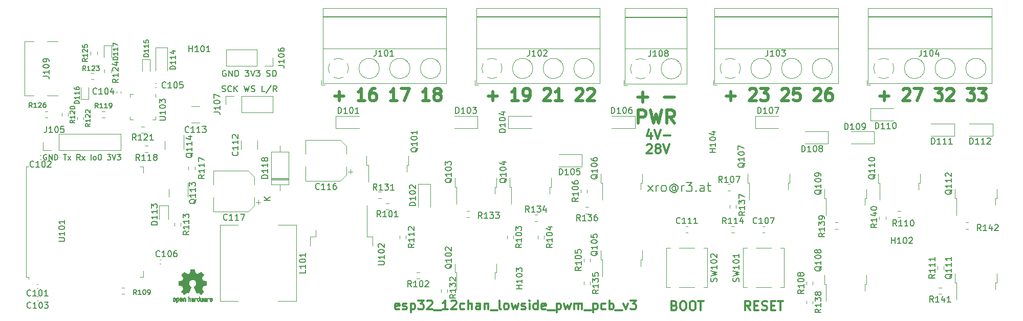
<source format=gbr>
G04 #@! TF.GenerationSoftware,KiCad,Pcbnew,8.0.8-8.0.8-0~ubuntu24.04.1*
G04 #@! TF.CreationDate,2025-01-25T22:14:16+01:00*
G04 #@! TF.ProjectId,pcb_esp32_wled_pwm_multichannel,7063625f-6573-4703-9332-5f776c65645f,rev?*
G04 #@! TF.SameCoordinates,Original*
G04 #@! TF.FileFunction,Legend,Top*
G04 #@! TF.FilePolarity,Positive*
%FSLAX46Y46*%
G04 Gerber Fmt 4.6, Leading zero omitted, Abs format (unit mm)*
G04 Created by KiCad (PCBNEW 8.0.8-8.0.8-0~ubuntu24.04.1) date 2025-01-25 22:14:16*
%MOMM*%
%LPD*%
G01*
G04 APERTURE LIST*
%ADD10C,0.500000*%
%ADD11C,0.200000*%
%ADD12C,0.300000*%
%ADD13C,0.150000*%
%ADD14C,0.120000*%
%ADD15C,0.010000*%
G04 APERTURE END LIST*
D10*
X151258094Y-49032333D02*
X152781904Y-49032333D01*
X152019999Y-49794238D02*
X152019999Y-48270428D01*
X155162856Y-47984714D02*
X155258094Y-47889476D01*
X155258094Y-47889476D02*
X155448570Y-47794238D01*
X155448570Y-47794238D02*
X155924761Y-47794238D01*
X155924761Y-47794238D02*
X156115237Y-47889476D01*
X156115237Y-47889476D02*
X156210475Y-47984714D01*
X156210475Y-47984714D02*
X156305713Y-48175190D01*
X156305713Y-48175190D02*
X156305713Y-48365666D01*
X156305713Y-48365666D02*
X156210475Y-48651380D01*
X156210475Y-48651380D02*
X155067618Y-49794238D01*
X155067618Y-49794238D02*
X156305713Y-49794238D01*
X156972380Y-47794238D02*
X158305713Y-47794238D01*
X158305713Y-47794238D02*
X157448570Y-49794238D01*
X160400952Y-47794238D02*
X161639047Y-47794238D01*
X161639047Y-47794238D02*
X160972380Y-48556142D01*
X160972380Y-48556142D02*
X161258095Y-48556142D01*
X161258095Y-48556142D02*
X161448571Y-48651380D01*
X161448571Y-48651380D02*
X161543809Y-48746619D01*
X161543809Y-48746619D02*
X161639047Y-48937095D01*
X161639047Y-48937095D02*
X161639047Y-49413285D01*
X161639047Y-49413285D02*
X161543809Y-49603761D01*
X161543809Y-49603761D02*
X161448571Y-49699000D01*
X161448571Y-49699000D02*
X161258095Y-49794238D01*
X161258095Y-49794238D02*
X160686666Y-49794238D01*
X160686666Y-49794238D02*
X160496190Y-49699000D01*
X160496190Y-49699000D02*
X160400952Y-49603761D01*
X162400952Y-47984714D02*
X162496190Y-47889476D01*
X162496190Y-47889476D02*
X162686666Y-47794238D01*
X162686666Y-47794238D02*
X163162857Y-47794238D01*
X163162857Y-47794238D02*
X163353333Y-47889476D01*
X163353333Y-47889476D02*
X163448571Y-47984714D01*
X163448571Y-47984714D02*
X163543809Y-48175190D01*
X163543809Y-48175190D02*
X163543809Y-48365666D01*
X163543809Y-48365666D02*
X163448571Y-48651380D01*
X163448571Y-48651380D02*
X162305714Y-49794238D01*
X162305714Y-49794238D02*
X163543809Y-49794238D01*
X165734286Y-47794238D02*
X166972381Y-47794238D01*
X166972381Y-47794238D02*
X166305714Y-48556142D01*
X166305714Y-48556142D02*
X166591429Y-48556142D01*
X166591429Y-48556142D02*
X166781905Y-48651380D01*
X166781905Y-48651380D02*
X166877143Y-48746619D01*
X166877143Y-48746619D02*
X166972381Y-48937095D01*
X166972381Y-48937095D02*
X166972381Y-49413285D01*
X166972381Y-49413285D02*
X166877143Y-49603761D01*
X166877143Y-49603761D02*
X166781905Y-49699000D01*
X166781905Y-49699000D02*
X166591429Y-49794238D01*
X166591429Y-49794238D02*
X166020000Y-49794238D01*
X166020000Y-49794238D02*
X165829524Y-49699000D01*
X165829524Y-49699000D02*
X165734286Y-49603761D01*
X167639048Y-47794238D02*
X168877143Y-47794238D01*
X168877143Y-47794238D02*
X168210476Y-48556142D01*
X168210476Y-48556142D02*
X168496191Y-48556142D01*
X168496191Y-48556142D02*
X168686667Y-48651380D01*
X168686667Y-48651380D02*
X168781905Y-48746619D01*
X168781905Y-48746619D02*
X168877143Y-48937095D01*
X168877143Y-48937095D02*
X168877143Y-49413285D01*
X168877143Y-49413285D02*
X168781905Y-49603761D01*
X168781905Y-49603761D02*
X168686667Y-49699000D01*
X168686667Y-49699000D02*
X168496191Y-49794238D01*
X168496191Y-49794238D02*
X167924762Y-49794238D01*
X167924762Y-49794238D02*
X167734286Y-49699000D01*
X167734286Y-49699000D02*
X167639048Y-49603761D01*
X86488094Y-49032333D02*
X88011904Y-49032333D01*
X87249999Y-49794238D02*
X87249999Y-48270428D01*
X91535713Y-49794238D02*
X90392856Y-49794238D01*
X90964284Y-49794238D02*
X90964284Y-47794238D01*
X90964284Y-47794238D02*
X90773808Y-48079952D01*
X90773808Y-48079952D02*
X90583332Y-48270428D01*
X90583332Y-48270428D02*
X90392856Y-48365666D01*
X92488094Y-49794238D02*
X92869046Y-49794238D01*
X92869046Y-49794238D02*
X93059523Y-49699000D01*
X93059523Y-49699000D02*
X93154761Y-49603761D01*
X93154761Y-49603761D02*
X93345237Y-49318047D01*
X93345237Y-49318047D02*
X93440475Y-48937095D01*
X93440475Y-48937095D02*
X93440475Y-48175190D01*
X93440475Y-48175190D02*
X93345237Y-47984714D01*
X93345237Y-47984714D02*
X93249999Y-47889476D01*
X93249999Y-47889476D02*
X93059523Y-47794238D01*
X93059523Y-47794238D02*
X92678570Y-47794238D01*
X92678570Y-47794238D02*
X92488094Y-47889476D01*
X92488094Y-47889476D02*
X92392856Y-47984714D01*
X92392856Y-47984714D02*
X92297618Y-48175190D01*
X92297618Y-48175190D02*
X92297618Y-48651380D01*
X92297618Y-48651380D02*
X92392856Y-48841857D01*
X92392856Y-48841857D02*
X92488094Y-48937095D01*
X92488094Y-48937095D02*
X92678570Y-49032333D01*
X92678570Y-49032333D02*
X93059523Y-49032333D01*
X93059523Y-49032333D02*
X93249999Y-48937095D01*
X93249999Y-48937095D02*
X93345237Y-48841857D01*
X93345237Y-48841857D02*
X93440475Y-48651380D01*
X95726190Y-47984714D02*
X95821428Y-47889476D01*
X95821428Y-47889476D02*
X96011904Y-47794238D01*
X96011904Y-47794238D02*
X96488095Y-47794238D01*
X96488095Y-47794238D02*
X96678571Y-47889476D01*
X96678571Y-47889476D02*
X96773809Y-47984714D01*
X96773809Y-47984714D02*
X96869047Y-48175190D01*
X96869047Y-48175190D02*
X96869047Y-48365666D01*
X96869047Y-48365666D02*
X96773809Y-48651380D01*
X96773809Y-48651380D02*
X95630952Y-49794238D01*
X95630952Y-49794238D02*
X96869047Y-49794238D01*
X98773809Y-49794238D02*
X97630952Y-49794238D01*
X98202380Y-49794238D02*
X98202380Y-47794238D01*
X98202380Y-47794238D02*
X98011904Y-48079952D01*
X98011904Y-48079952D02*
X97821428Y-48270428D01*
X97821428Y-48270428D02*
X97630952Y-48365666D01*
X101059524Y-47984714D02*
X101154762Y-47889476D01*
X101154762Y-47889476D02*
X101345238Y-47794238D01*
X101345238Y-47794238D02*
X101821429Y-47794238D01*
X101821429Y-47794238D02*
X102011905Y-47889476D01*
X102011905Y-47889476D02*
X102107143Y-47984714D01*
X102107143Y-47984714D02*
X102202381Y-48175190D01*
X102202381Y-48175190D02*
X102202381Y-48365666D01*
X102202381Y-48365666D02*
X102107143Y-48651380D01*
X102107143Y-48651380D02*
X100964286Y-49794238D01*
X100964286Y-49794238D02*
X102202381Y-49794238D01*
X102964286Y-47984714D02*
X103059524Y-47889476D01*
X103059524Y-47889476D02*
X103250000Y-47794238D01*
X103250000Y-47794238D02*
X103726191Y-47794238D01*
X103726191Y-47794238D02*
X103916667Y-47889476D01*
X103916667Y-47889476D02*
X104011905Y-47984714D01*
X104011905Y-47984714D02*
X104107143Y-48175190D01*
X104107143Y-48175190D02*
X104107143Y-48365666D01*
X104107143Y-48365666D02*
X104011905Y-48651380D01*
X104011905Y-48651380D02*
X102869048Y-49794238D01*
X102869048Y-49794238D02*
X104107143Y-49794238D01*
X111261904Y-49182728D02*
X112938095Y-49182728D01*
X112099999Y-50020823D02*
X112099999Y-48344633D01*
X115661904Y-49182728D02*
X117338095Y-49182728D01*
X111366666Y-53562700D02*
X111366666Y-51362700D01*
X111366666Y-51362700D02*
X112204761Y-51362700D01*
X112204761Y-51362700D02*
X112414285Y-51467462D01*
X112414285Y-51467462D02*
X112519047Y-51572224D01*
X112519047Y-51572224D02*
X112623809Y-51781748D01*
X112623809Y-51781748D02*
X112623809Y-52096034D01*
X112623809Y-52096034D02*
X112519047Y-52305558D01*
X112519047Y-52305558D02*
X112414285Y-52410319D01*
X112414285Y-52410319D02*
X112204761Y-52515081D01*
X112204761Y-52515081D02*
X111366666Y-52515081D01*
X113357142Y-51362700D02*
X113880952Y-53562700D01*
X113880952Y-53562700D02*
X114299999Y-51991272D01*
X114299999Y-51991272D02*
X114719047Y-53562700D01*
X114719047Y-53562700D02*
X115242857Y-51362700D01*
X117338095Y-53562700D02*
X116604762Y-52515081D01*
X116080952Y-53562700D02*
X116080952Y-51362700D01*
X116080952Y-51362700D02*
X116919047Y-51362700D01*
X116919047Y-51362700D02*
X117128571Y-51467462D01*
X117128571Y-51467462D02*
X117233333Y-51572224D01*
X117233333Y-51572224D02*
X117338095Y-51781748D01*
X117338095Y-51781748D02*
X117338095Y-52096034D01*
X117338095Y-52096034D02*
X117233333Y-52305558D01*
X117233333Y-52305558D02*
X117128571Y-52410319D01*
X117128571Y-52410319D02*
X116919047Y-52515081D01*
X116919047Y-52515081D02*
X116080952Y-52515081D01*
D11*
X112967143Y-64818528D02*
X113752858Y-63818528D01*
X112967143Y-63818528D02*
X113752858Y-64818528D01*
X114324286Y-64818528D02*
X114324286Y-63818528D01*
X114324286Y-64104242D02*
X114395715Y-63961385D01*
X114395715Y-63961385D02*
X114467144Y-63889957D01*
X114467144Y-63889957D02*
X114610001Y-63818528D01*
X114610001Y-63818528D02*
X114752858Y-63818528D01*
X115467143Y-64818528D02*
X115324286Y-64747100D01*
X115324286Y-64747100D02*
X115252857Y-64675671D01*
X115252857Y-64675671D02*
X115181429Y-64532814D01*
X115181429Y-64532814D02*
X115181429Y-64104242D01*
X115181429Y-64104242D02*
X115252857Y-63961385D01*
X115252857Y-63961385D02*
X115324286Y-63889957D01*
X115324286Y-63889957D02*
X115467143Y-63818528D01*
X115467143Y-63818528D02*
X115681429Y-63818528D01*
X115681429Y-63818528D02*
X115824286Y-63889957D01*
X115824286Y-63889957D02*
X115895715Y-63961385D01*
X115895715Y-63961385D02*
X115967143Y-64104242D01*
X115967143Y-64104242D02*
X115967143Y-64532814D01*
X115967143Y-64532814D02*
X115895715Y-64675671D01*
X115895715Y-64675671D02*
X115824286Y-64747100D01*
X115824286Y-64747100D02*
X115681429Y-64818528D01*
X115681429Y-64818528D02*
X115467143Y-64818528D01*
X117538572Y-64104242D02*
X117467143Y-64032814D01*
X117467143Y-64032814D02*
X117324286Y-63961385D01*
X117324286Y-63961385D02*
X117181429Y-63961385D01*
X117181429Y-63961385D02*
X117038572Y-64032814D01*
X117038572Y-64032814D02*
X116967143Y-64104242D01*
X116967143Y-64104242D02*
X116895715Y-64247100D01*
X116895715Y-64247100D02*
X116895715Y-64389957D01*
X116895715Y-64389957D02*
X116967143Y-64532814D01*
X116967143Y-64532814D02*
X117038572Y-64604242D01*
X117038572Y-64604242D02*
X117181429Y-64675671D01*
X117181429Y-64675671D02*
X117324286Y-64675671D01*
X117324286Y-64675671D02*
X117467143Y-64604242D01*
X117467143Y-64604242D02*
X117538572Y-64532814D01*
X117538572Y-63961385D02*
X117538572Y-64532814D01*
X117538572Y-64532814D02*
X117610000Y-64604242D01*
X117610000Y-64604242D02*
X117681429Y-64604242D01*
X117681429Y-64604242D02*
X117824286Y-64532814D01*
X117824286Y-64532814D02*
X117895715Y-64389957D01*
X117895715Y-64389957D02*
X117895715Y-64032814D01*
X117895715Y-64032814D02*
X117752858Y-63818528D01*
X117752858Y-63818528D02*
X117538572Y-63675671D01*
X117538572Y-63675671D02*
X117252858Y-63604242D01*
X117252858Y-63604242D02*
X116967143Y-63675671D01*
X116967143Y-63675671D02*
X116752858Y-63818528D01*
X116752858Y-63818528D02*
X116610000Y-64032814D01*
X116610000Y-64032814D02*
X116538572Y-64318528D01*
X116538572Y-64318528D02*
X116610000Y-64604242D01*
X116610000Y-64604242D02*
X116752858Y-64818528D01*
X116752858Y-64818528D02*
X116967143Y-64961385D01*
X116967143Y-64961385D02*
X117252858Y-65032814D01*
X117252858Y-65032814D02*
X117538572Y-64961385D01*
X117538572Y-64961385D02*
X117752858Y-64818528D01*
X118538571Y-64818528D02*
X118538571Y-63818528D01*
X118538571Y-64104242D02*
X118610000Y-63961385D01*
X118610000Y-63961385D02*
X118681429Y-63889957D01*
X118681429Y-63889957D02*
X118824286Y-63818528D01*
X118824286Y-63818528D02*
X118967143Y-63818528D01*
X119324285Y-63318528D02*
X120252857Y-63318528D01*
X120252857Y-63318528D02*
X119752857Y-63889957D01*
X119752857Y-63889957D02*
X119967142Y-63889957D01*
X119967142Y-63889957D02*
X120110000Y-63961385D01*
X120110000Y-63961385D02*
X120181428Y-64032814D01*
X120181428Y-64032814D02*
X120252857Y-64175671D01*
X120252857Y-64175671D02*
X120252857Y-64532814D01*
X120252857Y-64532814D02*
X120181428Y-64675671D01*
X120181428Y-64675671D02*
X120110000Y-64747100D01*
X120110000Y-64747100D02*
X119967142Y-64818528D01*
X119967142Y-64818528D02*
X119538571Y-64818528D01*
X119538571Y-64818528D02*
X119395714Y-64747100D01*
X119395714Y-64747100D02*
X119324285Y-64675671D01*
X120895713Y-64675671D02*
X120967142Y-64747100D01*
X120967142Y-64747100D02*
X120895713Y-64818528D01*
X120895713Y-64818528D02*
X120824285Y-64747100D01*
X120824285Y-64747100D02*
X120895713Y-64675671D01*
X120895713Y-64675671D02*
X120895713Y-64818528D01*
X122252857Y-64818528D02*
X122252857Y-64032814D01*
X122252857Y-64032814D02*
X122181428Y-63889957D01*
X122181428Y-63889957D02*
X122038571Y-63818528D01*
X122038571Y-63818528D02*
X121752857Y-63818528D01*
X121752857Y-63818528D02*
X121609999Y-63889957D01*
X122252857Y-64747100D02*
X122109999Y-64818528D01*
X122109999Y-64818528D02*
X121752857Y-64818528D01*
X121752857Y-64818528D02*
X121609999Y-64747100D01*
X121609999Y-64747100D02*
X121538571Y-64604242D01*
X121538571Y-64604242D02*
X121538571Y-64461385D01*
X121538571Y-64461385D02*
X121609999Y-64318528D01*
X121609999Y-64318528D02*
X121752857Y-64247100D01*
X121752857Y-64247100D02*
X122109999Y-64247100D01*
X122109999Y-64247100D02*
X122252857Y-64175671D01*
X122752857Y-63818528D02*
X123324285Y-63818528D01*
X122967142Y-63318528D02*
X122967142Y-64604242D01*
X122967142Y-64604242D02*
X123038571Y-64747100D01*
X123038571Y-64747100D02*
X123181428Y-64818528D01*
X123181428Y-64818528D02*
X123324285Y-64818528D01*
D12*
X117344285Y-83712614D02*
X117558571Y-83784042D01*
X117558571Y-83784042D02*
X117630000Y-83855471D01*
X117630000Y-83855471D02*
X117701428Y-83998328D01*
X117701428Y-83998328D02*
X117701428Y-84212614D01*
X117701428Y-84212614D02*
X117630000Y-84355471D01*
X117630000Y-84355471D02*
X117558571Y-84426900D01*
X117558571Y-84426900D02*
X117415714Y-84498328D01*
X117415714Y-84498328D02*
X116844285Y-84498328D01*
X116844285Y-84498328D02*
X116844285Y-82998328D01*
X116844285Y-82998328D02*
X117344285Y-82998328D01*
X117344285Y-82998328D02*
X117487143Y-83069757D01*
X117487143Y-83069757D02*
X117558571Y-83141185D01*
X117558571Y-83141185D02*
X117630000Y-83284042D01*
X117630000Y-83284042D02*
X117630000Y-83426900D01*
X117630000Y-83426900D02*
X117558571Y-83569757D01*
X117558571Y-83569757D02*
X117487143Y-83641185D01*
X117487143Y-83641185D02*
X117344285Y-83712614D01*
X117344285Y-83712614D02*
X116844285Y-83712614D01*
X118630000Y-82998328D02*
X118915714Y-82998328D01*
X118915714Y-82998328D02*
X119058571Y-83069757D01*
X119058571Y-83069757D02*
X119201428Y-83212614D01*
X119201428Y-83212614D02*
X119272857Y-83498328D01*
X119272857Y-83498328D02*
X119272857Y-83998328D01*
X119272857Y-83998328D02*
X119201428Y-84284042D01*
X119201428Y-84284042D02*
X119058571Y-84426900D01*
X119058571Y-84426900D02*
X118915714Y-84498328D01*
X118915714Y-84498328D02*
X118630000Y-84498328D01*
X118630000Y-84498328D02*
X118487143Y-84426900D01*
X118487143Y-84426900D02*
X118344285Y-84284042D01*
X118344285Y-84284042D02*
X118272857Y-83998328D01*
X118272857Y-83998328D02*
X118272857Y-83498328D01*
X118272857Y-83498328D02*
X118344285Y-83212614D01*
X118344285Y-83212614D02*
X118487143Y-83069757D01*
X118487143Y-83069757D02*
X118630000Y-82998328D01*
X120201429Y-82998328D02*
X120487143Y-82998328D01*
X120487143Y-82998328D02*
X120630000Y-83069757D01*
X120630000Y-83069757D02*
X120772857Y-83212614D01*
X120772857Y-83212614D02*
X120844286Y-83498328D01*
X120844286Y-83498328D02*
X120844286Y-83998328D01*
X120844286Y-83998328D02*
X120772857Y-84284042D01*
X120772857Y-84284042D02*
X120630000Y-84426900D01*
X120630000Y-84426900D02*
X120487143Y-84498328D01*
X120487143Y-84498328D02*
X120201429Y-84498328D01*
X120201429Y-84498328D02*
X120058572Y-84426900D01*
X120058572Y-84426900D02*
X119915714Y-84284042D01*
X119915714Y-84284042D02*
X119844286Y-83998328D01*
X119844286Y-83998328D02*
X119844286Y-83498328D01*
X119844286Y-83498328D02*
X119915714Y-83212614D01*
X119915714Y-83212614D02*
X120058572Y-83069757D01*
X120058572Y-83069757D02*
X120201429Y-82998328D01*
X121272858Y-82998328D02*
X122130001Y-82998328D01*
X121701429Y-84498328D02*
X121701429Y-82998328D01*
D11*
X42481190Y-48256600D02*
X42624047Y-48304219D01*
X42624047Y-48304219D02*
X42862142Y-48304219D01*
X42862142Y-48304219D02*
X42957380Y-48256600D01*
X42957380Y-48256600D02*
X43004999Y-48208980D01*
X43004999Y-48208980D02*
X43052618Y-48113742D01*
X43052618Y-48113742D02*
X43052618Y-48018504D01*
X43052618Y-48018504D02*
X43004999Y-47923266D01*
X43004999Y-47923266D02*
X42957380Y-47875647D01*
X42957380Y-47875647D02*
X42862142Y-47828028D01*
X42862142Y-47828028D02*
X42671666Y-47780409D01*
X42671666Y-47780409D02*
X42576428Y-47732790D01*
X42576428Y-47732790D02*
X42528809Y-47685171D01*
X42528809Y-47685171D02*
X42481190Y-47589933D01*
X42481190Y-47589933D02*
X42481190Y-47494695D01*
X42481190Y-47494695D02*
X42528809Y-47399457D01*
X42528809Y-47399457D02*
X42576428Y-47351838D01*
X42576428Y-47351838D02*
X42671666Y-47304219D01*
X42671666Y-47304219D02*
X42909761Y-47304219D01*
X42909761Y-47304219D02*
X43052618Y-47351838D01*
X44052618Y-48208980D02*
X44004999Y-48256600D01*
X44004999Y-48256600D02*
X43862142Y-48304219D01*
X43862142Y-48304219D02*
X43766904Y-48304219D01*
X43766904Y-48304219D02*
X43624047Y-48256600D01*
X43624047Y-48256600D02*
X43528809Y-48161361D01*
X43528809Y-48161361D02*
X43481190Y-48066123D01*
X43481190Y-48066123D02*
X43433571Y-47875647D01*
X43433571Y-47875647D02*
X43433571Y-47732790D01*
X43433571Y-47732790D02*
X43481190Y-47542314D01*
X43481190Y-47542314D02*
X43528809Y-47447076D01*
X43528809Y-47447076D02*
X43624047Y-47351838D01*
X43624047Y-47351838D02*
X43766904Y-47304219D01*
X43766904Y-47304219D02*
X43862142Y-47304219D01*
X43862142Y-47304219D02*
X44004999Y-47351838D01*
X44004999Y-47351838D02*
X44052618Y-47399457D01*
X44481190Y-48304219D02*
X44481190Y-47304219D01*
X45052618Y-48304219D02*
X44624047Y-47732790D01*
X45052618Y-47304219D02*
X44481190Y-47875647D01*
X46147857Y-47304219D02*
X46385952Y-48304219D01*
X46385952Y-48304219D02*
X46576428Y-47589933D01*
X46576428Y-47589933D02*
X46766904Y-48304219D01*
X46766904Y-48304219D02*
X47005000Y-47304219D01*
X47338333Y-48256600D02*
X47481190Y-48304219D01*
X47481190Y-48304219D02*
X47719285Y-48304219D01*
X47719285Y-48304219D02*
X47814523Y-48256600D01*
X47814523Y-48256600D02*
X47862142Y-48208980D01*
X47862142Y-48208980D02*
X47909761Y-48113742D01*
X47909761Y-48113742D02*
X47909761Y-48018504D01*
X47909761Y-48018504D02*
X47862142Y-47923266D01*
X47862142Y-47923266D02*
X47814523Y-47875647D01*
X47814523Y-47875647D02*
X47719285Y-47828028D01*
X47719285Y-47828028D02*
X47528809Y-47780409D01*
X47528809Y-47780409D02*
X47433571Y-47732790D01*
X47433571Y-47732790D02*
X47385952Y-47685171D01*
X47385952Y-47685171D02*
X47338333Y-47589933D01*
X47338333Y-47589933D02*
X47338333Y-47494695D01*
X47338333Y-47494695D02*
X47385952Y-47399457D01*
X47385952Y-47399457D02*
X47433571Y-47351838D01*
X47433571Y-47351838D02*
X47528809Y-47304219D01*
X47528809Y-47304219D02*
X47766904Y-47304219D01*
X47766904Y-47304219D02*
X47909761Y-47351838D01*
X49576428Y-48304219D02*
X49100238Y-48304219D01*
X49100238Y-48304219D02*
X49100238Y-47304219D01*
X50624047Y-47256600D02*
X49766905Y-48542314D01*
X51528809Y-48304219D02*
X51195476Y-47828028D01*
X50957381Y-48304219D02*
X50957381Y-47304219D01*
X50957381Y-47304219D02*
X51338333Y-47304219D01*
X51338333Y-47304219D02*
X51433571Y-47351838D01*
X51433571Y-47351838D02*
X51481190Y-47399457D01*
X51481190Y-47399457D02*
X51528809Y-47494695D01*
X51528809Y-47494695D02*
X51528809Y-47637552D01*
X51528809Y-47637552D02*
X51481190Y-47732790D01*
X51481190Y-47732790D02*
X51433571Y-47780409D01*
X51433571Y-47780409D02*
X51338333Y-47828028D01*
X51338333Y-47828028D02*
X50957381Y-47828028D01*
D12*
X71773286Y-84299900D02*
X71630429Y-84371328D01*
X71630429Y-84371328D02*
X71344715Y-84371328D01*
X71344715Y-84371328D02*
X71201857Y-84299900D01*
X71201857Y-84299900D02*
X71130429Y-84157042D01*
X71130429Y-84157042D02*
X71130429Y-83585614D01*
X71130429Y-83585614D02*
X71201857Y-83442757D01*
X71201857Y-83442757D02*
X71344715Y-83371328D01*
X71344715Y-83371328D02*
X71630429Y-83371328D01*
X71630429Y-83371328D02*
X71773286Y-83442757D01*
X71773286Y-83442757D02*
X71844715Y-83585614D01*
X71844715Y-83585614D02*
X71844715Y-83728471D01*
X71844715Y-83728471D02*
X71130429Y-83871328D01*
X72416143Y-84299900D02*
X72559000Y-84371328D01*
X72559000Y-84371328D02*
X72844714Y-84371328D01*
X72844714Y-84371328D02*
X72987571Y-84299900D01*
X72987571Y-84299900D02*
X73059000Y-84157042D01*
X73059000Y-84157042D02*
X73059000Y-84085614D01*
X73059000Y-84085614D02*
X72987571Y-83942757D01*
X72987571Y-83942757D02*
X72844714Y-83871328D01*
X72844714Y-83871328D02*
X72630429Y-83871328D01*
X72630429Y-83871328D02*
X72487571Y-83799900D01*
X72487571Y-83799900D02*
X72416143Y-83657042D01*
X72416143Y-83657042D02*
X72416143Y-83585614D01*
X72416143Y-83585614D02*
X72487571Y-83442757D01*
X72487571Y-83442757D02*
X72630429Y-83371328D01*
X72630429Y-83371328D02*
X72844714Y-83371328D01*
X72844714Y-83371328D02*
X72987571Y-83442757D01*
X73701857Y-83371328D02*
X73701857Y-84871328D01*
X73701857Y-83442757D02*
X73844715Y-83371328D01*
X73844715Y-83371328D02*
X74130429Y-83371328D01*
X74130429Y-83371328D02*
X74273286Y-83442757D01*
X74273286Y-83442757D02*
X74344715Y-83514185D01*
X74344715Y-83514185D02*
X74416143Y-83657042D01*
X74416143Y-83657042D02*
X74416143Y-84085614D01*
X74416143Y-84085614D02*
X74344715Y-84228471D01*
X74344715Y-84228471D02*
X74273286Y-84299900D01*
X74273286Y-84299900D02*
X74130429Y-84371328D01*
X74130429Y-84371328D02*
X73844715Y-84371328D01*
X73844715Y-84371328D02*
X73701857Y-84299900D01*
X74916143Y-82871328D02*
X75844715Y-82871328D01*
X75844715Y-82871328D02*
X75344715Y-83442757D01*
X75344715Y-83442757D02*
X75559000Y-83442757D01*
X75559000Y-83442757D02*
X75701858Y-83514185D01*
X75701858Y-83514185D02*
X75773286Y-83585614D01*
X75773286Y-83585614D02*
X75844715Y-83728471D01*
X75844715Y-83728471D02*
X75844715Y-84085614D01*
X75844715Y-84085614D02*
X75773286Y-84228471D01*
X75773286Y-84228471D02*
X75701858Y-84299900D01*
X75701858Y-84299900D02*
X75559000Y-84371328D01*
X75559000Y-84371328D02*
X75130429Y-84371328D01*
X75130429Y-84371328D02*
X74987572Y-84299900D01*
X74987572Y-84299900D02*
X74916143Y-84228471D01*
X76416143Y-83014185D02*
X76487571Y-82942757D01*
X76487571Y-82942757D02*
X76630429Y-82871328D01*
X76630429Y-82871328D02*
X76987571Y-82871328D01*
X76987571Y-82871328D02*
X77130429Y-82942757D01*
X77130429Y-82942757D02*
X77201857Y-83014185D01*
X77201857Y-83014185D02*
X77273286Y-83157042D01*
X77273286Y-83157042D02*
X77273286Y-83299900D01*
X77273286Y-83299900D02*
X77201857Y-83514185D01*
X77201857Y-83514185D02*
X76344714Y-84371328D01*
X76344714Y-84371328D02*
X77273286Y-84371328D01*
X77559000Y-84514185D02*
X78701857Y-84514185D01*
X79844714Y-84371328D02*
X78987571Y-84371328D01*
X79416142Y-84371328D02*
X79416142Y-82871328D01*
X79416142Y-82871328D02*
X79273285Y-83085614D01*
X79273285Y-83085614D02*
X79130428Y-83228471D01*
X79130428Y-83228471D02*
X78987571Y-83299900D01*
X80416142Y-83014185D02*
X80487570Y-82942757D01*
X80487570Y-82942757D02*
X80630428Y-82871328D01*
X80630428Y-82871328D02*
X80987570Y-82871328D01*
X80987570Y-82871328D02*
X81130428Y-82942757D01*
X81130428Y-82942757D02*
X81201856Y-83014185D01*
X81201856Y-83014185D02*
X81273285Y-83157042D01*
X81273285Y-83157042D02*
X81273285Y-83299900D01*
X81273285Y-83299900D02*
X81201856Y-83514185D01*
X81201856Y-83514185D02*
X80344713Y-84371328D01*
X80344713Y-84371328D02*
X81273285Y-84371328D01*
X82558999Y-84299900D02*
X82416141Y-84371328D01*
X82416141Y-84371328D02*
X82130427Y-84371328D01*
X82130427Y-84371328D02*
X81987570Y-84299900D01*
X81987570Y-84299900D02*
X81916141Y-84228471D01*
X81916141Y-84228471D02*
X81844713Y-84085614D01*
X81844713Y-84085614D02*
X81844713Y-83657042D01*
X81844713Y-83657042D02*
X81916141Y-83514185D01*
X81916141Y-83514185D02*
X81987570Y-83442757D01*
X81987570Y-83442757D02*
X82130427Y-83371328D01*
X82130427Y-83371328D02*
X82416141Y-83371328D01*
X82416141Y-83371328D02*
X82558999Y-83442757D01*
X83201855Y-84371328D02*
X83201855Y-82871328D01*
X83844713Y-84371328D02*
X83844713Y-83585614D01*
X83844713Y-83585614D02*
X83773284Y-83442757D01*
X83773284Y-83442757D02*
X83630427Y-83371328D01*
X83630427Y-83371328D02*
X83416141Y-83371328D01*
X83416141Y-83371328D02*
X83273284Y-83442757D01*
X83273284Y-83442757D02*
X83201855Y-83514185D01*
X85201856Y-84371328D02*
X85201856Y-83585614D01*
X85201856Y-83585614D02*
X85130427Y-83442757D01*
X85130427Y-83442757D02*
X84987570Y-83371328D01*
X84987570Y-83371328D02*
X84701856Y-83371328D01*
X84701856Y-83371328D02*
X84558998Y-83442757D01*
X85201856Y-84299900D02*
X85058998Y-84371328D01*
X85058998Y-84371328D02*
X84701856Y-84371328D01*
X84701856Y-84371328D02*
X84558998Y-84299900D01*
X84558998Y-84299900D02*
X84487570Y-84157042D01*
X84487570Y-84157042D02*
X84487570Y-84014185D01*
X84487570Y-84014185D02*
X84558998Y-83871328D01*
X84558998Y-83871328D02*
X84701856Y-83799900D01*
X84701856Y-83799900D02*
X85058998Y-83799900D01*
X85058998Y-83799900D02*
X85201856Y-83728471D01*
X85916141Y-83371328D02*
X85916141Y-84371328D01*
X85916141Y-83514185D02*
X85987570Y-83442757D01*
X85987570Y-83442757D02*
X86130427Y-83371328D01*
X86130427Y-83371328D02*
X86344713Y-83371328D01*
X86344713Y-83371328D02*
X86487570Y-83442757D01*
X86487570Y-83442757D02*
X86558999Y-83585614D01*
X86558999Y-83585614D02*
X86558999Y-84371328D01*
X86916142Y-84514185D02*
X88058999Y-84514185D01*
X88630427Y-84371328D02*
X88487570Y-84299900D01*
X88487570Y-84299900D02*
X88416141Y-84157042D01*
X88416141Y-84157042D02*
X88416141Y-82871328D01*
X89416141Y-84371328D02*
X89273284Y-84299900D01*
X89273284Y-84299900D02*
X89201855Y-84228471D01*
X89201855Y-84228471D02*
X89130427Y-84085614D01*
X89130427Y-84085614D02*
X89130427Y-83657042D01*
X89130427Y-83657042D02*
X89201855Y-83514185D01*
X89201855Y-83514185D02*
X89273284Y-83442757D01*
X89273284Y-83442757D02*
X89416141Y-83371328D01*
X89416141Y-83371328D02*
X89630427Y-83371328D01*
X89630427Y-83371328D02*
X89773284Y-83442757D01*
X89773284Y-83442757D02*
X89844713Y-83514185D01*
X89844713Y-83514185D02*
X89916141Y-83657042D01*
X89916141Y-83657042D02*
X89916141Y-84085614D01*
X89916141Y-84085614D02*
X89844713Y-84228471D01*
X89844713Y-84228471D02*
X89773284Y-84299900D01*
X89773284Y-84299900D02*
X89630427Y-84371328D01*
X89630427Y-84371328D02*
X89416141Y-84371328D01*
X90416141Y-83371328D02*
X90701856Y-84371328D01*
X90701856Y-84371328D02*
X90987570Y-83657042D01*
X90987570Y-83657042D02*
X91273284Y-84371328D01*
X91273284Y-84371328D02*
X91558998Y-83371328D01*
X92058999Y-84299900D02*
X92201856Y-84371328D01*
X92201856Y-84371328D02*
X92487570Y-84371328D01*
X92487570Y-84371328D02*
X92630427Y-84299900D01*
X92630427Y-84299900D02*
X92701856Y-84157042D01*
X92701856Y-84157042D02*
X92701856Y-84085614D01*
X92701856Y-84085614D02*
X92630427Y-83942757D01*
X92630427Y-83942757D02*
X92487570Y-83871328D01*
X92487570Y-83871328D02*
X92273285Y-83871328D01*
X92273285Y-83871328D02*
X92130427Y-83799900D01*
X92130427Y-83799900D02*
X92058999Y-83657042D01*
X92058999Y-83657042D02*
X92058999Y-83585614D01*
X92058999Y-83585614D02*
X92130427Y-83442757D01*
X92130427Y-83442757D02*
X92273285Y-83371328D01*
X92273285Y-83371328D02*
X92487570Y-83371328D01*
X92487570Y-83371328D02*
X92630427Y-83442757D01*
X93344713Y-84371328D02*
X93344713Y-83371328D01*
X93344713Y-82871328D02*
X93273285Y-82942757D01*
X93273285Y-82942757D02*
X93344713Y-83014185D01*
X93344713Y-83014185D02*
X93416142Y-82942757D01*
X93416142Y-82942757D02*
X93344713Y-82871328D01*
X93344713Y-82871328D02*
X93344713Y-83014185D01*
X94701857Y-84371328D02*
X94701857Y-82871328D01*
X94701857Y-84299900D02*
X94558999Y-84371328D01*
X94558999Y-84371328D02*
X94273285Y-84371328D01*
X94273285Y-84371328D02*
X94130428Y-84299900D01*
X94130428Y-84299900D02*
X94058999Y-84228471D01*
X94058999Y-84228471D02*
X93987571Y-84085614D01*
X93987571Y-84085614D02*
X93987571Y-83657042D01*
X93987571Y-83657042D02*
X94058999Y-83514185D01*
X94058999Y-83514185D02*
X94130428Y-83442757D01*
X94130428Y-83442757D02*
X94273285Y-83371328D01*
X94273285Y-83371328D02*
X94558999Y-83371328D01*
X94558999Y-83371328D02*
X94701857Y-83442757D01*
X95987571Y-84299900D02*
X95844714Y-84371328D01*
X95844714Y-84371328D02*
X95559000Y-84371328D01*
X95559000Y-84371328D02*
X95416142Y-84299900D01*
X95416142Y-84299900D02*
X95344714Y-84157042D01*
X95344714Y-84157042D02*
X95344714Y-83585614D01*
X95344714Y-83585614D02*
X95416142Y-83442757D01*
X95416142Y-83442757D02*
X95559000Y-83371328D01*
X95559000Y-83371328D02*
X95844714Y-83371328D01*
X95844714Y-83371328D02*
X95987571Y-83442757D01*
X95987571Y-83442757D02*
X96059000Y-83585614D01*
X96059000Y-83585614D02*
X96059000Y-83728471D01*
X96059000Y-83728471D02*
X95344714Y-83871328D01*
X96344714Y-84514185D02*
X97487571Y-84514185D01*
X97844713Y-83371328D02*
X97844713Y-84871328D01*
X97844713Y-83442757D02*
X97987571Y-83371328D01*
X97987571Y-83371328D02*
X98273285Y-83371328D01*
X98273285Y-83371328D02*
X98416142Y-83442757D01*
X98416142Y-83442757D02*
X98487571Y-83514185D01*
X98487571Y-83514185D02*
X98558999Y-83657042D01*
X98558999Y-83657042D02*
X98558999Y-84085614D01*
X98558999Y-84085614D02*
X98487571Y-84228471D01*
X98487571Y-84228471D02*
X98416142Y-84299900D01*
X98416142Y-84299900D02*
X98273285Y-84371328D01*
X98273285Y-84371328D02*
X97987571Y-84371328D01*
X97987571Y-84371328D02*
X97844713Y-84299900D01*
X99058999Y-83371328D02*
X99344714Y-84371328D01*
X99344714Y-84371328D02*
X99630428Y-83657042D01*
X99630428Y-83657042D02*
X99916142Y-84371328D01*
X99916142Y-84371328D02*
X100201856Y-83371328D01*
X100773285Y-84371328D02*
X100773285Y-83371328D01*
X100773285Y-83514185D02*
X100844714Y-83442757D01*
X100844714Y-83442757D02*
X100987571Y-83371328D01*
X100987571Y-83371328D02*
X101201857Y-83371328D01*
X101201857Y-83371328D02*
X101344714Y-83442757D01*
X101344714Y-83442757D02*
X101416143Y-83585614D01*
X101416143Y-83585614D02*
X101416143Y-84371328D01*
X101416143Y-83585614D02*
X101487571Y-83442757D01*
X101487571Y-83442757D02*
X101630428Y-83371328D01*
X101630428Y-83371328D02*
X101844714Y-83371328D01*
X101844714Y-83371328D02*
X101987571Y-83442757D01*
X101987571Y-83442757D02*
X102059000Y-83585614D01*
X102059000Y-83585614D02*
X102059000Y-84371328D01*
X102416143Y-84514185D02*
X103559000Y-84514185D01*
X103916142Y-83371328D02*
X103916142Y-84871328D01*
X103916142Y-83442757D02*
X104059000Y-83371328D01*
X104059000Y-83371328D02*
X104344714Y-83371328D01*
X104344714Y-83371328D02*
X104487571Y-83442757D01*
X104487571Y-83442757D02*
X104559000Y-83514185D01*
X104559000Y-83514185D02*
X104630428Y-83657042D01*
X104630428Y-83657042D02*
X104630428Y-84085614D01*
X104630428Y-84085614D02*
X104559000Y-84228471D01*
X104559000Y-84228471D02*
X104487571Y-84299900D01*
X104487571Y-84299900D02*
X104344714Y-84371328D01*
X104344714Y-84371328D02*
X104059000Y-84371328D01*
X104059000Y-84371328D02*
X103916142Y-84299900D01*
X105916143Y-84299900D02*
X105773285Y-84371328D01*
X105773285Y-84371328D02*
X105487571Y-84371328D01*
X105487571Y-84371328D02*
X105344714Y-84299900D01*
X105344714Y-84299900D02*
X105273285Y-84228471D01*
X105273285Y-84228471D02*
X105201857Y-84085614D01*
X105201857Y-84085614D02*
X105201857Y-83657042D01*
X105201857Y-83657042D02*
X105273285Y-83514185D01*
X105273285Y-83514185D02*
X105344714Y-83442757D01*
X105344714Y-83442757D02*
X105487571Y-83371328D01*
X105487571Y-83371328D02*
X105773285Y-83371328D01*
X105773285Y-83371328D02*
X105916143Y-83442757D01*
X106558999Y-84371328D02*
X106558999Y-82871328D01*
X106558999Y-83442757D02*
X106701857Y-83371328D01*
X106701857Y-83371328D02*
X106987571Y-83371328D01*
X106987571Y-83371328D02*
X107130428Y-83442757D01*
X107130428Y-83442757D02*
X107201857Y-83514185D01*
X107201857Y-83514185D02*
X107273285Y-83657042D01*
X107273285Y-83657042D02*
X107273285Y-84085614D01*
X107273285Y-84085614D02*
X107201857Y-84228471D01*
X107201857Y-84228471D02*
X107130428Y-84299900D01*
X107130428Y-84299900D02*
X106987571Y-84371328D01*
X106987571Y-84371328D02*
X106701857Y-84371328D01*
X106701857Y-84371328D02*
X106558999Y-84299900D01*
X107559000Y-84514185D02*
X108701857Y-84514185D01*
X108916142Y-83371328D02*
X109273285Y-84371328D01*
X109273285Y-84371328D02*
X109630428Y-83371328D01*
X110058999Y-82871328D02*
X110987571Y-82871328D01*
X110987571Y-82871328D02*
X110487571Y-83442757D01*
X110487571Y-83442757D02*
X110701856Y-83442757D01*
X110701856Y-83442757D02*
X110844714Y-83514185D01*
X110844714Y-83514185D02*
X110916142Y-83585614D01*
X110916142Y-83585614D02*
X110987571Y-83728471D01*
X110987571Y-83728471D02*
X110987571Y-84085614D01*
X110987571Y-84085614D02*
X110916142Y-84228471D01*
X110916142Y-84228471D02*
X110844714Y-84299900D01*
X110844714Y-84299900D02*
X110701856Y-84371328D01*
X110701856Y-84371328D02*
X110273285Y-84371328D01*
X110273285Y-84371328D02*
X110130428Y-84299900D01*
X110130428Y-84299900D02*
X110058999Y-84228471D01*
D10*
X125858094Y-49032333D02*
X127381904Y-49032333D01*
X126619999Y-49794238D02*
X126619999Y-48270428D01*
X129762856Y-47984714D02*
X129858094Y-47889476D01*
X129858094Y-47889476D02*
X130048570Y-47794238D01*
X130048570Y-47794238D02*
X130524761Y-47794238D01*
X130524761Y-47794238D02*
X130715237Y-47889476D01*
X130715237Y-47889476D02*
X130810475Y-47984714D01*
X130810475Y-47984714D02*
X130905713Y-48175190D01*
X130905713Y-48175190D02*
X130905713Y-48365666D01*
X130905713Y-48365666D02*
X130810475Y-48651380D01*
X130810475Y-48651380D02*
X129667618Y-49794238D01*
X129667618Y-49794238D02*
X130905713Y-49794238D01*
X131572380Y-47794238D02*
X132810475Y-47794238D01*
X132810475Y-47794238D02*
X132143808Y-48556142D01*
X132143808Y-48556142D02*
X132429523Y-48556142D01*
X132429523Y-48556142D02*
X132619999Y-48651380D01*
X132619999Y-48651380D02*
X132715237Y-48746619D01*
X132715237Y-48746619D02*
X132810475Y-48937095D01*
X132810475Y-48937095D02*
X132810475Y-49413285D01*
X132810475Y-49413285D02*
X132715237Y-49603761D01*
X132715237Y-49603761D02*
X132619999Y-49699000D01*
X132619999Y-49699000D02*
X132429523Y-49794238D01*
X132429523Y-49794238D02*
X131858094Y-49794238D01*
X131858094Y-49794238D02*
X131667618Y-49699000D01*
X131667618Y-49699000D02*
X131572380Y-49603761D01*
X135096190Y-47984714D02*
X135191428Y-47889476D01*
X135191428Y-47889476D02*
X135381904Y-47794238D01*
X135381904Y-47794238D02*
X135858095Y-47794238D01*
X135858095Y-47794238D02*
X136048571Y-47889476D01*
X136048571Y-47889476D02*
X136143809Y-47984714D01*
X136143809Y-47984714D02*
X136239047Y-48175190D01*
X136239047Y-48175190D02*
X136239047Y-48365666D01*
X136239047Y-48365666D02*
X136143809Y-48651380D01*
X136143809Y-48651380D02*
X135000952Y-49794238D01*
X135000952Y-49794238D02*
X136239047Y-49794238D01*
X138048571Y-47794238D02*
X137096190Y-47794238D01*
X137096190Y-47794238D02*
X137000952Y-48746619D01*
X137000952Y-48746619D02*
X137096190Y-48651380D01*
X137096190Y-48651380D02*
X137286666Y-48556142D01*
X137286666Y-48556142D02*
X137762857Y-48556142D01*
X137762857Y-48556142D02*
X137953333Y-48651380D01*
X137953333Y-48651380D02*
X138048571Y-48746619D01*
X138048571Y-48746619D02*
X138143809Y-48937095D01*
X138143809Y-48937095D02*
X138143809Y-49413285D01*
X138143809Y-49413285D02*
X138048571Y-49603761D01*
X138048571Y-49603761D02*
X137953333Y-49699000D01*
X137953333Y-49699000D02*
X137762857Y-49794238D01*
X137762857Y-49794238D02*
X137286666Y-49794238D01*
X137286666Y-49794238D02*
X137096190Y-49699000D01*
X137096190Y-49699000D02*
X137000952Y-49603761D01*
X140429524Y-47984714D02*
X140524762Y-47889476D01*
X140524762Y-47889476D02*
X140715238Y-47794238D01*
X140715238Y-47794238D02*
X141191429Y-47794238D01*
X141191429Y-47794238D02*
X141381905Y-47889476D01*
X141381905Y-47889476D02*
X141477143Y-47984714D01*
X141477143Y-47984714D02*
X141572381Y-48175190D01*
X141572381Y-48175190D02*
X141572381Y-48365666D01*
X141572381Y-48365666D02*
X141477143Y-48651380D01*
X141477143Y-48651380D02*
X140334286Y-49794238D01*
X140334286Y-49794238D02*
X141572381Y-49794238D01*
X143286667Y-47794238D02*
X142905714Y-47794238D01*
X142905714Y-47794238D02*
X142715238Y-47889476D01*
X142715238Y-47889476D02*
X142620000Y-47984714D01*
X142620000Y-47984714D02*
X142429524Y-48270428D01*
X142429524Y-48270428D02*
X142334286Y-48651380D01*
X142334286Y-48651380D02*
X142334286Y-49413285D01*
X142334286Y-49413285D02*
X142429524Y-49603761D01*
X142429524Y-49603761D02*
X142524762Y-49699000D01*
X142524762Y-49699000D02*
X142715238Y-49794238D01*
X142715238Y-49794238D02*
X143096191Y-49794238D01*
X143096191Y-49794238D02*
X143286667Y-49699000D01*
X143286667Y-49699000D02*
X143381905Y-49603761D01*
X143381905Y-49603761D02*
X143477143Y-49413285D01*
X143477143Y-49413285D02*
X143477143Y-48937095D01*
X143477143Y-48937095D02*
X143381905Y-48746619D01*
X143381905Y-48746619D02*
X143286667Y-48651380D01*
X143286667Y-48651380D02*
X143096191Y-48556142D01*
X143096191Y-48556142D02*
X142715238Y-48556142D01*
X142715238Y-48556142D02*
X142524762Y-48651380D01*
X142524762Y-48651380D02*
X142429524Y-48746619D01*
X142429524Y-48746619D02*
X142334286Y-48937095D01*
D12*
X129901428Y-84498328D02*
X129401428Y-83784042D01*
X129044285Y-84498328D02*
X129044285Y-82998328D01*
X129044285Y-82998328D02*
X129615714Y-82998328D01*
X129615714Y-82998328D02*
X129758571Y-83069757D01*
X129758571Y-83069757D02*
X129830000Y-83141185D01*
X129830000Y-83141185D02*
X129901428Y-83284042D01*
X129901428Y-83284042D02*
X129901428Y-83498328D01*
X129901428Y-83498328D02*
X129830000Y-83641185D01*
X129830000Y-83641185D02*
X129758571Y-83712614D01*
X129758571Y-83712614D02*
X129615714Y-83784042D01*
X129615714Y-83784042D02*
X129044285Y-83784042D01*
X130544285Y-83712614D02*
X131044285Y-83712614D01*
X131258571Y-84498328D02*
X130544285Y-84498328D01*
X130544285Y-84498328D02*
X130544285Y-82998328D01*
X130544285Y-82998328D02*
X131258571Y-82998328D01*
X131830000Y-84426900D02*
X132044286Y-84498328D01*
X132044286Y-84498328D02*
X132401428Y-84498328D01*
X132401428Y-84498328D02*
X132544286Y-84426900D01*
X132544286Y-84426900D02*
X132615714Y-84355471D01*
X132615714Y-84355471D02*
X132687143Y-84212614D01*
X132687143Y-84212614D02*
X132687143Y-84069757D01*
X132687143Y-84069757D02*
X132615714Y-83926900D01*
X132615714Y-83926900D02*
X132544286Y-83855471D01*
X132544286Y-83855471D02*
X132401428Y-83784042D01*
X132401428Y-83784042D02*
X132115714Y-83712614D01*
X132115714Y-83712614D02*
X131972857Y-83641185D01*
X131972857Y-83641185D02*
X131901428Y-83569757D01*
X131901428Y-83569757D02*
X131830000Y-83426900D01*
X131830000Y-83426900D02*
X131830000Y-83284042D01*
X131830000Y-83284042D02*
X131901428Y-83141185D01*
X131901428Y-83141185D02*
X131972857Y-83069757D01*
X131972857Y-83069757D02*
X132115714Y-82998328D01*
X132115714Y-82998328D02*
X132472857Y-82998328D01*
X132472857Y-82998328D02*
X132687143Y-83069757D01*
X133329999Y-83712614D02*
X133829999Y-83712614D01*
X134044285Y-84498328D02*
X133329999Y-84498328D01*
X133329999Y-84498328D02*
X133329999Y-82998328D01*
X133329999Y-82998328D02*
X134044285Y-82998328D01*
X134472857Y-82998328D02*
X135330000Y-82998328D01*
X134901428Y-84498328D02*
X134901428Y-82998328D01*
D10*
X61088094Y-49032333D02*
X62611904Y-49032333D01*
X61849999Y-49794238D02*
X61849999Y-48270428D01*
X66135713Y-49794238D02*
X64992856Y-49794238D01*
X65564284Y-49794238D02*
X65564284Y-47794238D01*
X65564284Y-47794238D02*
X65373808Y-48079952D01*
X65373808Y-48079952D02*
X65183332Y-48270428D01*
X65183332Y-48270428D02*
X64992856Y-48365666D01*
X67849999Y-47794238D02*
X67469046Y-47794238D01*
X67469046Y-47794238D02*
X67278570Y-47889476D01*
X67278570Y-47889476D02*
X67183332Y-47984714D01*
X67183332Y-47984714D02*
X66992856Y-48270428D01*
X66992856Y-48270428D02*
X66897618Y-48651380D01*
X66897618Y-48651380D02*
X66897618Y-49413285D01*
X66897618Y-49413285D02*
X66992856Y-49603761D01*
X66992856Y-49603761D02*
X67088094Y-49699000D01*
X67088094Y-49699000D02*
X67278570Y-49794238D01*
X67278570Y-49794238D02*
X67659523Y-49794238D01*
X67659523Y-49794238D02*
X67849999Y-49699000D01*
X67849999Y-49699000D02*
X67945237Y-49603761D01*
X67945237Y-49603761D02*
X68040475Y-49413285D01*
X68040475Y-49413285D02*
X68040475Y-48937095D01*
X68040475Y-48937095D02*
X67945237Y-48746619D01*
X67945237Y-48746619D02*
X67849999Y-48651380D01*
X67849999Y-48651380D02*
X67659523Y-48556142D01*
X67659523Y-48556142D02*
X67278570Y-48556142D01*
X67278570Y-48556142D02*
X67088094Y-48651380D01*
X67088094Y-48651380D02*
X66992856Y-48746619D01*
X66992856Y-48746619D02*
X66897618Y-48937095D01*
X71469047Y-49794238D02*
X70326190Y-49794238D01*
X70897618Y-49794238D02*
X70897618Y-47794238D01*
X70897618Y-47794238D02*
X70707142Y-48079952D01*
X70707142Y-48079952D02*
X70516666Y-48270428D01*
X70516666Y-48270428D02*
X70326190Y-48365666D01*
X72135714Y-47794238D02*
X73469047Y-47794238D01*
X73469047Y-47794238D02*
X72611904Y-49794238D01*
X76802381Y-49794238D02*
X75659524Y-49794238D01*
X76230952Y-49794238D02*
X76230952Y-47794238D01*
X76230952Y-47794238D02*
X76040476Y-48079952D01*
X76040476Y-48079952D02*
X75850000Y-48270428D01*
X75850000Y-48270428D02*
X75659524Y-48365666D01*
X77945238Y-48651380D02*
X77754762Y-48556142D01*
X77754762Y-48556142D02*
X77659524Y-48460904D01*
X77659524Y-48460904D02*
X77564286Y-48270428D01*
X77564286Y-48270428D02*
X77564286Y-48175190D01*
X77564286Y-48175190D02*
X77659524Y-47984714D01*
X77659524Y-47984714D02*
X77754762Y-47889476D01*
X77754762Y-47889476D02*
X77945238Y-47794238D01*
X77945238Y-47794238D02*
X78326191Y-47794238D01*
X78326191Y-47794238D02*
X78516667Y-47889476D01*
X78516667Y-47889476D02*
X78611905Y-47984714D01*
X78611905Y-47984714D02*
X78707143Y-48175190D01*
X78707143Y-48175190D02*
X78707143Y-48270428D01*
X78707143Y-48270428D02*
X78611905Y-48460904D01*
X78611905Y-48460904D02*
X78516667Y-48556142D01*
X78516667Y-48556142D02*
X78326191Y-48651380D01*
X78326191Y-48651380D02*
X77945238Y-48651380D01*
X77945238Y-48651380D02*
X77754762Y-48746619D01*
X77754762Y-48746619D02*
X77659524Y-48841857D01*
X77659524Y-48841857D02*
X77564286Y-49032333D01*
X77564286Y-49032333D02*
X77564286Y-49413285D01*
X77564286Y-49413285D02*
X77659524Y-49603761D01*
X77659524Y-49603761D02*
X77754762Y-49699000D01*
X77754762Y-49699000D02*
X77945238Y-49794238D01*
X77945238Y-49794238D02*
X78326191Y-49794238D01*
X78326191Y-49794238D02*
X78516667Y-49699000D01*
X78516667Y-49699000D02*
X78611905Y-49603761D01*
X78611905Y-49603761D02*
X78707143Y-49413285D01*
X78707143Y-49413285D02*
X78707143Y-49032333D01*
X78707143Y-49032333D02*
X78611905Y-48841857D01*
X78611905Y-48841857D02*
X78516667Y-48746619D01*
X78516667Y-48746619D02*
X78326191Y-48651380D01*
D13*
X13432572Y-58733414D02*
X13346858Y-58690557D01*
X13346858Y-58690557D02*
X13218286Y-58690557D01*
X13218286Y-58690557D02*
X13089715Y-58733414D01*
X13089715Y-58733414D02*
X13004000Y-58819128D01*
X13004000Y-58819128D02*
X12961143Y-58904842D01*
X12961143Y-58904842D02*
X12918286Y-59076271D01*
X12918286Y-59076271D02*
X12918286Y-59204842D01*
X12918286Y-59204842D02*
X12961143Y-59376271D01*
X12961143Y-59376271D02*
X13004000Y-59461985D01*
X13004000Y-59461985D02*
X13089715Y-59547700D01*
X13089715Y-59547700D02*
X13218286Y-59590557D01*
X13218286Y-59590557D02*
X13304000Y-59590557D01*
X13304000Y-59590557D02*
X13432572Y-59547700D01*
X13432572Y-59547700D02*
X13475429Y-59504842D01*
X13475429Y-59504842D02*
X13475429Y-59204842D01*
X13475429Y-59204842D02*
X13304000Y-59204842D01*
X13861143Y-59590557D02*
X13861143Y-58690557D01*
X13861143Y-58690557D02*
X14375429Y-59590557D01*
X14375429Y-59590557D02*
X14375429Y-58690557D01*
X14804000Y-59590557D02*
X14804000Y-58690557D01*
X14804000Y-58690557D02*
X15018286Y-58690557D01*
X15018286Y-58690557D02*
X15146857Y-58733414D01*
X15146857Y-58733414D02*
X15232572Y-58819128D01*
X15232572Y-58819128D02*
X15275429Y-58904842D01*
X15275429Y-58904842D02*
X15318286Y-59076271D01*
X15318286Y-59076271D02*
X15318286Y-59204842D01*
X15318286Y-59204842D02*
X15275429Y-59376271D01*
X15275429Y-59376271D02*
X15232572Y-59461985D01*
X15232572Y-59461985D02*
X15146857Y-59547700D01*
X15146857Y-59547700D02*
X15018286Y-59590557D01*
X15018286Y-59590557D02*
X14804000Y-59590557D01*
X16261143Y-58690557D02*
X16775429Y-58690557D01*
X16518286Y-59590557D02*
X16518286Y-58690557D01*
X16989714Y-59590557D02*
X17461143Y-58990557D01*
X16989714Y-58990557D02*
X17461143Y-59590557D01*
X19003999Y-59590557D02*
X18703999Y-59161985D01*
X18489713Y-59590557D02*
X18489713Y-58690557D01*
X18489713Y-58690557D02*
X18832570Y-58690557D01*
X18832570Y-58690557D02*
X18918285Y-58733414D01*
X18918285Y-58733414D02*
X18961142Y-58776271D01*
X18961142Y-58776271D02*
X19003999Y-58861985D01*
X19003999Y-58861985D02*
X19003999Y-58990557D01*
X19003999Y-58990557D02*
X18961142Y-59076271D01*
X18961142Y-59076271D02*
X18918285Y-59119128D01*
X18918285Y-59119128D02*
X18832570Y-59161985D01*
X18832570Y-59161985D02*
X18489713Y-59161985D01*
X19303999Y-59590557D02*
X19775428Y-58990557D01*
X19303999Y-58990557D02*
X19775428Y-59590557D01*
X20803998Y-59590557D02*
X20803998Y-58690557D01*
X21361141Y-59590557D02*
X21275426Y-59547700D01*
X21275426Y-59547700D02*
X21232569Y-59504842D01*
X21232569Y-59504842D02*
X21189712Y-59419128D01*
X21189712Y-59419128D02*
X21189712Y-59161985D01*
X21189712Y-59161985D02*
X21232569Y-59076271D01*
X21232569Y-59076271D02*
X21275426Y-59033414D01*
X21275426Y-59033414D02*
X21361141Y-58990557D01*
X21361141Y-58990557D02*
X21489712Y-58990557D01*
X21489712Y-58990557D02*
X21575426Y-59033414D01*
X21575426Y-59033414D02*
X21618284Y-59076271D01*
X21618284Y-59076271D02*
X21661141Y-59161985D01*
X21661141Y-59161985D02*
X21661141Y-59419128D01*
X21661141Y-59419128D02*
X21618284Y-59504842D01*
X21618284Y-59504842D02*
X21575426Y-59547700D01*
X21575426Y-59547700D02*
X21489712Y-59590557D01*
X21489712Y-59590557D02*
X21361141Y-59590557D01*
X22218284Y-58690557D02*
X22303998Y-58690557D01*
X22303998Y-58690557D02*
X22389712Y-58733414D01*
X22389712Y-58733414D02*
X22432570Y-58776271D01*
X22432570Y-58776271D02*
X22475427Y-58861985D01*
X22475427Y-58861985D02*
X22518284Y-59033414D01*
X22518284Y-59033414D02*
X22518284Y-59247700D01*
X22518284Y-59247700D02*
X22475427Y-59419128D01*
X22475427Y-59419128D02*
X22432570Y-59504842D01*
X22432570Y-59504842D02*
X22389712Y-59547700D01*
X22389712Y-59547700D02*
X22303998Y-59590557D01*
X22303998Y-59590557D02*
X22218284Y-59590557D01*
X22218284Y-59590557D02*
X22132570Y-59547700D01*
X22132570Y-59547700D02*
X22089712Y-59504842D01*
X22089712Y-59504842D02*
X22046855Y-59419128D01*
X22046855Y-59419128D02*
X22003998Y-59247700D01*
X22003998Y-59247700D02*
X22003998Y-59033414D01*
X22003998Y-59033414D02*
X22046855Y-58861985D01*
X22046855Y-58861985D02*
X22089712Y-58776271D01*
X22089712Y-58776271D02*
X22132570Y-58733414D01*
X22132570Y-58733414D02*
X22218284Y-58690557D01*
X23503998Y-58690557D02*
X24061141Y-58690557D01*
X24061141Y-58690557D02*
X23761141Y-59033414D01*
X23761141Y-59033414D02*
X23889712Y-59033414D01*
X23889712Y-59033414D02*
X23975427Y-59076271D01*
X23975427Y-59076271D02*
X24018284Y-59119128D01*
X24018284Y-59119128D02*
X24061141Y-59204842D01*
X24061141Y-59204842D02*
X24061141Y-59419128D01*
X24061141Y-59419128D02*
X24018284Y-59504842D01*
X24018284Y-59504842D02*
X23975427Y-59547700D01*
X23975427Y-59547700D02*
X23889712Y-59590557D01*
X23889712Y-59590557D02*
X23632569Y-59590557D01*
X23632569Y-59590557D02*
X23546855Y-59547700D01*
X23546855Y-59547700D02*
X23503998Y-59504842D01*
X24318284Y-58690557D02*
X24618284Y-59590557D01*
X24618284Y-59590557D02*
X24918284Y-58690557D01*
X25132570Y-58690557D02*
X25689713Y-58690557D01*
X25689713Y-58690557D02*
X25389713Y-59033414D01*
X25389713Y-59033414D02*
X25518284Y-59033414D01*
X25518284Y-59033414D02*
X25603999Y-59076271D01*
X25603999Y-59076271D02*
X25646856Y-59119128D01*
X25646856Y-59119128D02*
X25689713Y-59204842D01*
X25689713Y-59204842D02*
X25689713Y-59419128D01*
X25689713Y-59419128D02*
X25646856Y-59504842D01*
X25646856Y-59504842D02*
X25603999Y-59547700D01*
X25603999Y-59547700D02*
X25518284Y-59590557D01*
X25518284Y-59590557D02*
X25261141Y-59590557D01*
X25261141Y-59590557D02*
X25175427Y-59547700D01*
X25175427Y-59547700D02*
X25132570Y-59504842D01*
D11*
X43124047Y-44811838D02*
X43028809Y-44764219D01*
X43028809Y-44764219D02*
X42885952Y-44764219D01*
X42885952Y-44764219D02*
X42743095Y-44811838D01*
X42743095Y-44811838D02*
X42647857Y-44907076D01*
X42647857Y-44907076D02*
X42600238Y-45002314D01*
X42600238Y-45002314D02*
X42552619Y-45192790D01*
X42552619Y-45192790D02*
X42552619Y-45335647D01*
X42552619Y-45335647D02*
X42600238Y-45526123D01*
X42600238Y-45526123D02*
X42647857Y-45621361D01*
X42647857Y-45621361D02*
X42743095Y-45716600D01*
X42743095Y-45716600D02*
X42885952Y-45764219D01*
X42885952Y-45764219D02*
X42981190Y-45764219D01*
X42981190Y-45764219D02*
X43124047Y-45716600D01*
X43124047Y-45716600D02*
X43171666Y-45668980D01*
X43171666Y-45668980D02*
X43171666Y-45335647D01*
X43171666Y-45335647D02*
X42981190Y-45335647D01*
X43600238Y-45764219D02*
X43600238Y-44764219D01*
X43600238Y-44764219D02*
X44171666Y-45764219D01*
X44171666Y-45764219D02*
X44171666Y-44764219D01*
X44647857Y-45764219D02*
X44647857Y-44764219D01*
X44647857Y-44764219D02*
X44885952Y-44764219D01*
X44885952Y-44764219D02*
X45028809Y-44811838D01*
X45028809Y-44811838D02*
X45124047Y-44907076D01*
X45124047Y-44907076D02*
X45171666Y-45002314D01*
X45171666Y-45002314D02*
X45219285Y-45192790D01*
X45219285Y-45192790D02*
X45219285Y-45335647D01*
X45219285Y-45335647D02*
X45171666Y-45526123D01*
X45171666Y-45526123D02*
X45124047Y-45621361D01*
X45124047Y-45621361D02*
X45028809Y-45716600D01*
X45028809Y-45716600D02*
X44885952Y-45764219D01*
X44885952Y-45764219D02*
X44647857Y-45764219D01*
X46314524Y-44764219D02*
X46933571Y-44764219D01*
X46933571Y-44764219D02*
X46600238Y-45145171D01*
X46600238Y-45145171D02*
X46743095Y-45145171D01*
X46743095Y-45145171D02*
X46838333Y-45192790D01*
X46838333Y-45192790D02*
X46885952Y-45240409D01*
X46885952Y-45240409D02*
X46933571Y-45335647D01*
X46933571Y-45335647D02*
X46933571Y-45573742D01*
X46933571Y-45573742D02*
X46885952Y-45668980D01*
X46885952Y-45668980D02*
X46838333Y-45716600D01*
X46838333Y-45716600D02*
X46743095Y-45764219D01*
X46743095Y-45764219D02*
X46457381Y-45764219D01*
X46457381Y-45764219D02*
X46362143Y-45716600D01*
X46362143Y-45716600D02*
X46314524Y-45668980D01*
X47219286Y-44764219D02*
X47552619Y-45764219D01*
X47552619Y-45764219D02*
X47885952Y-44764219D01*
X48124048Y-44764219D02*
X48743095Y-44764219D01*
X48743095Y-44764219D02*
X48409762Y-45145171D01*
X48409762Y-45145171D02*
X48552619Y-45145171D01*
X48552619Y-45145171D02*
X48647857Y-45192790D01*
X48647857Y-45192790D02*
X48695476Y-45240409D01*
X48695476Y-45240409D02*
X48743095Y-45335647D01*
X48743095Y-45335647D02*
X48743095Y-45573742D01*
X48743095Y-45573742D02*
X48695476Y-45668980D01*
X48695476Y-45668980D02*
X48647857Y-45716600D01*
X48647857Y-45716600D02*
X48552619Y-45764219D01*
X48552619Y-45764219D02*
X48266905Y-45764219D01*
X48266905Y-45764219D02*
X48171667Y-45716600D01*
X48171667Y-45716600D02*
X48124048Y-45668980D01*
X49885953Y-45716600D02*
X50028810Y-45764219D01*
X50028810Y-45764219D02*
X50266905Y-45764219D01*
X50266905Y-45764219D02*
X50362143Y-45716600D01*
X50362143Y-45716600D02*
X50409762Y-45668980D01*
X50409762Y-45668980D02*
X50457381Y-45573742D01*
X50457381Y-45573742D02*
X50457381Y-45478504D01*
X50457381Y-45478504D02*
X50409762Y-45383266D01*
X50409762Y-45383266D02*
X50362143Y-45335647D01*
X50362143Y-45335647D02*
X50266905Y-45288028D01*
X50266905Y-45288028D02*
X50076429Y-45240409D01*
X50076429Y-45240409D02*
X49981191Y-45192790D01*
X49981191Y-45192790D02*
X49933572Y-45145171D01*
X49933572Y-45145171D02*
X49885953Y-45049933D01*
X49885953Y-45049933D02*
X49885953Y-44954695D01*
X49885953Y-44954695D02*
X49933572Y-44859457D01*
X49933572Y-44859457D02*
X49981191Y-44811838D01*
X49981191Y-44811838D02*
X50076429Y-44764219D01*
X50076429Y-44764219D02*
X50314524Y-44764219D01*
X50314524Y-44764219D02*
X50457381Y-44811838D01*
X50885953Y-45764219D02*
X50885953Y-44764219D01*
X50885953Y-44764219D02*
X51124048Y-44764219D01*
X51124048Y-44764219D02*
X51266905Y-44811838D01*
X51266905Y-44811838D02*
X51362143Y-44907076D01*
X51362143Y-44907076D02*
X51409762Y-45002314D01*
X51409762Y-45002314D02*
X51457381Y-45192790D01*
X51457381Y-45192790D02*
X51457381Y-45335647D01*
X51457381Y-45335647D02*
X51409762Y-45526123D01*
X51409762Y-45526123D02*
X51362143Y-45621361D01*
X51362143Y-45621361D02*
X51266905Y-45716600D01*
X51266905Y-45716600D02*
X51124048Y-45764219D01*
X51124048Y-45764219D02*
X50885953Y-45764219D01*
D12*
X113465368Y-55112870D02*
X113465368Y-56112870D01*
X113108225Y-54541442D02*
X112751082Y-55612870D01*
X112751082Y-55612870D02*
X113679653Y-55612870D01*
X114036796Y-54612870D02*
X114536796Y-56112870D01*
X114536796Y-56112870D02*
X115036796Y-54612870D01*
X115536795Y-55541442D02*
X116679653Y-55541442D01*
X112751082Y-57170643D02*
X112822510Y-57099215D01*
X112822510Y-57099215D02*
X112965368Y-57027786D01*
X112965368Y-57027786D02*
X113322510Y-57027786D01*
X113322510Y-57027786D02*
X113465368Y-57099215D01*
X113465368Y-57099215D02*
X113536796Y-57170643D01*
X113536796Y-57170643D02*
X113608225Y-57313500D01*
X113608225Y-57313500D02*
X113608225Y-57456358D01*
X113608225Y-57456358D02*
X113536796Y-57670643D01*
X113536796Y-57670643D02*
X112679653Y-58527786D01*
X112679653Y-58527786D02*
X113608225Y-58527786D01*
X114465367Y-57670643D02*
X114322510Y-57599215D01*
X114322510Y-57599215D02*
X114251081Y-57527786D01*
X114251081Y-57527786D02*
X114179653Y-57384929D01*
X114179653Y-57384929D02*
X114179653Y-57313500D01*
X114179653Y-57313500D02*
X114251081Y-57170643D01*
X114251081Y-57170643D02*
X114322510Y-57099215D01*
X114322510Y-57099215D02*
X114465367Y-57027786D01*
X114465367Y-57027786D02*
X114751081Y-57027786D01*
X114751081Y-57027786D02*
X114893939Y-57099215D01*
X114893939Y-57099215D02*
X114965367Y-57170643D01*
X114965367Y-57170643D02*
X115036796Y-57313500D01*
X115036796Y-57313500D02*
X115036796Y-57384929D01*
X115036796Y-57384929D02*
X114965367Y-57527786D01*
X114965367Y-57527786D02*
X114893939Y-57599215D01*
X114893939Y-57599215D02*
X114751081Y-57670643D01*
X114751081Y-57670643D02*
X114465367Y-57670643D01*
X114465367Y-57670643D02*
X114322510Y-57742072D01*
X114322510Y-57742072D02*
X114251081Y-57813500D01*
X114251081Y-57813500D02*
X114179653Y-57956358D01*
X114179653Y-57956358D02*
X114179653Y-58242072D01*
X114179653Y-58242072D02*
X114251081Y-58384929D01*
X114251081Y-58384929D02*
X114322510Y-58456358D01*
X114322510Y-58456358D02*
X114465367Y-58527786D01*
X114465367Y-58527786D02*
X114751081Y-58527786D01*
X114751081Y-58527786D02*
X114893939Y-58456358D01*
X114893939Y-58456358D02*
X114965367Y-58384929D01*
X114965367Y-58384929D02*
X115036796Y-58242072D01*
X115036796Y-58242072D02*
X115036796Y-57956358D01*
X115036796Y-57956358D02*
X114965367Y-57813500D01*
X114965367Y-57813500D02*
X114893939Y-57742072D01*
X114893939Y-57742072D02*
X114751081Y-57670643D01*
X115465367Y-57027786D02*
X115965367Y-58527786D01*
X115965367Y-58527786D02*
X116465367Y-57027786D01*
D13*
X32182952Y-75543580D02*
X32135333Y-75591200D01*
X32135333Y-75591200D02*
X31992476Y-75638819D01*
X31992476Y-75638819D02*
X31897238Y-75638819D01*
X31897238Y-75638819D02*
X31754381Y-75591200D01*
X31754381Y-75591200D02*
X31659143Y-75495961D01*
X31659143Y-75495961D02*
X31611524Y-75400723D01*
X31611524Y-75400723D02*
X31563905Y-75210247D01*
X31563905Y-75210247D02*
X31563905Y-75067390D01*
X31563905Y-75067390D02*
X31611524Y-74876914D01*
X31611524Y-74876914D02*
X31659143Y-74781676D01*
X31659143Y-74781676D02*
X31754381Y-74686438D01*
X31754381Y-74686438D02*
X31897238Y-74638819D01*
X31897238Y-74638819D02*
X31992476Y-74638819D01*
X31992476Y-74638819D02*
X32135333Y-74686438D01*
X32135333Y-74686438D02*
X32182952Y-74734057D01*
X33135333Y-75638819D02*
X32563905Y-75638819D01*
X32849619Y-75638819D02*
X32849619Y-74638819D01*
X32849619Y-74638819D02*
X32754381Y-74781676D01*
X32754381Y-74781676D02*
X32659143Y-74876914D01*
X32659143Y-74876914D02*
X32563905Y-74924533D01*
X33754381Y-74638819D02*
X33849619Y-74638819D01*
X33849619Y-74638819D02*
X33944857Y-74686438D01*
X33944857Y-74686438D02*
X33992476Y-74734057D01*
X33992476Y-74734057D02*
X34040095Y-74829295D01*
X34040095Y-74829295D02*
X34087714Y-75019771D01*
X34087714Y-75019771D02*
X34087714Y-75257866D01*
X34087714Y-75257866D02*
X34040095Y-75448342D01*
X34040095Y-75448342D02*
X33992476Y-75543580D01*
X33992476Y-75543580D02*
X33944857Y-75591200D01*
X33944857Y-75591200D02*
X33849619Y-75638819D01*
X33849619Y-75638819D02*
X33754381Y-75638819D01*
X33754381Y-75638819D02*
X33659143Y-75591200D01*
X33659143Y-75591200D02*
X33611524Y-75543580D01*
X33611524Y-75543580D02*
X33563905Y-75448342D01*
X33563905Y-75448342D02*
X33516286Y-75257866D01*
X33516286Y-75257866D02*
X33516286Y-75019771D01*
X33516286Y-75019771D02*
X33563905Y-74829295D01*
X33563905Y-74829295D02*
X33611524Y-74734057D01*
X33611524Y-74734057D02*
X33659143Y-74686438D01*
X33659143Y-74686438D02*
X33754381Y-74638819D01*
X34944857Y-74638819D02*
X34754381Y-74638819D01*
X34754381Y-74638819D02*
X34659143Y-74686438D01*
X34659143Y-74686438D02*
X34611524Y-74734057D01*
X34611524Y-74734057D02*
X34516286Y-74876914D01*
X34516286Y-74876914D02*
X34468667Y-75067390D01*
X34468667Y-75067390D02*
X34468667Y-75448342D01*
X34468667Y-75448342D02*
X34516286Y-75543580D01*
X34516286Y-75543580D02*
X34563905Y-75591200D01*
X34563905Y-75591200D02*
X34659143Y-75638819D01*
X34659143Y-75638819D02*
X34849619Y-75638819D01*
X34849619Y-75638819D02*
X34944857Y-75591200D01*
X34944857Y-75591200D02*
X34992476Y-75543580D01*
X34992476Y-75543580D02*
X35040095Y-75448342D01*
X35040095Y-75448342D02*
X35040095Y-75210247D01*
X35040095Y-75210247D02*
X34992476Y-75115009D01*
X34992476Y-75115009D02*
X34944857Y-75067390D01*
X34944857Y-75067390D02*
X34849619Y-75019771D01*
X34849619Y-75019771D02*
X34659143Y-75019771D01*
X34659143Y-75019771D02*
X34563905Y-75067390D01*
X34563905Y-75067390D02*
X34516286Y-75115009D01*
X34516286Y-75115009D02*
X34468667Y-75210247D01*
X33170952Y-47603580D02*
X33123333Y-47651200D01*
X33123333Y-47651200D02*
X32980476Y-47698819D01*
X32980476Y-47698819D02*
X32885238Y-47698819D01*
X32885238Y-47698819D02*
X32742381Y-47651200D01*
X32742381Y-47651200D02*
X32647143Y-47555961D01*
X32647143Y-47555961D02*
X32599524Y-47460723D01*
X32599524Y-47460723D02*
X32551905Y-47270247D01*
X32551905Y-47270247D02*
X32551905Y-47127390D01*
X32551905Y-47127390D02*
X32599524Y-46936914D01*
X32599524Y-46936914D02*
X32647143Y-46841676D01*
X32647143Y-46841676D02*
X32742381Y-46746438D01*
X32742381Y-46746438D02*
X32885238Y-46698819D01*
X32885238Y-46698819D02*
X32980476Y-46698819D01*
X32980476Y-46698819D02*
X33123333Y-46746438D01*
X33123333Y-46746438D02*
X33170952Y-46794057D01*
X34123333Y-47698819D02*
X33551905Y-47698819D01*
X33837619Y-47698819D02*
X33837619Y-46698819D01*
X33837619Y-46698819D02*
X33742381Y-46841676D01*
X33742381Y-46841676D02*
X33647143Y-46936914D01*
X33647143Y-46936914D02*
X33551905Y-46984533D01*
X34742381Y-46698819D02*
X34837619Y-46698819D01*
X34837619Y-46698819D02*
X34932857Y-46746438D01*
X34932857Y-46746438D02*
X34980476Y-46794057D01*
X34980476Y-46794057D02*
X35028095Y-46889295D01*
X35028095Y-46889295D02*
X35075714Y-47079771D01*
X35075714Y-47079771D02*
X35075714Y-47317866D01*
X35075714Y-47317866D02*
X35028095Y-47508342D01*
X35028095Y-47508342D02*
X34980476Y-47603580D01*
X34980476Y-47603580D02*
X34932857Y-47651200D01*
X34932857Y-47651200D02*
X34837619Y-47698819D01*
X34837619Y-47698819D02*
X34742381Y-47698819D01*
X34742381Y-47698819D02*
X34647143Y-47651200D01*
X34647143Y-47651200D02*
X34599524Y-47603580D01*
X34599524Y-47603580D02*
X34551905Y-47508342D01*
X34551905Y-47508342D02*
X34504286Y-47317866D01*
X34504286Y-47317866D02*
X34504286Y-47079771D01*
X34504286Y-47079771D02*
X34551905Y-46889295D01*
X34551905Y-46889295D02*
X34599524Y-46794057D01*
X34599524Y-46794057D02*
X34647143Y-46746438D01*
X34647143Y-46746438D02*
X34742381Y-46698819D01*
X35980476Y-46698819D02*
X35504286Y-46698819D01*
X35504286Y-46698819D02*
X35456667Y-47175009D01*
X35456667Y-47175009D02*
X35504286Y-47127390D01*
X35504286Y-47127390D02*
X35599524Y-47079771D01*
X35599524Y-47079771D02*
X35837619Y-47079771D01*
X35837619Y-47079771D02*
X35932857Y-47127390D01*
X35932857Y-47127390D02*
X35980476Y-47175009D01*
X35980476Y-47175009D02*
X36028095Y-47270247D01*
X36028095Y-47270247D02*
X36028095Y-47508342D01*
X36028095Y-47508342D02*
X35980476Y-47603580D01*
X35980476Y-47603580D02*
X35932857Y-47651200D01*
X35932857Y-47651200D02*
X35837619Y-47698819D01*
X35837619Y-47698819D02*
X35599524Y-47698819D01*
X35599524Y-47698819D02*
X35504286Y-47651200D01*
X35504286Y-47651200D02*
X35456667Y-47603580D01*
X21740952Y-48619580D02*
X21693333Y-48667200D01*
X21693333Y-48667200D02*
X21550476Y-48714819D01*
X21550476Y-48714819D02*
X21455238Y-48714819D01*
X21455238Y-48714819D02*
X21312381Y-48667200D01*
X21312381Y-48667200D02*
X21217143Y-48571961D01*
X21217143Y-48571961D02*
X21169524Y-48476723D01*
X21169524Y-48476723D02*
X21121905Y-48286247D01*
X21121905Y-48286247D02*
X21121905Y-48143390D01*
X21121905Y-48143390D02*
X21169524Y-47952914D01*
X21169524Y-47952914D02*
X21217143Y-47857676D01*
X21217143Y-47857676D02*
X21312381Y-47762438D01*
X21312381Y-47762438D02*
X21455238Y-47714819D01*
X21455238Y-47714819D02*
X21550476Y-47714819D01*
X21550476Y-47714819D02*
X21693333Y-47762438D01*
X21693333Y-47762438D02*
X21740952Y-47810057D01*
X22693333Y-48714819D02*
X22121905Y-48714819D01*
X22407619Y-48714819D02*
X22407619Y-47714819D01*
X22407619Y-47714819D02*
X22312381Y-47857676D01*
X22312381Y-47857676D02*
X22217143Y-47952914D01*
X22217143Y-47952914D02*
X22121905Y-48000533D01*
X23312381Y-47714819D02*
X23407619Y-47714819D01*
X23407619Y-47714819D02*
X23502857Y-47762438D01*
X23502857Y-47762438D02*
X23550476Y-47810057D01*
X23550476Y-47810057D02*
X23598095Y-47905295D01*
X23598095Y-47905295D02*
X23645714Y-48095771D01*
X23645714Y-48095771D02*
X23645714Y-48333866D01*
X23645714Y-48333866D02*
X23598095Y-48524342D01*
X23598095Y-48524342D02*
X23550476Y-48619580D01*
X23550476Y-48619580D02*
X23502857Y-48667200D01*
X23502857Y-48667200D02*
X23407619Y-48714819D01*
X23407619Y-48714819D02*
X23312381Y-48714819D01*
X23312381Y-48714819D02*
X23217143Y-48667200D01*
X23217143Y-48667200D02*
X23169524Y-48619580D01*
X23169524Y-48619580D02*
X23121905Y-48524342D01*
X23121905Y-48524342D02*
X23074286Y-48333866D01*
X23074286Y-48333866D02*
X23074286Y-48095771D01*
X23074286Y-48095771D02*
X23121905Y-47905295D01*
X23121905Y-47905295D02*
X23169524Y-47810057D01*
X23169524Y-47810057D02*
X23217143Y-47762438D01*
X23217143Y-47762438D02*
X23312381Y-47714819D01*
X24502857Y-48048152D02*
X24502857Y-48714819D01*
X24264762Y-47667200D02*
X24026667Y-48381485D01*
X24026667Y-48381485D02*
X24645714Y-48381485D01*
X10846952Y-84069580D02*
X10799333Y-84117200D01*
X10799333Y-84117200D02*
X10656476Y-84164819D01*
X10656476Y-84164819D02*
X10561238Y-84164819D01*
X10561238Y-84164819D02*
X10418381Y-84117200D01*
X10418381Y-84117200D02*
X10323143Y-84021961D01*
X10323143Y-84021961D02*
X10275524Y-83926723D01*
X10275524Y-83926723D02*
X10227905Y-83736247D01*
X10227905Y-83736247D02*
X10227905Y-83593390D01*
X10227905Y-83593390D02*
X10275524Y-83402914D01*
X10275524Y-83402914D02*
X10323143Y-83307676D01*
X10323143Y-83307676D02*
X10418381Y-83212438D01*
X10418381Y-83212438D02*
X10561238Y-83164819D01*
X10561238Y-83164819D02*
X10656476Y-83164819D01*
X10656476Y-83164819D02*
X10799333Y-83212438D01*
X10799333Y-83212438D02*
X10846952Y-83260057D01*
X11799333Y-84164819D02*
X11227905Y-84164819D01*
X11513619Y-84164819D02*
X11513619Y-83164819D01*
X11513619Y-83164819D02*
X11418381Y-83307676D01*
X11418381Y-83307676D02*
X11323143Y-83402914D01*
X11323143Y-83402914D02*
X11227905Y-83450533D01*
X12418381Y-83164819D02*
X12513619Y-83164819D01*
X12513619Y-83164819D02*
X12608857Y-83212438D01*
X12608857Y-83212438D02*
X12656476Y-83260057D01*
X12656476Y-83260057D02*
X12704095Y-83355295D01*
X12704095Y-83355295D02*
X12751714Y-83545771D01*
X12751714Y-83545771D02*
X12751714Y-83783866D01*
X12751714Y-83783866D02*
X12704095Y-83974342D01*
X12704095Y-83974342D02*
X12656476Y-84069580D01*
X12656476Y-84069580D02*
X12608857Y-84117200D01*
X12608857Y-84117200D02*
X12513619Y-84164819D01*
X12513619Y-84164819D02*
X12418381Y-84164819D01*
X12418381Y-84164819D02*
X12323143Y-84117200D01*
X12323143Y-84117200D02*
X12275524Y-84069580D01*
X12275524Y-84069580D02*
X12227905Y-83974342D01*
X12227905Y-83974342D02*
X12180286Y-83783866D01*
X12180286Y-83783866D02*
X12180286Y-83545771D01*
X12180286Y-83545771D02*
X12227905Y-83355295D01*
X12227905Y-83355295D02*
X12275524Y-83260057D01*
X12275524Y-83260057D02*
X12323143Y-83212438D01*
X12323143Y-83212438D02*
X12418381Y-83164819D01*
X13085048Y-83164819D02*
X13704095Y-83164819D01*
X13704095Y-83164819D02*
X13370762Y-83545771D01*
X13370762Y-83545771D02*
X13513619Y-83545771D01*
X13513619Y-83545771D02*
X13608857Y-83593390D01*
X13608857Y-83593390D02*
X13656476Y-83641009D01*
X13656476Y-83641009D02*
X13704095Y-83736247D01*
X13704095Y-83736247D02*
X13704095Y-83974342D01*
X13704095Y-83974342D02*
X13656476Y-84069580D01*
X13656476Y-84069580D02*
X13608857Y-84117200D01*
X13608857Y-84117200D02*
X13513619Y-84164819D01*
X13513619Y-84164819D02*
X13227905Y-84164819D01*
X13227905Y-84164819D02*
X13132667Y-84117200D01*
X13132667Y-84117200D02*
X13085048Y-84069580D01*
X11326952Y-60701580D02*
X11279333Y-60749200D01*
X11279333Y-60749200D02*
X11136476Y-60796819D01*
X11136476Y-60796819D02*
X11041238Y-60796819D01*
X11041238Y-60796819D02*
X10898381Y-60749200D01*
X10898381Y-60749200D02*
X10803143Y-60653961D01*
X10803143Y-60653961D02*
X10755524Y-60558723D01*
X10755524Y-60558723D02*
X10707905Y-60368247D01*
X10707905Y-60368247D02*
X10707905Y-60225390D01*
X10707905Y-60225390D02*
X10755524Y-60034914D01*
X10755524Y-60034914D02*
X10803143Y-59939676D01*
X10803143Y-59939676D02*
X10898381Y-59844438D01*
X10898381Y-59844438D02*
X11041238Y-59796819D01*
X11041238Y-59796819D02*
X11136476Y-59796819D01*
X11136476Y-59796819D02*
X11279333Y-59844438D01*
X11279333Y-59844438D02*
X11326952Y-59892057D01*
X12279333Y-60796819D02*
X11707905Y-60796819D01*
X11993619Y-60796819D02*
X11993619Y-59796819D01*
X11993619Y-59796819D02*
X11898381Y-59939676D01*
X11898381Y-59939676D02*
X11803143Y-60034914D01*
X11803143Y-60034914D02*
X11707905Y-60082533D01*
X12898381Y-59796819D02*
X12993619Y-59796819D01*
X12993619Y-59796819D02*
X13088857Y-59844438D01*
X13088857Y-59844438D02*
X13136476Y-59892057D01*
X13136476Y-59892057D02*
X13184095Y-59987295D01*
X13184095Y-59987295D02*
X13231714Y-60177771D01*
X13231714Y-60177771D02*
X13231714Y-60415866D01*
X13231714Y-60415866D02*
X13184095Y-60606342D01*
X13184095Y-60606342D02*
X13136476Y-60701580D01*
X13136476Y-60701580D02*
X13088857Y-60749200D01*
X13088857Y-60749200D02*
X12993619Y-60796819D01*
X12993619Y-60796819D02*
X12898381Y-60796819D01*
X12898381Y-60796819D02*
X12803143Y-60749200D01*
X12803143Y-60749200D02*
X12755524Y-60701580D01*
X12755524Y-60701580D02*
X12707905Y-60606342D01*
X12707905Y-60606342D02*
X12660286Y-60415866D01*
X12660286Y-60415866D02*
X12660286Y-60177771D01*
X12660286Y-60177771D02*
X12707905Y-59987295D01*
X12707905Y-59987295D02*
X12755524Y-59892057D01*
X12755524Y-59892057D02*
X12803143Y-59844438D01*
X12803143Y-59844438D02*
X12898381Y-59796819D01*
X13612667Y-59892057D02*
X13660286Y-59844438D01*
X13660286Y-59844438D02*
X13755524Y-59796819D01*
X13755524Y-59796819D02*
X13993619Y-59796819D01*
X13993619Y-59796819D02*
X14088857Y-59844438D01*
X14088857Y-59844438D02*
X14136476Y-59892057D01*
X14136476Y-59892057D02*
X14184095Y-59987295D01*
X14184095Y-59987295D02*
X14184095Y-60082533D01*
X14184095Y-60082533D02*
X14136476Y-60225390D01*
X14136476Y-60225390D02*
X13565048Y-60796819D01*
X13565048Y-60796819D02*
X14184095Y-60796819D01*
X10818952Y-82037580D02*
X10771333Y-82085200D01*
X10771333Y-82085200D02*
X10628476Y-82132819D01*
X10628476Y-82132819D02*
X10533238Y-82132819D01*
X10533238Y-82132819D02*
X10390381Y-82085200D01*
X10390381Y-82085200D02*
X10295143Y-81989961D01*
X10295143Y-81989961D02*
X10247524Y-81894723D01*
X10247524Y-81894723D02*
X10199905Y-81704247D01*
X10199905Y-81704247D02*
X10199905Y-81561390D01*
X10199905Y-81561390D02*
X10247524Y-81370914D01*
X10247524Y-81370914D02*
X10295143Y-81275676D01*
X10295143Y-81275676D02*
X10390381Y-81180438D01*
X10390381Y-81180438D02*
X10533238Y-81132819D01*
X10533238Y-81132819D02*
X10628476Y-81132819D01*
X10628476Y-81132819D02*
X10771333Y-81180438D01*
X10771333Y-81180438D02*
X10818952Y-81228057D01*
X11771333Y-82132819D02*
X11199905Y-82132819D01*
X11485619Y-82132819D02*
X11485619Y-81132819D01*
X11485619Y-81132819D02*
X11390381Y-81275676D01*
X11390381Y-81275676D02*
X11295143Y-81370914D01*
X11295143Y-81370914D02*
X11199905Y-81418533D01*
X12390381Y-81132819D02*
X12485619Y-81132819D01*
X12485619Y-81132819D02*
X12580857Y-81180438D01*
X12580857Y-81180438D02*
X12628476Y-81228057D01*
X12628476Y-81228057D02*
X12676095Y-81323295D01*
X12676095Y-81323295D02*
X12723714Y-81513771D01*
X12723714Y-81513771D02*
X12723714Y-81751866D01*
X12723714Y-81751866D02*
X12676095Y-81942342D01*
X12676095Y-81942342D02*
X12628476Y-82037580D01*
X12628476Y-82037580D02*
X12580857Y-82085200D01*
X12580857Y-82085200D02*
X12485619Y-82132819D01*
X12485619Y-82132819D02*
X12390381Y-82132819D01*
X12390381Y-82132819D02*
X12295143Y-82085200D01*
X12295143Y-82085200D02*
X12247524Y-82037580D01*
X12247524Y-82037580D02*
X12199905Y-81942342D01*
X12199905Y-81942342D02*
X12152286Y-81751866D01*
X12152286Y-81751866D02*
X12152286Y-81513771D01*
X12152286Y-81513771D02*
X12199905Y-81323295D01*
X12199905Y-81323295D02*
X12247524Y-81228057D01*
X12247524Y-81228057D02*
X12295143Y-81180438D01*
X12295143Y-81180438D02*
X12390381Y-81132819D01*
X13676095Y-82132819D02*
X13104667Y-82132819D01*
X13390381Y-82132819D02*
X13390381Y-81132819D01*
X13390381Y-81132819D02*
X13295143Y-81275676D01*
X13295143Y-81275676D02*
X13199905Y-81370914D01*
X13199905Y-81370914D02*
X13104667Y-81418533D01*
X159856524Y-56969819D02*
X159856524Y-55969819D01*
X159856524Y-55969819D02*
X160094619Y-55969819D01*
X160094619Y-55969819D02*
X160237476Y-56017438D01*
X160237476Y-56017438D02*
X160332714Y-56112676D01*
X160332714Y-56112676D02*
X160380333Y-56207914D01*
X160380333Y-56207914D02*
X160427952Y-56398390D01*
X160427952Y-56398390D02*
X160427952Y-56541247D01*
X160427952Y-56541247D02*
X160380333Y-56731723D01*
X160380333Y-56731723D02*
X160332714Y-56826961D01*
X160332714Y-56826961D02*
X160237476Y-56922200D01*
X160237476Y-56922200D02*
X160094619Y-56969819D01*
X160094619Y-56969819D02*
X159856524Y-56969819D01*
X161380333Y-56969819D02*
X160808905Y-56969819D01*
X161094619Y-56969819D02*
X161094619Y-55969819D01*
X161094619Y-55969819D02*
X160999381Y-56112676D01*
X160999381Y-56112676D02*
X160904143Y-56207914D01*
X160904143Y-56207914D02*
X160808905Y-56255533D01*
X162332714Y-56969819D02*
X161761286Y-56969819D01*
X162047000Y-56969819D02*
X162047000Y-55969819D01*
X162047000Y-55969819D02*
X161951762Y-56112676D01*
X161951762Y-56112676D02*
X161856524Y-56207914D01*
X161856524Y-56207914D02*
X161761286Y-56255533D01*
X163285095Y-56969819D02*
X162713667Y-56969819D01*
X162999381Y-56969819D02*
X162999381Y-55969819D01*
X162999381Y-55969819D02*
X162904143Y-56112676D01*
X162904143Y-56112676D02*
X162808905Y-56207914D01*
X162808905Y-56207914D02*
X162713667Y-56255533D01*
X85494952Y-69288819D02*
X85161619Y-68812628D01*
X84923524Y-69288819D02*
X84923524Y-68288819D01*
X84923524Y-68288819D02*
X85304476Y-68288819D01*
X85304476Y-68288819D02*
X85399714Y-68336438D01*
X85399714Y-68336438D02*
X85447333Y-68384057D01*
X85447333Y-68384057D02*
X85494952Y-68479295D01*
X85494952Y-68479295D02*
X85494952Y-68622152D01*
X85494952Y-68622152D02*
X85447333Y-68717390D01*
X85447333Y-68717390D02*
X85399714Y-68765009D01*
X85399714Y-68765009D02*
X85304476Y-68812628D01*
X85304476Y-68812628D02*
X84923524Y-68812628D01*
X86447333Y-69288819D02*
X85875905Y-69288819D01*
X86161619Y-69288819D02*
X86161619Y-68288819D01*
X86161619Y-68288819D02*
X86066381Y-68431676D01*
X86066381Y-68431676D02*
X85971143Y-68526914D01*
X85971143Y-68526914D02*
X85875905Y-68574533D01*
X86780667Y-68288819D02*
X87399714Y-68288819D01*
X87399714Y-68288819D02*
X87066381Y-68669771D01*
X87066381Y-68669771D02*
X87209238Y-68669771D01*
X87209238Y-68669771D02*
X87304476Y-68717390D01*
X87304476Y-68717390D02*
X87352095Y-68765009D01*
X87352095Y-68765009D02*
X87399714Y-68860247D01*
X87399714Y-68860247D02*
X87399714Y-69098342D01*
X87399714Y-69098342D02*
X87352095Y-69193580D01*
X87352095Y-69193580D02*
X87304476Y-69241200D01*
X87304476Y-69241200D02*
X87209238Y-69288819D01*
X87209238Y-69288819D02*
X86923524Y-69288819D01*
X86923524Y-69288819D02*
X86828286Y-69241200D01*
X86828286Y-69241200D02*
X86780667Y-69193580D01*
X87733048Y-68288819D02*
X88352095Y-68288819D01*
X88352095Y-68288819D02*
X88018762Y-68669771D01*
X88018762Y-68669771D02*
X88161619Y-68669771D01*
X88161619Y-68669771D02*
X88256857Y-68717390D01*
X88256857Y-68717390D02*
X88304476Y-68765009D01*
X88304476Y-68765009D02*
X88352095Y-68860247D01*
X88352095Y-68860247D02*
X88352095Y-69098342D01*
X88352095Y-69098342D02*
X88304476Y-69193580D01*
X88304476Y-69193580D02*
X88256857Y-69241200D01*
X88256857Y-69241200D02*
X88161619Y-69288819D01*
X88161619Y-69288819D02*
X87875905Y-69288819D01*
X87875905Y-69288819D02*
X87780667Y-69241200D01*
X87780667Y-69241200D02*
X87733048Y-69193580D01*
X127987200Y-79755713D02*
X128034819Y-79612856D01*
X128034819Y-79612856D02*
X128034819Y-79374761D01*
X128034819Y-79374761D02*
X127987200Y-79279523D01*
X127987200Y-79279523D02*
X127939580Y-79231904D01*
X127939580Y-79231904D02*
X127844342Y-79184285D01*
X127844342Y-79184285D02*
X127749104Y-79184285D01*
X127749104Y-79184285D02*
X127653866Y-79231904D01*
X127653866Y-79231904D02*
X127606247Y-79279523D01*
X127606247Y-79279523D02*
X127558628Y-79374761D01*
X127558628Y-79374761D02*
X127511009Y-79565237D01*
X127511009Y-79565237D02*
X127463390Y-79660475D01*
X127463390Y-79660475D02*
X127415771Y-79708094D01*
X127415771Y-79708094D02*
X127320533Y-79755713D01*
X127320533Y-79755713D02*
X127225295Y-79755713D01*
X127225295Y-79755713D02*
X127130057Y-79708094D01*
X127130057Y-79708094D02*
X127082438Y-79660475D01*
X127082438Y-79660475D02*
X127034819Y-79565237D01*
X127034819Y-79565237D02*
X127034819Y-79327142D01*
X127034819Y-79327142D02*
X127082438Y-79184285D01*
X127034819Y-78850951D02*
X128034819Y-78612856D01*
X128034819Y-78612856D02*
X127320533Y-78422380D01*
X127320533Y-78422380D02*
X128034819Y-78231904D01*
X128034819Y-78231904D02*
X127034819Y-77993809D01*
X128034819Y-77089047D02*
X128034819Y-77660475D01*
X128034819Y-77374761D02*
X127034819Y-77374761D01*
X127034819Y-77374761D02*
X127177676Y-77469999D01*
X127177676Y-77469999D02*
X127272914Y-77565237D01*
X127272914Y-77565237D02*
X127320533Y-77660475D01*
X127034819Y-76469999D02*
X127034819Y-76374761D01*
X127034819Y-76374761D02*
X127082438Y-76279523D01*
X127082438Y-76279523D02*
X127130057Y-76231904D01*
X127130057Y-76231904D02*
X127225295Y-76184285D01*
X127225295Y-76184285D02*
X127415771Y-76136666D01*
X127415771Y-76136666D02*
X127653866Y-76136666D01*
X127653866Y-76136666D02*
X127844342Y-76184285D01*
X127844342Y-76184285D02*
X127939580Y-76231904D01*
X127939580Y-76231904D02*
X127987200Y-76279523D01*
X127987200Y-76279523D02*
X128034819Y-76374761D01*
X128034819Y-76374761D02*
X128034819Y-76469999D01*
X128034819Y-76469999D02*
X127987200Y-76565237D01*
X127987200Y-76565237D02*
X127939580Y-76612856D01*
X127939580Y-76612856D02*
X127844342Y-76660475D01*
X127844342Y-76660475D02*
X127653866Y-76708094D01*
X127653866Y-76708094D02*
X127415771Y-76708094D01*
X127415771Y-76708094D02*
X127225295Y-76660475D01*
X127225295Y-76660475D02*
X127130057Y-76612856D01*
X127130057Y-76612856D02*
X127082438Y-76565237D01*
X127082438Y-76565237D02*
X127034819Y-76469999D01*
X128034819Y-75184285D02*
X128034819Y-75755713D01*
X128034819Y-75469999D02*
X127034819Y-75469999D01*
X127034819Y-75469999D02*
X127177676Y-75565237D01*
X127177676Y-75565237D02*
X127272914Y-75660475D01*
X127272914Y-75660475D02*
X127320533Y-75755713D01*
X163260057Y-78517619D02*
X163212438Y-78612857D01*
X163212438Y-78612857D02*
X163117200Y-78708095D01*
X163117200Y-78708095D02*
X162974342Y-78850952D01*
X162974342Y-78850952D02*
X162926723Y-78946190D01*
X162926723Y-78946190D02*
X162926723Y-79041428D01*
X163164819Y-78993809D02*
X163117200Y-79089047D01*
X163117200Y-79089047D02*
X163021961Y-79184285D01*
X163021961Y-79184285D02*
X162831485Y-79231904D01*
X162831485Y-79231904D02*
X162498152Y-79231904D01*
X162498152Y-79231904D02*
X162307676Y-79184285D01*
X162307676Y-79184285D02*
X162212438Y-79089047D01*
X162212438Y-79089047D02*
X162164819Y-78993809D01*
X162164819Y-78993809D02*
X162164819Y-78803333D01*
X162164819Y-78803333D02*
X162212438Y-78708095D01*
X162212438Y-78708095D02*
X162307676Y-78612857D01*
X162307676Y-78612857D02*
X162498152Y-78565238D01*
X162498152Y-78565238D02*
X162831485Y-78565238D01*
X162831485Y-78565238D02*
X163021961Y-78612857D01*
X163021961Y-78612857D02*
X163117200Y-78708095D01*
X163117200Y-78708095D02*
X163164819Y-78803333D01*
X163164819Y-78803333D02*
X163164819Y-78993809D01*
X163164819Y-77612857D02*
X163164819Y-78184285D01*
X163164819Y-77898571D02*
X162164819Y-77898571D01*
X162164819Y-77898571D02*
X162307676Y-77993809D01*
X162307676Y-77993809D02*
X162402914Y-78089047D01*
X162402914Y-78089047D02*
X162450533Y-78184285D01*
X163164819Y-76660476D02*
X163164819Y-77231904D01*
X163164819Y-76946190D02*
X162164819Y-76946190D01*
X162164819Y-76946190D02*
X162307676Y-77041428D01*
X162307676Y-77041428D02*
X162402914Y-77136666D01*
X162402914Y-77136666D02*
X162450533Y-77231904D01*
X163164819Y-75708095D02*
X163164819Y-76279523D01*
X163164819Y-75993809D02*
X162164819Y-75993809D01*
X162164819Y-75993809D02*
X162307676Y-76089047D01*
X162307676Y-76089047D02*
X162402914Y-76184285D01*
X162402914Y-76184285D02*
X162450533Y-76279523D01*
X11042762Y-50908295D02*
X10776095Y-50527342D01*
X10585619Y-50908295D02*
X10585619Y-50108295D01*
X10585619Y-50108295D02*
X10890381Y-50108295D01*
X10890381Y-50108295D02*
X10966571Y-50146390D01*
X10966571Y-50146390D02*
X11004666Y-50184485D01*
X11004666Y-50184485D02*
X11042762Y-50260676D01*
X11042762Y-50260676D02*
X11042762Y-50374961D01*
X11042762Y-50374961D02*
X11004666Y-50451152D01*
X11004666Y-50451152D02*
X10966571Y-50489247D01*
X10966571Y-50489247D02*
X10890381Y-50527342D01*
X10890381Y-50527342D02*
X10585619Y-50527342D01*
X11804666Y-50908295D02*
X11347523Y-50908295D01*
X11576095Y-50908295D02*
X11576095Y-50108295D01*
X11576095Y-50108295D02*
X11499904Y-50222580D01*
X11499904Y-50222580D02*
X11423714Y-50298771D01*
X11423714Y-50298771D02*
X11347523Y-50336866D01*
X12109428Y-50184485D02*
X12147524Y-50146390D01*
X12147524Y-50146390D02*
X12223714Y-50108295D01*
X12223714Y-50108295D02*
X12414190Y-50108295D01*
X12414190Y-50108295D02*
X12490381Y-50146390D01*
X12490381Y-50146390D02*
X12528476Y-50184485D01*
X12528476Y-50184485D02*
X12566571Y-50260676D01*
X12566571Y-50260676D02*
X12566571Y-50336866D01*
X12566571Y-50336866D02*
X12528476Y-50451152D01*
X12528476Y-50451152D02*
X12071333Y-50908295D01*
X12071333Y-50908295D02*
X12566571Y-50908295D01*
X13252286Y-50108295D02*
X13099905Y-50108295D01*
X13099905Y-50108295D02*
X13023714Y-50146390D01*
X13023714Y-50146390D02*
X12985619Y-50184485D01*
X12985619Y-50184485D02*
X12909429Y-50298771D01*
X12909429Y-50298771D02*
X12871333Y-50451152D01*
X12871333Y-50451152D02*
X12871333Y-50755914D01*
X12871333Y-50755914D02*
X12909429Y-50832104D01*
X12909429Y-50832104D02*
X12947524Y-50870200D01*
X12947524Y-50870200D02*
X13023714Y-50908295D01*
X13023714Y-50908295D02*
X13176095Y-50908295D01*
X13176095Y-50908295D02*
X13252286Y-50870200D01*
X13252286Y-50870200D02*
X13290381Y-50832104D01*
X13290381Y-50832104D02*
X13328476Y-50755914D01*
X13328476Y-50755914D02*
X13328476Y-50565438D01*
X13328476Y-50565438D02*
X13290381Y-50489247D01*
X13290381Y-50489247D02*
X13252286Y-50451152D01*
X13252286Y-50451152D02*
X13176095Y-50413057D01*
X13176095Y-50413057D02*
X13023714Y-50413057D01*
X13023714Y-50413057D02*
X12947524Y-50451152D01*
X12947524Y-50451152D02*
X12909429Y-50489247D01*
X12909429Y-50489247D02*
X12871333Y-50565438D01*
X80505057Y-76857619D02*
X80457438Y-76952857D01*
X80457438Y-76952857D02*
X80362200Y-77048095D01*
X80362200Y-77048095D02*
X80219342Y-77190952D01*
X80219342Y-77190952D02*
X80171723Y-77286190D01*
X80171723Y-77286190D02*
X80171723Y-77381428D01*
X80409819Y-77333809D02*
X80362200Y-77429047D01*
X80362200Y-77429047D02*
X80266961Y-77524285D01*
X80266961Y-77524285D02*
X80076485Y-77571904D01*
X80076485Y-77571904D02*
X79743152Y-77571904D01*
X79743152Y-77571904D02*
X79552676Y-77524285D01*
X79552676Y-77524285D02*
X79457438Y-77429047D01*
X79457438Y-77429047D02*
X79409819Y-77333809D01*
X79409819Y-77333809D02*
X79409819Y-77143333D01*
X79409819Y-77143333D02*
X79457438Y-77048095D01*
X79457438Y-77048095D02*
X79552676Y-76952857D01*
X79552676Y-76952857D02*
X79743152Y-76905238D01*
X79743152Y-76905238D02*
X80076485Y-76905238D01*
X80076485Y-76905238D02*
X80266961Y-76952857D01*
X80266961Y-76952857D02*
X80362200Y-77048095D01*
X80362200Y-77048095D02*
X80409819Y-77143333D01*
X80409819Y-77143333D02*
X80409819Y-77333809D01*
X80409819Y-75952857D02*
X80409819Y-76524285D01*
X80409819Y-76238571D02*
X79409819Y-76238571D01*
X79409819Y-76238571D02*
X79552676Y-76333809D01*
X79552676Y-76333809D02*
X79647914Y-76429047D01*
X79647914Y-76429047D02*
X79695533Y-76524285D01*
X79409819Y-75333809D02*
X79409819Y-75238571D01*
X79409819Y-75238571D02*
X79457438Y-75143333D01*
X79457438Y-75143333D02*
X79505057Y-75095714D01*
X79505057Y-75095714D02*
X79600295Y-75048095D01*
X79600295Y-75048095D02*
X79790771Y-75000476D01*
X79790771Y-75000476D02*
X80028866Y-75000476D01*
X80028866Y-75000476D02*
X80219342Y-75048095D01*
X80219342Y-75048095D02*
X80314580Y-75095714D01*
X80314580Y-75095714D02*
X80362200Y-75143333D01*
X80362200Y-75143333D02*
X80409819Y-75238571D01*
X80409819Y-75238571D02*
X80409819Y-75333809D01*
X80409819Y-75333809D02*
X80362200Y-75429047D01*
X80362200Y-75429047D02*
X80314580Y-75476666D01*
X80314580Y-75476666D02*
X80219342Y-75524285D01*
X80219342Y-75524285D02*
X80028866Y-75571904D01*
X80028866Y-75571904D02*
X79790771Y-75571904D01*
X79790771Y-75571904D02*
X79600295Y-75524285D01*
X79600295Y-75524285D02*
X79505057Y-75476666D01*
X79505057Y-75476666D02*
X79457438Y-75429047D01*
X79457438Y-75429047D02*
X79409819Y-75333809D01*
X79505057Y-74619523D02*
X79457438Y-74571904D01*
X79457438Y-74571904D02*
X79409819Y-74476666D01*
X79409819Y-74476666D02*
X79409819Y-74238571D01*
X79409819Y-74238571D02*
X79457438Y-74143333D01*
X79457438Y-74143333D02*
X79505057Y-74095714D01*
X79505057Y-74095714D02*
X79600295Y-74048095D01*
X79600295Y-74048095D02*
X79695533Y-74048095D01*
X79695533Y-74048095D02*
X79838390Y-74095714D01*
X79838390Y-74095714D02*
X80409819Y-74667142D01*
X80409819Y-74667142D02*
X80409819Y-74048095D01*
X41134819Y-51677714D02*
X41849104Y-51677714D01*
X41849104Y-51677714D02*
X41991961Y-51725333D01*
X41991961Y-51725333D02*
X42087200Y-51820571D01*
X42087200Y-51820571D02*
X42134819Y-51963428D01*
X42134819Y-51963428D02*
X42134819Y-52058666D01*
X42134819Y-50677714D02*
X42134819Y-51249142D01*
X42134819Y-50963428D02*
X41134819Y-50963428D01*
X41134819Y-50963428D02*
X41277676Y-51058666D01*
X41277676Y-51058666D02*
X41372914Y-51153904D01*
X41372914Y-51153904D02*
X41420533Y-51249142D01*
X41134819Y-50058666D02*
X41134819Y-49963428D01*
X41134819Y-49963428D02*
X41182438Y-49868190D01*
X41182438Y-49868190D02*
X41230057Y-49820571D01*
X41230057Y-49820571D02*
X41325295Y-49772952D01*
X41325295Y-49772952D02*
X41515771Y-49725333D01*
X41515771Y-49725333D02*
X41753866Y-49725333D01*
X41753866Y-49725333D02*
X41944342Y-49772952D01*
X41944342Y-49772952D02*
X42039580Y-49820571D01*
X42039580Y-49820571D02*
X42087200Y-49868190D01*
X42087200Y-49868190D02*
X42134819Y-49963428D01*
X42134819Y-49963428D02*
X42134819Y-50058666D01*
X42134819Y-50058666D02*
X42087200Y-50153904D01*
X42087200Y-50153904D02*
X42039580Y-50201523D01*
X42039580Y-50201523D02*
X41944342Y-50249142D01*
X41944342Y-50249142D02*
X41753866Y-50296761D01*
X41753866Y-50296761D02*
X41515771Y-50296761D01*
X41515771Y-50296761D02*
X41325295Y-50249142D01*
X41325295Y-50249142D02*
X41230057Y-50201523D01*
X41230057Y-50201523D02*
X41182438Y-50153904D01*
X41182438Y-50153904D02*
X41134819Y-50058666D01*
X41134819Y-49391999D02*
X41134819Y-48725333D01*
X41134819Y-48725333D02*
X42134819Y-49153904D01*
X92148819Y-80962285D02*
X91148819Y-80962285D01*
X91625009Y-80962285D02*
X91625009Y-80390857D01*
X92148819Y-80390857D02*
X91148819Y-80390857D01*
X92148819Y-79390857D02*
X92148819Y-79962285D01*
X92148819Y-79676571D02*
X91148819Y-79676571D01*
X91148819Y-79676571D02*
X91291676Y-79771809D01*
X91291676Y-79771809D02*
X91386914Y-79867047D01*
X91386914Y-79867047D02*
X91434533Y-79962285D01*
X91148819Y-78771809D02*
X91148819Y-78676571D01*
X91148819Y-78676571D02*
X91196438Y-78581333D01*
X91196438Y-78581333D02*
X91244057Y-78533714D01*
X91244057Y-78533714D02*
X91339295Y-78486095D01*
X91339295Y-78486095D02*
X91529771Y-78438476D01*
X91529771Y-78438476D02*
X91767866Y-78438476D01*
X91767866Y-78438476D02*
X91958342Y-78486095D01*
X91958342Y-78486095D02*
X92053580Y-78533714D01*
X92053580Y-78533714D02*
X92101200Y-78581333D01*
X92101200Y-78581333D02*
X92148819Y-78676571D01*
X92148819Y-78676571D02*
X92148819Y-78771809D01*
X92148819Y-78771809D02*
X92101200Y-78867047D01*
X92101200Y-78867047D02*
X92053580Y-78914666D01*
X92053580Y-78914666D02*
X91958342Y-78962285D01*
X91958342Y-78962285D02*
X91767866Y-79009904D01*
X91767866Y-79009904D02*
X91529771Y-79009904D01*
X91529771Y-79009904D02*
X91339295Y-78962285D01*
X91339295Y-78962285D02*
X91244057Y-78914666D01*
X91244057Y-78914666D02*
X91196438Y-78867047D01*
X91196438Y-78867047D02*
X91148819Y-78771809D01*
X91148819Y-78105142D02*
X91148819Y-77486095D01*
X91148819Y-77486095D02*
X91529771Y-77819428D01*
X91529771Y-77819428D02*
X91529771Y-77676571D01*
X91529771Y-77676571D02*
X91577390Y-77581333D01*
X91577390Y-77581333D02*
X91625009Y-77533714D01*
X91625009Y-77533714D02*
X91720247Y-77486095D01*
X91720247Y-77486095D02*
X91958342Y-77486095D01*
X91958342Y-77486095D02*
X92053580Y-77533714D01*
X92053580Y-77533714D02*
X92101200Y-77581333D01*
X92101200Y-77581333D02*
X92148819Y-77676571D01*
X92148819Y-77676571D02*
X92148819Y-77962285D01*
X92148819Y-77962285D02*
X92101200Y-78057523D01*
X92101200Y-78057523D02*
X92053580Y-78105142D01*
X51769819Y-43957714D02*
X52484104Y-43957714D01*
X52484104Y-43957714D02*
X52626961Y-44005333D01*
X52626961Y-44005333D02*
X52722200Y-44100571D01*
X52722200Y-44100571D02*
X52769819Y-44243428D01*
X52769819Y-44243428D02*
X52769819Y-44338666D01*
X52769819Y-42957714D02*
X52769819Y-43529142D01*
X52769819Y-43243428D02*
X51769819Y-43243428D01*
X51769819Y-43243428D02*
X51912676Y-43338666D01*
X51912676Y-43338666D02*
X52007914Y-43433904D01*
X52007914Y-43433904D02*
X52055533Y-43529142D01*
X51769819Y-42338666D02*
X51769819Y-42243428D01*
X51769819Y-42243428D02*
X51817438Y-42148190D01*
X51817438Y-42148190D02*
X51865057Y-42100571D01*
X51865057Y-42100571D02*
X51960295Y-42052952D01*
X51960295Y-42052952D02*
X52150771Y-42005333D01*
X52150771Y-42005333D02*
X52388866Y-42005333D01*
X52388866Y-42005333D02*
X52579342Y-42052952D01*
X52579342Y-42052952D02*
X52674580Y-42100571D01*
X52674580Y-42100571D02*
X52722200Y-42148190D01*
X52722200Y-42148190D02*
X52769819Y-42243428D01*
X52769819Y-42243428D02*
X52769819Y-42338666D01*
X52769819Y-42338666D02*
X52722200Y-42433904D01*
X52722200Y-42433904D02*
X52674580Y-42481523D01*
X52674580Y-42481523D02*
X52579342Y-42529142D01*
X52579342Y-42529142D02*
X52388866Y-42576761D01*
X52388866Y-42576761D02*
X52150771Y-42576761D01*
X52150771Y-42576761D02*
X51960295Y-42529142D01*
X51960295Y-42529142D02*
X51865057Y-42481523D01*
X51865057Y-42481523D02*
X51817438Y-42433904D01*
X51817438Y-42433904D02*
X51769819Y-42338666D01*
X51769819Y-41148190D02*
X51769819Y-41338666D01*
X51769819Y-41338666D02*
X51817438Y-41433904D01*
X51817438Y-41433904D02*
X51865057Y-41481523D01*
X51865057Y-41481523D02*
X52007914Y-41576761D01*
X52007914Y-41576761D02*
X52198390Y-41624380D01*
X52198390Y-41624380D02*
X52579342Y-41624380D01*
X52579342Y-41624380D02*
X52674580Y-41576761D01*
X52674580Y-41576761D02*
X52722200Y-41529142D01*
X52722200Y-41529142D02*
X52769819Y-41433904D01*
X52769819Y-41433904D02*
X52769819Y-41243428D01*
X52769819Y-41243428D02*
X52722200Y-41148190D01*
X52722200Y-41148190D02*
X52674580Y-41100571D01*
X52674580Y-41100571D02*
X52579342Y-41052952D01*
X52579342Y-41052952D02*
X52341247Y-41052952D01*
X52341247Y-41052952D02*
X52246009Y-41100571D01*
X52246009Y-41100571D02*
X52198390Y-41148190D01*
X52198390Y-41148190D02*
X52150771Y-41243428D01*
X52150771Y-41243428D02*
X52150771Y-41433904D01*
X52150771Y-41433904D02*
X52198390Y-41529142D01*
X52198390Y-41529142D02*
X52246009Y-41576761D01*
X52246009Y-41576761D02*
X52341247Y-41624380D01*
X68730952Y-69034819D02*
X68397619Y-68558628D01*
X68159524Y-69034819D02*
X68159524Y-68034819D01*
X68159524Y-68034819D02*
X68540476Y-68034819D01*
X68540476Y-68034819D02*
X68635714Y-68082438D01*
X68635714Y-68082438D02*
X68683333Y-68130057D01*
X68683333Y-68130057D02*
X68730952Y-68225295D01*
X68730952Y-68225295D02*
X68730952Y-68368152D01*
X68730952Y-68368152D02*
X68683333Y-68463390D01*
X68683333Y-68463390D02*
X68635714Y-68511009D01*
X68635714Y-68511009D02*
X68540476Y-68558628D01*
X68540476Y-68558628D02*
X68159524Y-68558628D01*
X69683333Y-69034819D02*
X69111905Y-69034819D01*
X69397619Y-69034819D02*
X69397619Y-68034819D01*
X69397619Y-68034819D02*
X69302381Y-68177676D01*
X69302381Y-68177676D02*
X69207143Y-68272914D01*
X69207143Y-68272914D02*
X69111905Y-68320533D01*
X70302381Y-68034819D02*
X70397619Y-68034819D01*
X70397619Y-68034819D02*
X70492857Y-68082438D01*
X70492857Y-68082438D02*
X70540476Y-68130057D01*
X70540476Y-68130057D02*
X70588095Y-68225295D01*
X70588095Y-68225295D02*
X70635714Y-68415771D01*
X70635714Y-68415771D02*
X70635714Y-68653866D01*
X70635714Y-68653866D02*
X70588095Y-68844342D01*
X70588095Y-68844342D02*
X70540476Y-68939580D01*
X70540476Y-68939580D02*
X70492857Y-68987200D01*
X70492857Y-68987200D02*
X70397619Y-69034819D01*
X70397619Y-69034819D02*
X70302381Y-69034819D01*
X70302381Y-69034819D02*
X70207143Y-68987200D01*
X70207143Y-68987200D02*
X70159524Y-68939580D01*
X70159524Y-68939580D02*
X70111905Y-68844342D01*
X70111905Y-68844342D02*
X70064286Y-68653866D01*
X70064286Y-68653866D02*
X70064286Y-68415771D01*
X70064286Y-68415771D02*
X70111905Y-68225295D01*
X70111905Y-68225295D02*
X70159524Y-68130057D01*
X70159524Y-68130057D02*
X70207143Y-68082438D01*
X70207143Y-68082438D02*
X70302381Y-68034819D01*
X71588095Y-69034819D02*
X71016667Y-69034819D01*
X71302381Y-69034819D02*
X71302381Y-68034819D01*
X71302381Y-68034819D02*
X71207143Y-68177676D01*
X71207143Y-68177676D02*
X71111905Y-68272914D01*
X71111905Y-68272914D02*
X71016667Y-68320533D01*
X20217495Y-42805237D02*
X19836542Y-43071904D01*
X20217495Y-43262380D02*
X19417495Y-43262380D01*
X19417495Y-43262380D02*
X19417495Y-42957618D01*
X19417495Y-42957618D02*
X19455590Y-42881428D01*
X19455590Y-42881428D02*
X19493685Y-42843333D01*
X19493685Y-42843333D02*
X19569876Y-42805237D01*
X19569876Y-42805237D02*
X19684161Y-42805237D01*
X19684161Y-42805237D02*
X19760352Y-42843333D01*
X19760352Y-42843333D02*
X19798447Y-42881428D01*
X19798447Y-42881428D02*
X19836542Y-42957618D01*
X19836542Y-42957618D02*
X19836542Y-43262380D01*
X20217495Y-42043333D02*
X20217495Y-42500476D01*
X20217495Y-42271904D02*
X19417495Y-42271904D01*
X19417495Y-42271904D02*
X19531780Y-42348095D01*
X19531780Y-42348095D02*
X19607971Y-42424285D01*
X19607971Y-42424285D02*
X19646066Y-42500476D01*
X19493685Y-41738571D02*
X19455590Y-41700475D01*
X19455590Y-41700475D02*
X19417495Y-41624285D01*
X19417495Y-41624285D02*
X19417495Y-41433809D01*
X19417495Y-41433809D02*
X19455590Y-41357618D01*
X19455590Y-41357618D02*
X19493685Y-41319523D01*
X19493685Y-41319523D02*
X19569876Y-41281428D01*
X19569876Y-41281428D02*
X19646066Y-41281428D01*
X19646066Y-41281428D02*
X19760352Y-41319523D01*
X19760352Y-41319523D02*
X20217495Y-41776666D01*
X20217495Y-41776666D02*
X20217495Y-41281428D01*
X19417495Y-40557618D02*
X19417495Y-40938570D01*
X19417495Y-40938570D02*
X19798447Y-40976666D01*
X19798447Y-40976666D02*
X19760352Y-40938570D01*
X19760352Y-40938570D02*
X19722257Y-40862380D01*
X19722257Y-40862380D02*
X19722257Y-40671904D01*
X19722257Y-40671904D02*
X19760352Y-40595713D01*
X19760352Y-40595713D02*
X19798447Y-40557618D01*
X19798447Y-40557618D02*
X19874638Y-40519523D01*
X19874638Y-40519523D02*
X20065114Y-40519523D01*
X20065114Y-40519523D02*
X20141304Y-40557618D01*
X20141304Y-40557618D02*
X20179400Y-40595713D01*
X20179400Y-40595713D02*
X20217495Y-40671904D01*
X20217495Y-40671904D02*
X20217495Y-40862380D01*
X20217495Y-40862380D02*
X20179400Y-40938570D01*
X20179400Y-40938570D02*
X20141304Y-40976666D01*
X25233495Y-43008380D02*
X24433495Y-43008380D01*
X24433495Y-43008380D02*
X24433495Y-42817904D01*
X24433495Y-42817904D02*
X24471590Y-42703618D01*
X24471590Y-42703618D02*
X24547780Y-42627428D01*
X24547780Y-42627428D02*
X24623971Y-42589333D01*
X24623971Y-42589333D02*
X24776352Y-42551237D01*
X24776352Y-42551237D02*
X24890638Y-42551237D01*
X24890638Y-42551237D02*
X25043019Y-42589333D01*
X25043019Y-42589333D02*
X25119209Y-42627428D01*
X25119209Y-42627428D02*
X25195400Y-42703618D01*
X25195400Y-42703618D02*
X25233495Y-42817904D01*
X25233495Y-42817904D02*
X25233495Y-43008380D01*
X25233495Y-41789333D02*
X25233495Y-42246476D01*
X25233495Y-42017904D02*
X24433495Y-42017904D01*
X24433495Y-42017904D02*
X24547780Y-42094095D01*
X24547780Y-42094095D02*
X24623971Y-42170285D01*
X24623971Y-42170285D02*
X24662066Y-42246476D01*
X25233495Y-41027428D02*
X25233495Y-41484571D01*
X25233495Y-41255999D02*
X24433495Y-41255999D01*
X24433495Y-41255999D02*
X24547780Y-41332190D01*
X24547780Y-41332190D02*
X24623971Y-41408380D01*
X24623971Y-41408380D02*
X24662066Y-41484571D01*
X24433495Y-40760761D02*
X24433495Y-40227427D01*
X24433495Y-40227427D02*
X25233495Y-40570285D01*
X168044952Y-71320819D02*
X167711619Y-70844628D01*
X167473524Y-71320819D02*
X167473524Y-70320819D01*
X167473524Y-70320819D02*
X167854476Y-70320819D01*
X167854476Y-70320819D02*
X167949714Y-70368438D01*
X167949714Y-70368438D02*
X167997333Y-70416057D01*
X167997333Y-70416057D02*
X168044952Y-70511295D01*
X168044952Y-70511295D02*
X168044952Y-70654152D01*
X168044952Y-70654152D02*
X167997333Y-70749390D01*
X167997333Y-70749390D02*
X167949714Y-70797009D01*
X167949714Y-70797009D02*
X167854476Y-70844628D01*
X167854476Y-70844628D02*
X167473524Y-70844628D01*
X168997333Y-71320819D02*
X168425905Y-71320819D01*
X168711619Y-71320819D02*
X168711619Y-70320819D01*
X168711619Y-70320819D02*
X168616381Y-70463676D01*
X168616381Y-70463676D02*
X168521143Y-70558914D01*
X168521143Y-70558914D02*
X168425905Y-70606533D01*
X169854476Y-70654152D02*
X169854476Y-71320819D01*
X169616381Y-70273200D02*
X169378286Y-70987485D01*
X169378286Y-70987485D02*
X169997333Y-70987485D01*
X170330667Y-70416057D02*
X170378286Y-70368438D01*
X170378286Y-70368438D02*
X170473524Y-70320819D01*
X170473524Y-70320819D02*
X170711619Y-70320819D01*
X170711619Y-70320819D02*
X170806857Y-70368438D01*
X170806857Y-70368438D02*
X170854476Y-70416057D01*
X170854476Y-70416057D02*
X170902095Y-70511295D01*
X170902095Y-70511295D02*
X170902095Y-70606533D01*
X170902095Y-70606533D02*
X170854476Y-70749390D01*
X170854476Y-70749390D02*
X170283048Y-71320819D01*
X170283048Y-71320819D02*
X170902095Y-71320819D01*
X89354819Y-55030475D02*
X88354819Y-55030475D01*
X88354819Y-55030475D02*
X88354819Y-54792380D01*
X88354819Y-54792380D02*
X88402438Y-54649523D01*
X88402438Y-54649523D02*
X88497676Y-54554285D01*
X88497676Y-54554285D02*
X88592914Y-54506666D01*
X88592914Y-54506666D02*
X88783390Y-54459047D01*
X88783390Y-54459047D02*
X88926247Y-54459047D01*
X88926247Y-54459047D02*
X89116723Y-54506666D01*
X89116723Y-54506666D02*
X89211961Y-54554285D01*
X89211961Y-54554285D02*
X89307200Y-54649523D01*
X89307200Y-54649523D02*
X89354819Y-54792380D01*
X89354819Y-54792380D02*
X89354819Y-55030475D01*
X89354819Y-53506666D02*
X89354819Y-54078094D01*
X89354819Y-53792380D02*
X88354819Y-53792380D01*
X88354819Y-53792380D02*
X88497676Y-53887618D01*
X88497676Y-53887618D02*
X88592914Y-53982856D01*
X88592914Y-53982856D02*
X88640533Y-54078094D01*
X88354819Y-52887618D02*
X88354819Y-52792380D01*
X88354819Y-52792380D02*
X88402438Y-52697142D01*
X88402438Y-52697142D02*
X88450057Y-52649523D01*
X88450057Y-52649523D02*
X88545295Y-52601904D01*
X88545295Y-52601904D02*
X88735771Y-52554285D01*
X88735771Y-52554285D02*
X88973866Y-52554285D01*
X88973866Y-52554285D02*
X89164342Y-52601904D01*
X89164342Y-52601904D02*
X89259580Y-52649523D01*
X89259580Y-52649523D02*
X89307200Y-52697142D01*
X89307200Y-52697142D02*
X89354819Y-52792380D01*
X89354819Y-52792380D02*
X89354819Y-52887618D01*
X89354819Y-52887618D02*
X89307200Y-52982856D01*
X89307200Y-52982856D02*
X89259580Y-53030475D01*
X89259580Y-53030475D02*
X89164342Y-53078094D01*
X89164342Y-53078094D02*
X88973866Y-53125713D01*
X88973866Y-53125713D02*
X88735771Y-53125713D01*
X88735771Y-53125713D02*
X88545295Y-53078094D01*
X88545295Y-53078094D02*
X88450057Y-53030475D01*
X88450057Y-53030475D02*
X88402438Y-52982856D01*
X88402438Y-52982856D02*
X88354819Y-52887618D01*
X88688152Y-51697142D02*
X89354819Y-51697142D01*
X88307200Y-51935237D02*
X89021485Y-52173332D01*
X89021485Y-52173332D02*
X89021485Y-51554285D01*
X128970057Y-60102619D02*
X128922438Y-60197857D01*
X128922438Y-60197857D02*
X128827200Y-60293095D01*
X128827200Y-60293095D02*
X128684342Y-60435952D01*
X128684342Y-60435952D02*
X128636723Y-60531190D01*
X128636723Y-60531190D02*
X128636723Y-60626428D01*
X128874819Y-60578809D02*
X128827200Y-60674047D01*
X128827200Y-60674047D02*
X128731961Y-60769285D01*
X128731961Y-60769285D02*
X128541485Y-60816904D01*
X128541485Y-60816904D02*
X128208152Y-60816904D01*
X128208152Y-60816904D02*
X128017676Y-60769285D01*
X128017676Y-60769285D02*
X127922438Y-60674047D01*
X127922438Y-60674047D02*
X127874819Y-60578809D01*
X127874819Y-60578809D02*
X127874819Y-60388333D01*
X127874819Y-60388333D02*
X127922438Y-60293095D01*
X127922438Y-60293095D02*
X128017676Y-60197857D01*
X128017676Y-60197857D02*
X128208152Y-60150238D01*
X128208152Y-60150238D02*
X128541485Y-60150238D01*
X128541485Y-60150238D02*
X128731961Y-60197857D01*
X128731961Y-60197857D02*
X128827200Y-60293095D01*
X128827200Y-60293095D02*
X128874819Y-60388333D01*
X128874819Y-60388333D02*
X128874819Y-60578809D01*
X128874819Y-59197857D02*
X128874819Y-59769285D01*
X128874819Y-59483571D02*
X127874819Y-59483571D01*
X127874819Y-59483571D02*
X128017676Y-59578809D01*
X128017676Y-59578809D02*
X128112914Y-59674047D01*
X128112914Y-59674047D02*
X128160533Y-59769285D01*
X127874819Y-58578809D02*
X127874819Y-58483571D01*
X127874819Y-58483571D02*
X127922438Y-58388333D01*
X127922438Y-58388333D02*
X127970057Y-58340714D01*
X127970057Y-58340714D02*
X128065295Y-58293095D01*
X128065295Y-58293095D02*
X128255771Y-58245476D01*
X128255771Y-58245476D02*
X128493866Y-58245476D01*
X128493866Y-58245476D02*
X128684342Y-58293095D01*
X128684342Y-58293095D02*
X128779580Y-58340714D01*
X128779580Y-58340714D02*
X128827200Y-58388333D01*
X128827200Y-58388333D02*
X128874819Y-58483571D01*
X128874819Y-58483571D02*
X128874819Y-58578809D01*
X128874819Y-58578809D02*
X128827200Y-58674047D01*
X128827200Y-58674047D02*
X128779580Y-58721666D01*
X128779580Y-58721666D02*
X128684342Y-58769285D01*
X128684342Y-58769285D02*
X128493866Y-58816904D01*
X128493866Y-58816904D02*
X128255771Y-58816904D01*
X128255771Y-58816904D02*
X128065295Y-58769285D01*
X128065295Y-58769285D02*
X127970057Y-58721666D01*
X127970057Y-58721666D02*
X127922438Y-58674047D01*
X127922438Y-58674047D02*
X127874819Y-58578809D01*
X127874819Y-57912142D02*
X127874819Y-57245476D01*
X127874819Y-57245476D02*
X128874819Y-57674047D01*
X73810952Y-80624819D02*
X73477619Y-80148628D01*
X73239524Y-80624819D02*
X73239524Y-79624819D01*
X73239524Y-79624819D02*
X73620476Y-79624819D01*
X73620476Y-79624819D02*
X73715714Y-79672438D01*
X73715714Y-79672438D02*
X73763333Y-79720057D01*
X73763333Y-79720057D02*
X73810952Y-79815295D01*
X73810952Y-79815295D02*
X73810952Y-79958152D01*
X73810952Y-79958152D02*
X73763333Y-80053390D01*
X73763333Y-80053390D02*
X73715714Y-80101009D01*
X73715714Y-80101009D02*
X73620476Y-80148628D01*
X73620476Y-80148628D02*
X73239524Y-80148628D01*
X74763333Y-80624819D02*
X74191905Y-80624819D01*
X74477619Y-80624819D02*
X74477619Y-79624819D01*
X74477619Y-79624819D02*
X74382381Y-79767676D01*
X74382381Y-79767676D02*
X74287143Y-79862914D01*
X74287143Y-79862914D02*
X74191905Y-79910533D01*
X75382381Y-79624819D02*
X75477619Y-79624819D01*
X75477619Y-79624819D02*
X75572857Y-79672438D01*
X75572857Y-79672438D02*
X75620476Y-79720057D01*
X75620476Y-79720057D02*
X75668095Y-79815295D01*
X75668095Y-79815295D02*
X75715714Y-80005771D01*
X75715714Y-80005771D02*
X75715714Y-80243866D01*
X75715714Y-80243866D02*
X75668095Y-80434342D01*
X75668095Y-80434342D02*
X75620476Y-80529580D01*
X75620476Y-80529580D02*
X75572857Y-80577200D01*
X75572857Y-80577200D02*
X75477619Y-80624819D01*
X75477619Y-80624819D02*
X75382381Y-80624819D01*
X75382381Y-80624819D02*
X75287143Y-80577200D01*
X75287143Y-80577200D02*
X75239524Y-80529580D01*
X75239524Y-80529580D02*
X75191905Y-80434342D01*
X75191905Y-80434342D02*
X75144286Y-80243866D01*
X75144286Y-80243866D02*
X75144286Y-80005771D01*
X75144286Y-80005771D02*
X75191905Y-79815295D01*
X75191905Y-79815295D02*
X75239524Y-79720057D01*
X75239524Y-79720057D02*
X75287143Y-79672438D01*
X75287143Y-79672438D02*
X75382381Y-79624819D01*
X76096667Y-79720057D02*
X76144286Y-79672438D01*
X76144286Y-79672438D02*
X76239524Y-79624819D01*
X76239524Y-79624819D02*
X76477619Y-79624819D01*
X76477619Y-79624819D02*
X76572857Y-79672438D01*
X76572857Y-79672438D02*
X76620476Y-79720057D01*
X76620476Y-79720057D02*
X76668095Y-79815295D01*
X76668095Y-79815295D02*
X76668095Y-79910533D01*
X76668095Y-79910533D02*
X76620476Y-80053390D01*
X76620476Y-80053390D02*
X76049048Y-80624819D01*
X76049048Y-80624819D02*
X76668095Y-80624819D01*
X43330952Y-69479580D02*
X43283333Y-69527200D01*
X43283333Y-69527200D02*
X43140476Y-69574819D01*
X43140476Y-69574819D02*
X43045238Y-69574819D01*
X43045238Y-69574819D02*
X42902381Y-69527200D01*
X42902381Y-69527200D02*
X42807143Y-69431961D01*
X42807143Y-69431961D02*
X42759524Y-69336723D01*
X42759524Y-69336723D02*
X42711905Y-69146247D01*
X42711905Y-69146247D02*
X42711905Y-69003390D01*
X42711905Y-69003390D02*
X42759524Y-68812914D01*
X42759524Y-68812914D02*
X42807143Y-68717676D01*
X42807143Y-68717676D02*
X42902381Y-68622438D01*
X42902381Y-68622438D02*
X43045238Y-68574819D01*
X43045238Y-68574819D02*
X43140476Y-68574819D01*
X43140476Y-68574819D02*
X43283333Y-68622438D01*
X43283333Y-68622438D02*
X43330952Y-68670057D01*
X44283333Y-69574819D02*
X43711905Y-69574819D01*
X43997619Y-69574819D02*
X43997619Y-68574819D01*
X43997619Y-68574819D02*
X43902381Y-68717676D01*
X43902381Y-68717676D02*
X43807143Y-68812914D01*
X43807143Y-68812914D02*
X43711905Y-68860533D01*
X45235714Y-69574819D02*
X44664286Y-69574819D01*
X44950000Y-69574819D02*
X44950000Y-68574819D01*
X44950000Y-68574819D02*
X44854762Y-68717676D01*
X44854762Y-68717676D02*
X44759524Y-68812914D01*
X44759524Y-68812914D02*
X44664286Y-68860533D01*
X45569048Y-68574819D02*
X46235714Y-68574819D01*
X46235714Y-68574819D02*
X45807143Y-69574819D01*
X21964762Y-51002295D02*
X21698095Y-50621342D01*
X21507619Y-51002295D02*
X21507619Y-50202295D01*
X21507619Y-50202295D02*
X21812381Y-50202295D01*
X21812381Y-50202295D02*
X21888571Y-50240390D01*
X21888571Y-50240390D02*
X21926666Y-50278485D01*
X21926666Y-50278485D02*
X21964762Y-50354676D01*
X21964762Y-50354676D02*
X21964762Y-50468961D01*
X21964762Y-50468961D02*
X21926666Y-50545152D01*
X21926666Y-50545152D02*
X21888571Y-50583247D01*
X21888571Y-50583247D02*
X21812381Y-50621342D01*
X21812381Y-50621342D02*
X21507619Y-50621342D01*
X22726666Y-51002295D02*
X22269523Y-51002295D01*
X22498095Y-51002295D02*
X22498095Y-50202295D01*
X22498095Y-50202295D02*
X22421904Y-50316580D01*
X22421904Y-50316580D02*
X22345714Y-50392771D01*
X22345714Y-50392771D02*
X22269523Y-50430866D01*
X23488571Y-51002295D02*
X23031428Y-51002295D01*
X23260000Y-51002295D02*
X23260000Y-50202295D01*
X23260000Y-50202295D02*
X23183809Y-50316580D01*
X23183809Y-50316580D02*
X23107619Y-50392771D01*
X23107619Y-50392771D02*
X23031428Y-50430866D01*
X23869524Y-51002295D02*
X24021905Y-51002295D01*
X24021905Y-51002295D02*
X24098095Y-50964200D01*
X24098095Y-50964200D02*
X24136191Y-50926104D01*
X24136191Y-50926104D02*
X24212381Y-50811819D01*
X24212381Y-50811819D02*
X24250476Y-50659438D01*
X24250476Y-50659438D02*
X24250476Y-50354676D01*
X24250476Y-50354676D02*
X24212381Y-50278485D01*
X24212381Y-50278485D02*
X24174286Y-50240390D01*
X24174286Y-50240390D02*
X24098095Y-50202295D01*
X24098095Y-50202295D02*
X23945714Y-50202295D01*
X23945714Y-50202295D02*
X23869524Y-50240390D01*
X23869524Y-50240390D02*
X23831429Y-50278485D01*
X23831429Y-50278485D02*
X23793333Y-50354676D01*
X23793333Y-50354676D02*
X23793333Y-50545152D01*
X23793333Y-50545152D02*
X23831429Y-50621342D01*
X23831429Y-50621342D02*
X23869524Y-50659438D01*
X23869524Y-50659438D02*
X23945714Y-50697533D01*
X23945714Y-50697533D02*
X24098095Y-50697533D01*
X24098095Y-50697533D02*
X24174286Y-50659438D01*
X24174286Y-50659438D02*
X24212381Y-50621342D01*
X24212381Y-50621342D02*
X24250476Y-50545152D01*
X160407319Y-78589047D02*
X159931128Y-78922380D01*
X160407319Y-79160475D02*
X159407319Y-79160475D01*
X159407319Y-79160475D02*
X159407319Y-78779523D01*
X159407319Y-78779523D02*
X159454938Y-78684285D01*
X159454938Y-78684285D02*
X159502557Y-78636666D01*
X159502557Y-78636666D02*
X159597795Y-78589047D01*
X159597795Y-78589047D02*
X159740652Y-78589047D01*
X159740652Y-78589047D02*
X159835890Y-78636666D01*
X159835890Y-78636666D02*
X159883509Y-78684285D01*
X159883509Y-78684285D02*
X159931128Y-78779523D01*
X159931128Y-78779523D02*
X159931128Y-79160475D01*
X160407319Y-77636666D02*
X160407319Y-78208094D01*
X160407319Y-77922380D02*
X159407319Y-77922380D01*
X159407319Y-77922380D02*
X159550176Y-78017618D01*
X159550176Y-78017618D02*
X159645414Y-78112856D01*
X159645414Y-78112856D02*
X159693033Y-78208094D01*
X160407319Y-76684285D02*
X160407319Y-77255713D01*
X160407319Y-76969999D02*
X159407319Y-76969999D01*
X159407319Y-76969999D02*
X159550176Y-77065237D01*
X159550176Y-77065237D02*
X159645414Y-77160475D01*
X159645414Y-77160475D02*
X159693033Y-77255713D01*
X160407319Y-75731904D02*
X160407319Y-76303332D01*
X160407319Y-76017618D02*
X159407319Y-76017618D01*
X159407319Y-76017618D02*
X159550176Y-76112856D01*
X159550176Y-76112856D02*
X159645414Y-76208094D01*
X159645414Y-76208094D02*
X159693033Y-76303332D01*
X158184285Y-41404819D02*
X158184285Y-42119104D01*
X158184285Y-42119104D02*
X158136666Y-42261961D01*
X158136666Y-42261961D02*
X158041428Y-42357200D01*
X158041428Y-42357200D02*
X157898571Y-42404819D01*
X157898571Y-42404819D02*
X157803333Y-42404819D01*
X159184285Y-42404819D02*
X158612857Y-42404819D01*
X158898571Y-42404819D02*
X158898571Y-41404819D01*
X158898571Y-41404819D02*
X158803333Y-41547676D01*
X158803333Y-41547676D02*
X158708095Y-41642914D01*
X158708095Y-41642914D02*
X158612857Y-41690533D01*
X159803333Y-41404819D02*
X159898571Y-41404819D01*
X159898571Y-41404819D02*
X159993809Y-41452438D01*
X159993809Y-41452438D02*
X160041428Y-41500057D01*
X160041428Y-41500057D02*
X160089047Y-41595295D01*
X160089047Y-41595295D02*
X160136666Y-41785771D01*
X160136666Y-41785771D02*
X160136666Y-42023866D01*
X160136666Y-42023866D02*
X160089047Y-42214342D01*
X160089047Y-42214342D02*
X160041428Y-42309580D01*
X160041428Y-42309580D02*
X159993809Y-42357200D01*
X159993809Y-42357200D02*
X159898571Y-42404819D01*
X159898571Y-42404819D02*
X159803333Y-42404819D01*
X159803333Y-42404819D02*
X159708095Y-42357200D01*
X159708095Y-42357200D02*
X159660476Y-42309580D01*
X159660476Y-42309580D02*
X159612857Y-42214342D01*
X159612857Y-42214342D02*
X159565238Y-42023866D01*
X159565238Y-42023866D02*
X159565238Y-41785771D01*
X159565238Y-41785771D02*
X159612857Y-41595295D01*
X159612857Y-41595295D02*
X159660476Y-41500057D01*
X159660476Y-41500057D02*
X159708095Y-41452438D01*
X159708095Y-41452438D02*
X159803333Y-41404819D01*
X160993809Y-41738152D02*
X160993809Y-42404819D01*
X160755714Y-41357200D02*
X160517619Y-42071485D01*
X160517619Y-42071485D02*
X161136666Y-42071485D01*
X124152819Y-58356285D02*
X123152819Y-58356285D01*
X123629009Y-58356285D02*
X123629009Y-57784857D01*
X124152819Y-57784857D02*
X123152819Y-57784857D01*
X124152819Y-56784857D02*
X124152819Y-57356285D01*
X124152819Y-57070571D02*
X123152819Y-57070571D01*
X123152819Y-57070571D02*
X123295676Y-57165809D01*
X123295676Y-57165809D02*
X123390914Y-57261047D01*
X123390914Y-57261047D02*
X123438533Y-57356285D01*
X123152819Y-56165809D02*
X123152819Y-56070571D01*
X123152819Y-56070571D02*
X123200438Y-55975333D01*
X123200438Y-55975333D02*
X123248057Y-55927714D01*
X123248057Y-55927714D02*
X123343295Y-55880095D01*
X123343295Y-55880095D02*
X123533771Y-55832476D01*
X123533771Y-55832476D02*
X123771866Y-55832476D01*
X123771866Y-55832476D02*
X123962342Y-55880095D01*
X123962342Y-55880095D02*
X124057580Y-55927714D01*
X124057580Y-55927714D02*
X124105200Y-55975333D01*
X124105200Y-55975333D02*
X124152819Y-56070571D01*
X124152819Y-56070571D02*
X124152819Y-56165809D01*
X124152819Y-56165809D02*
X124105200Y-56261047D01*
X124105200Y-56261047D02*
X124057580Y-56308666D01*
X124057580Y-56308666D02*
X123962342Y-56356285D01*
X123962342Y-56356285D02*
X123771866Y-56403904D01*
X123771866Y-56403904D02*
X123533771Y-56403904D01*
X123533771Y-56403904D02*
X123343295Y-56356285D01*
X123343295Y-56356285D02*
X123248057Y-56308666D01*
X123248057Y-56308666D02*
X123200438Y-56261047D01*
X123200438Y-56261047D02*
X123152819Y-56165809D01*
X123486152Y-54975333D02*
X124152819Y-54975333D01*
X123105200Y-55213428D02*
X123819485Y-55451523D01*
X123819485Y-55451523D02*
X123819485Y-54832476D01*
X118260952Y-70049580D02*
X118213333Y-70097200D01*
X118213333Y-70097200D02*
X118070476Y-70144819D01*
X118070476Y-70144819D02*
X117975238Y-70144819D01*
X117975238Y-70144819D02*
X117832381Y-70097200D01*
X117832381Y-70097200D02*
X117737143Y-70001961D01*
X117737143Y-70001961D02*
X117689524Y-69906723D01*
X117689524Y-69906723D02*
X117641905Y-69716247D01*
X117641905Y-69716247D02*
X117641905Y-69573390D01*
X117641905Y-69573390D02*
X117689524Y-69382914D01*
X117689524Y-69382914D02*
X117737143Y-69287676D01*
X117737143Y-69287676D02*
X117832381Y-69192438D01*
X117832381Y-69192438D02*
X117975238Y-69144819D01*
X117975238Y-69144819D02*
X118070476Y-69144819D01*
X118070476Y-69144819D02*
X118213333Y-69192438D01*
X118213333Y-69192438D02*
X118260952Y-69240057D01*
X119213333Y-70144819D02*
X118641905Y-70144819D01*
X118927619Y-70144819D02*
X118927619Y-69144819D01*
X118927619Y-69144819D02*
X118832381Y-69287676D01*
X118832381Y-69287676D02*
X118737143Y-69382914D01*
X118737143Y-69382914D02*
X118641905Y-69430533D01*
X120165714Y-70144819D02*
X119594286Y-70144819D01*
X119880000Y-70144819D02*
X119880000Y-69144819D01*
X119880000Y-69144819D02*
X119784762Y-69287676D01*
X119784762Y-69287676D02*
X119689524Y-69382914D01*
X119689524Y-69382914D02*
X119594286Y-69430533D01*
X121118095Y-70144819D02*
X120546667Y-70144819D01*
X120832381Y-70144819D02*
X120832381Y-69144819D01*
X120832381Y-69144819D02*
X120737143Y-69287676D01*
X120737143Y-69287676D02*
X120641905Y-69382914D01*
X120641905Y-69382914D02*
X120546667Y-69430533D01*
X101750952Y-69669819D02*
X101417619Y-69193628D01*
X101179524Y-69669819D02*
X101179524Y-68669819D01*
X101179524Y-68669819D02*
X101560476Y-68669819D01*
X101560476Y-68669819D02*
X101655714Y-68717438D01*
X101655714Y-68717438D02*
X101703333Y-68765057D01*
X101703333Y-68765057D02*
X101750952Y-68860295D01*
X101750952Y-68860295D02*
X101750952Y-69003152D01*
X101750952Y-69003152D02*
X101703333Y-69098390D01*
X101703333Y-69098390D02*
X101655714Y-69146009D01*
X101655714Y-69146009D02*
X101560476Y-69193628D01*
X101560476Y-69193628D02*
X101179524Y-69193628D01*
X102703333Y-69669819D02*
X102131905Y-69669819D01*
X102417619Y-69669819D02*
X102417619Y-68669819D01*
X102417619Y-68669819D02*
X102322381Y-68812676D01*
X102322381Y-68812676D02*
X102227143Y-68907914D01*
X102227143Y-68907914D02*
X102131905Y-68955533D01*
X103036667Y-68669819D02*
X103655714Y-68669819D01*
X103655714Y-68669819D02*
X103322381Y-69050771D01*
X103322381Y-69050771D02*
X103465238Y-69050771D01*
X103465238Y-69050771D02*
X103560476Y-69098390D01*
X103560476Y-69098390D02*
X103608095Y-69146009D01*
X103608095Y-69146009D02*
X103655714Y-69241247D01*
X103655714Y-69241247D02*
X103655714Y-69479342D01*
X103655714Y-69479342D02*
X103608095Y-69574580D01*
X103608095Y-69574580D02*
X103560476Y-69622200D01*
X103560476Y-69622200D02*
X103465238Y-69669819D01*
X103465238Y-69669819D02*
X103179524Y-69669819D01*
X103179524Y-69669819D02*
X103084286Y-69622200D01*
X103084286Y-69622200D02*
X103036667Y-69574580D01*
X104512857Y-68669819D02*
X104322381Y-68669819D01*
X104322381Y-68669819D02*
X104227143Y-68717438D01*
X104227143Y-68717438D02*
X104179524Y-68765057D01*
X104179524Y-68765057D02*
X104084286Y-68907914D01*
X104084286Y-68907914D02*
X104036667Y-69098390D01*
X104036667Y-69098390D02*
X104036667Y-69479342D01*
X104036667Y-69479342D02*
X104084286Y-69574580D01*
X104084286Y-69574580D02*
X104131905Y-69622200D01*
X104131905Y-69622200D02*
X104227143Y-69669819D01*
X104227143Y-69669819D02*
X104417619Y-69669819D01*
X104417619Y-69669819D02*
X104512857Y-69622200D01*
X104512857Y-69622200D02*
X104560476Y-69574580D01*
X104560476Y-69574580D02*
X104608095Y-69479342D01*
X104608095Y-69479342D02*
X104608095Y-69241247D01*
X104608095Y-69241247D02*
X104560476Y-69146009D01*
X104560476Y-69146009D02*
X104512857Y-69098390D01*
X104512857Y-69098390D02*
X104417619Y-69050771D01*
X104417619Y-69050771D02*
X104227143Y-69050771D01*
X104227143Y-69050771D02*
X104131905Y-69098390D01*
X104131905Y-69098390D02*
X104084286Y-69146009D01*
X104084286Y-69146009D02*
X104036667Y-69241247D01*
X104635057Y-74707619D02*
X104587438Y-74802857D01*
X104587438Y-74802857D02*
X104492200Y-74898095D01*
X104492200Y-74898095D02*
X104349342Y-75040952D01*
X104349342Y-75040952D02*
X104301723Y-75136190D01*
X104301723Y-75136190D02*
X104301723Y-75231428D01*
X104539819Y-75183809D02*
X104492200Y-75279047D01*
X104492200Y-75279047D02*
X104396961Y-75374285D01*
X104396961Y-75374285D02*
X104206485Y-75421904D01*
X104206485Y-75421904D02*
X103873152Y-75421904D01*
X103873152Y-75421904D02*
X103682676Y-75374285D01*
X103682676Y-75374285D02*
X103587438Y-75279047D01*
X103587438Y-75279047D02*
X103539819Y-75183809D01*
X103539819Y-75183809D02*
X103539819Y-74993333D01*
X103539819Y-74993333D02*
X103587438Y-74898095D01*
X103587438Y-74898095D02*
X103682676Y-74802857D01*
X103682676Y-74802857D02*
X103873152Y-74755238D01*
X103873152Y-74755238D02*
X104206485Y-74755238D01*
X104206485Y-74755238D02*
X104396961Y-74802857D01*
X104396961Y-74802857D02*
X104492200Y-74898095D01*
X104492200Y-74898095D02*
X104539819Y-74993333D01*
X104539819Y-74993333D02*
X104539819Y-75183809D01*
X104539819Y-73802857D02*
X104539819Y-74374285D01*
X104539819Y-74088571D02*
X103539819Y-74088571D01*
X103539819Y-74088571D02*
X103682676Y-74183809D01*
X103682676Y-74183809D02*
X103777914Y-74279047D01*
X103777914Y-74279047D02*
X103825533Y-74374285D01*
X103539819Y-73183809D02*
X103539819Y-73088571D01*
X103539819Y-73088571D02*
X103587438Y-72993333D01*
X103587438Y-72993333D02*
X103635057Y-72945714D01*
X103635057Y-72945714D02*
X103730295Y-72898095D01*
X103730295Y-72898095D02*
X103920771Y-72850476D01*
X103920771Y-72850476D02*
X104158866Y-72850476D01*
X104158866Y-72850476D02*
X104349342Y-72898095D01*
X104349342Y-72898095D02*
X104444580Y-72945714D01*
X104444580Y-72945714D02*
X104492200Y-72993333D01*
X104492200Y-72993333D02*
X104539819Y-73088571D01*
X104539819Y-73088571D02*
X104539819Y-73183809D01*
X104539819Y-73183809D02*
X104492200Y-73279047D01*
X104492200Y-73279047D02*
X104444580Y-73326666D01*
X104444580Y-73326666D02*
X104349342Y-73374285D01*
X104349342Y-73374285D02*
X104158866Y-73421904D01*
X104158866Y-73421904D02*
X103920771Y-73421904D01*
X103920771Y-73421904D02*
X103730295Y-73374285D01*
X103730295Y-73374285D02*
X103635057Y-73326666D01*
X103635057Y-73326666D02*
X103587438Y-73279047D01*
X103587438Y-73279047D02*
X103539819Y-73183809D01*
X103539819Y-71945714D02*
X103539819Y-72421904D01*
X103539819Y-72421904D02*
X104016009Y-72469523D01*
X104016009Y-72469523D02*
X103968390Y-72421904D01*
X103968390Y-72421904D02*
X103920771Y-72326666D01*
X103920771Y-72326666D02*
X103920771Y-72088571D01*
X103920771Y-72088571D02*
X103968390Y-71993333D01*
X103968390Y-71993333D02*
X104016009Y-71945714D01*
X104016009Y-71945714D02*
X104111247Y-71898095D01*
X104111247Y-71898095D02*
X104349342Y-71898095D01*
X104349342Y-71898095D02*
X104444580Y-71945714D01*
X104444580Y-71945714D02*
X104492200Y-71993333D01*
X104492200Y-71993333D02*
X104539819Y-72088571D01*
X104539819Y-72088571D02*
X104539819Y-72326666D01*
X104539819Y-72326666D02*
X104492200Y-72421904D01*
X104492200Y-72421904D02*
X104444580Y-72469523D01*
X101894819Y-77319047D02*
X101418628Y-77652380D01*
X101894819Y-77890475D02*
X100894819Y-77890475D01*
X100894819Y-77890475D02*
X100894819Y-77509523D01*
X100894819Y-77509523D02*
X100942438Y-77414285D01*
X100942438Y-77414285D02*
X100990057Y-77366666D01*
X100990057Y-77366666D02*
X101085295Y-77319047D01*
X101085295Y-77319047D02*
X101228152Y-77319047D01*
X101228152Y-77319047D02*
X101323390Y-77366666D01*
X101323390Y-77366666D02*
X101371009Y-77414285D01*
X101371009Y-77414285D02*
X101418628Y-77509523D01*
X101418628Y-77509523D02*
X101418628Y-77890475D01*
X101894819Y-76366666D02*
X101894819Y-76938094D01*
X101894819Y-76652380D02*
X100894819Y-76652380D01*
X100894819Y-76652380D02*
X101037676Y-76747618D01*
X101037676Y-76747618D02*
X101132914Y-76842856D01*
X101132914Y-76842856D02*
X101180533Y-76938094D01*
X100894819Y-75747618D02*
X100894819Y-75652380D01*
X100894819Y-75652380D02*
X100942438Y-75557142D01*
X100942438Y-75557142D02*
X100990057Y-75509523D01*
X100990057Y-75509523D02*
X101085295Y-75461904D01*
X101085295Y-75461904D02*
X101275771Y-75414285D01*
X101275771Y-75414285D02*
X101513866Y-75414285D01*
X101513866Y-75414285D02*
X101704342Y-75461904D01*
X101704342Y-75461904D02*
X101799580Y-75509523D01*
X101799580Y-75509523D02*
X101847200Y-75557142D01*
X101847200Y-75557142D02*
X101894819Y-75652380D01*
X101894819Y-75652380D02*
X101894819Y-75747618D01*
X101894819Y-75747618D02*
X101847200Y-75842856D01*
X101847200Y-75842856D02*
X101799580Y-75890475D01*
X101799580Y-75890475D02*
X101704342Y-75938094D01*
X101704342Y-75938094D02*
X101513866Y-75985713D01*
X101513866Y-75985713D02*
X101275771Y-75985713D01*
X101275771Y-75985713D02*
X101085295Y-75938094D01*
X101085295Y-75938094D02*
X100990057Y-75890475D01*
X100990057Y-75890475D02*
X100942438Y-75842856D01*
X100942438Y-75842856D02*
X100894819Y-75747618D01*
X100894819Y-74509523D02*
X100894819Y-74985713D01*
X100894819Y-74985713D02*
X101371009Y-75033332D01*
X101371009Y-75033332D02*
X101323390Y-74985713D01*
X101323390Y-74985713D02*
X101275771Y-74890475D01*
X101275771Y-74890475D02*
X101275771Y-74652380D01*
X101275771Y-74652380D02*
X101323390Y-74557142D01*
X101323390Y-74557142D02*
X101371009Y-74509523D01*
X101371009Y-74509523D02*
X101466247Y-74461904D01*
X101466247Y-74461904D02*
X101704342Y-74461904D01*
X101704342Y-74461904D02*
X101799580Y-74509523D01*
X101799580Y-74509523D02*
X101847200Y-74557142D01*
X101847200Y-74557142D02*
X101894819Y-74652380D01*
X101894819Y-74652380D02*
X101894819Y-74890475D01*
X101894819Y-74890475D02*
X101847200Y-74985713D01*
X101847200Y-74985713D02*
X101799580Y-75033332D01*
X128978819Y-68175047D02*
X128502628Y-68508380D01*
X128978819Y-68746475D02*
X127978819Y-68746475D01*
X127978819Y-68746475D02*
X127978819Y-68365523D01*
X127978819Y-68365523D02*
X128026438Y-68270285D01*
X128026438Y-68270285D02*
X128074057Y-68222666D01*
X128074057Y-68222666D02*
X128169295Y-68175047D01*
X128169295Y-68175047D02*
X128312152Y-68175047D01*
X128312152Y-68175047D02*
X128407390Y-68222666D01*
X128407390Y-68222666D02*
X128455009Y-68270285D01*
X128455009Y-68270285D02*
X128502628Y-68365523D01*
X128502628Y-68365523D02*
X128502628Y-68746475D01*
X128978819Y-67222666D02*
X128978819Y-67794094D01*
X128978819Y-67508380D02*
X127978819Y-67508380D01*
X127978819Y-67508380D02*
X128121676Y-67603618D01*
X128121676Y-67603618D02*
X128216914Y-67698856D01*
X128216914Y-67698856D02*
X128264533Y-67794094D01*
X127978819Y-66889332D02*
X127978819Y-66270285D01*
X127978819Y-66270285D02*
X128359771Y-66603618D01*
X128359771Y-66603618D02*
X128359771Y-66460761D01*
X128359771Y-66460761D02*
X128407390Y-66365523D01*
X128407390Y-66365523D02*
X128455009Y-66317904D01*
X128455009Y-66317904D02*
X128550247Y-66270285D01*
X128550247Y-66270285D02*
X128788342Y-66270285D01*
X128788342Y-66270285D02*
X128883580Y-66317904D01*
X128883580Y-66317904D02*
X128931200Y-66365523D01*
X128931200Y-66365523D02*
X128978819Y-66460761D01*
X128978819Y-66460761D02*
X128978819Y-66746475D01*
X128978819Y-66746475D02*
X128931200Y-66841713D01*
X128931200Y-66841713D02*
X128883580Y-66889332D01*
X127978819Y-65936951D02*
X127978819Y-65270285D01*
X127978819Y-65270285D02*
X128978819Y-65698856D01*
X131102524Y-51889819D02*
X131102524Y-50889819D01*
X131102524Y-50889819D02*
X131340619Y-50889819D01*
X131340619Y-50889819D02*
X131483476Y-50937438D01*
X131483476Y-50937438D02*
X131578714Y-51032676D01*
X131578714Y-51032676D02*
X131626333Y-51127914D01*
X131626333Y-51127914D02*
X131673952Y-51318390D01*
X131673952Y-51318390D02*
X131673952Y-51461247D01*
X131673952Y-51461247D02*
X131626333Y-51651723D01*
X131626333Y-51651723D02*
X131578714Y-51746961D01*
X131578714Y-51746961D02*
X131483476Y-51842200D01*
X131483476Y-51842200D02*
X131340619Y-51889819D01*
X131340619Y-51889819D02*
X131102524Y-51889819D01*
X132626333Y-51889819D02*
X132054905Y-51889819D01*
X132340619Y-51889819D02*
X132340619Y-50889819D01*
X132340619Y-50889819D02*
X132245381Y-51032676D01*
X132245381Y-51032676D02*
X132150143Y-51127914D01*
X132150143Y-51127914D02*
X132054905Y-51175533D01*
X133245381Y-50889819D02*
X133340619Y-50889819D01*
X133340619Y-50889819D02*
X133435857Y-50937438D01*
X133435857Y-50937438D02*
X133483476Y-50985057D01*
X133483476Y-50985057D02*
X133531095Y-51080295D01*
X133531095Y-51080295D02*
X133578714Y-51270771D01*
X133578714Y-51270771D02*
X133578714Y-51508866D01*
X133578714Y-51508866D02*
X133531095Y-51699342D01*
X133531095Y-51699342D02*
X133483476Y-51794580D01*
X133483476Y-51794580D02*
X133435857Y-51842200D01*
X133435857Y-51842200D02*
X133340619Y-51889819D01*
X133340619Y-51889819D02*
X133245381Y-51889819D01*
X133245381Y-51889819D02*
X133150143Y-51842200D01*
X133150143Y-51842200D02*
X133102524Y-51794580D01*
X133102524Y-51794580D02*
X133054905Y-51699342D01*
X133054905Y-51699342D02*
X133007286Y-51508866D01*
X133007286Y-51508866D02*
X133007286Y-51270771D01*
X133007286Y-51270771D02*
X133054905Y-51080295D01*
X133054905Y-51080295D02*
X133102524Y-50985057D01*
X133102524Y-50985057D02*
X133150143Y-50937438D01*
X133150143Y-50937438D02*
X133245381Y-50889819D01*
X133912048Y-50889819D02*
X134578714Y-50889819D01*
X134578714Y-50889819D02*
X134150143Y-51889819D01*
X81132819Y-81891047D02*
X80656628Y-82224380D01*
X81132819Y-82462475D02*
X80132819Y-82462475D01*
X80132819Y-82462475D02*
X80132819Y-82081523D01*
X80132819Y-82081523D02*
X80180438Y-81986285D01*
X80180438Y-81986285D02*
X80228057Y-81938666D01*
X80228057Y-81938666D02*
X80323295Y-81891047D01*
X80323295Y-81891047D02*
X80466152Y-81891047D01*
X80466152Y-81891047D02*
X80561390Y-81938666D01*
X80561390Y-81938666D02*
X80609009Y-81986285D01*
X80609009Y-81986285D02*
X80656628Y-82081523D01*
X80656628Y-82081523D02*
X80656628Y-82462475D01*
X81132819Y-80938666D02*
X81132819Y-81510094D01*
X81132819Y-81224380D02*
X80132819Y-81224380D01*
X80132819Y-81224380D02*
X80275676Y-81319618D01*
X80275676Y-81319618D02*
X80370914Y-81414856D01*
X80370914Y-81414856D02*
X80418533Y-81510094D01*
X80132819Y-80605332D02*
X80132819Y-79986285D01*
X80132819Y-79986285D02*
X80513771Y-80319618D01*
X80513771Y-80319618D02*
X80513771Y-80176761D01*
X80513771Y-80176761D02*
X80561390Y-80081523D01*
X80561390Y-80081523D02*
X80609009Y-80033904D01*
X80609009Y-80033904D02*
X80704247Y-79986285D01*
X80704247Y-79986285D02*
X80942342Y-79986285D01*
X80942342Y-79986285D02*
X81037580Y-80033904D01*
X81037580Y-80033904D02*
X81085200Y-80081523D01*
X81085200Y-80081523D02*
X81132819Y-80176761D01*
X81132819Y-80176761D02*
X81132819Y-80462475D01*
X81132819Y-80462475D02*
X81085200Y-80557713D01*
X81085200Y-80557713D02*
X81037580Y-80605332D01*
X80228057Y-79605332D02*
X80180438Y-79557713D01*
X80180438Y-79557713D02*
X80132819Y-79462475D01*
X80132819Y-79462475D02*
X80132819Y-79224380D01*
X80132819Y-79224380D02*
X80180438Y-79129142D01*
X80180438Y-79129142D02*
X80228057Y-79081523D01*
X80228057Y-79081523D02*
X80323295Y-79033904D01*
X80323295Y-79033904D02*
X80418533Y-79033904D01*
X80418533Y-79033904D02*
X80561390Y-79081523D01*
X80561390Y-79081523D02*
X81132819Y-79652951D01*
X81132819Y-79652951D02*
X81132819Y-79033904D01*
X150560057Y-62007619D02*
X150512438Y-62102857D01*
X150512438Y-62102857D02*
X150417200Y-62198095D01*
X150417200Y-62198095D02*
X150274342Y-62340952D01*
X150274342Y-62340952D02*
X150226723Y-62436190D01*
X150226723Y-62436190D02*
X150226723Y-62531428D01*
X150464819Y-62483809D02*
X150417200Y-62579047D01*
X150417200Y-62579047D02*
X150321961Y-62674285D01*
X150321961Y-62674285D02*
X150131485Y-62721904D01*
X150131485Y-62721904D02*
X149798152Y-62721904D01*
X149798152Y-62721904D02*
X149607676Y-62674285D01*
X149607676Y-62674285D02*
X149512438Y-62579047D01*
X149512438Y-62579047D02*
X149464819Y-62483809D01*
X149464819Y-62483809D02*
X149464819Y-62293333D01*
X149464819Y-62293333D02*
X149512438Y-62198095D01*
X149512438Y-62198095D02*
X149607676Y-62102857D01*
X149607676Y-62102857D02*
X149798152Y-62055238D01*
X149798152Y-62055238D02*
X150131485Y-62055238D01*
X150131485Y-62055238D02*
X150321961Y-62102857D01*
X150321961Y-62102857D02*
X150417200Y-62198095D01*
X150417200Y-62198095D02*
X150464819Y-62293333D01*
X150464819Y-62293333D02*
X150464819Y-62483809D01*
X150464819Y-61102857D02*
X150464819Y-61674285D01*
X150464819Y-61388571D02*
X149464819Y-61388571D01*
X149464819Y-61388571D02*
X149607676Y-61483809D01*
X149607676Y-61483809D02*
X149702914Y-61579047D01*
X149702914Y-61579047D02*
X149750533Y-61674285D01*
X150464819Y-60150476D02*
X150464819Y-60721904D01*
X150464819Y-60436190D02*
X149464819Y-60436190D01*
X149464819Y-60436190D02*
X149607676Y-60531428D01*
X149607676Y-60531428D02*
X149702914Y-60626666D01*
X149702914Y-60626666D02*
X149750533Y-60721904D01*
X149464819Y-59531428D02*
X149464819Y-59436190D01*
X149464819Y-59436190D02*
X149512438Y-59340952D01*
X149512438Y-59340952D02*
X149560057Y-59293333D01*
X149560057Y-59293333D02*
X149655295Y-59245714D01*
X149655295Y-59245714D02*
X149845771Y-59198095D01*
X149845771Y-59198095D02*
X150083866Y-59198095D01*
X150083866Y-59198095D02*
X150274342Y-59245714D01*
X150274342Y-59245714D02*
X150369580Y-59293333D01*
X150369580Y-59293333D02*
X150417200Y-59340952D01*
X150417200Y-59340952D02*
X150464819Y-59436190D01*
X150464819Y-59436190D02*
X150464819Y-59531428D01*
X150464819Y-59531428D02*
X150417200Y-59626666D01*
X150417200Y-59626666D02*
X150369580Y-59674285D01*
X150369580Y-59674285D02*
X150274342Y-59721904D01*
X150274342Y-59721904D02*
X150083866Y-59769523D01*
X150083866Y-59769523D02*
X149845771Y-59769523D01*
X149845771Y-59769523D02*
X149655295Y-59721904D01*
X149655295Y-59721904D02*
X149560057Y-59674285D01*
X149560057Y-59674285D02*
X149512438Y-59626666D01*
X149512438Y-59626666D02*
X149464819Y-59531428D01*
X30334295Y-42500380D02*
X29534295Y-42500380D01*
X29534295Y-42500380D02*
X29534295Y-42309904D01*
X29534295Y-42309904D02*
X29572390Y-42195618D01*
X29572390Y-42195618D02*
X29648580Y-42119428D01*
X29648580Y-42119428D02*
X29724771Y-42081333D01*
X29724771Y-42081333D02*
X29877152Y-42043237D01*
X29877152Y-42043237D02*
X29991438Y-42043237D01*
X29991438Y-42043237D02*
X30143819Y-42081333D01*
X30143819Y-42081333D02*
X30220009Y-42119428D01*
X30220009Y-42119428D02*
X30296200Y-42195618D01*
X30296200Y-42195618D02*
X30334295Y-42309904D01*
X30334295Y-42309904D02*
X30334295Y-42500380D01*
X30334295Y-41281333D02*
X30334295Y-41738476D01*
X30334295Y-41509904D02*
X29534295Y-41509904D01*
X29534295Y-41509904D02*
X29648580Y-41586095D01*
X29648580Y-41586095D02*
X29724771Y-41662285D01*
X29724771Y-41662285D02*
X29762866Y-41738476D01*
X30334295Y-40519428D02*
X30334295Y-40976571D01*
X30334295Y-40747999D02*
X29534295Y-40747999D01*
X29534295Y-40747999D02*
X29648580Y-40824190D01*
X29648580Y-40824190D02*
X29724771Y-40900380D01*
X29724771Y-40900380D02*
X29762866Y-40976571D01*
X29534295Y-39795618D02*
X29534295Y-40176570D01*
X29534295Y-40176570D02*
X29915247Y-40214666D01*
X29915247Y-40214666D02*
X29877152Y-40176570D01*
X29877152Y-40176570D02*
X29839057Y-40100380D01*
X29839057Y-40100380D02*
X29839057Y-39909904D01*
X29839057Y-39909904D02*
X29877152Y-39833713D01*
X29877152Y-39833713D02*
X29915247Y-39795618D01*
X29915247Y-39795618D02*
X29991438Y-39757523D01*
X29991438Y-39757523D02*
X30181914Y-39757523D01*
X30181914Y-39757523D02*
X30258104Y-39795618D01*
X30258104Y-39795618D02*
X30296200Y-39833713D01*
X30296200Y-39833713D02*
X30334295Y-39909904D01*
X30334295Y-39909904D02*
X30334295Y-40100380D01*
X30334295Y-40100380D02*
X30296200Y-40176570D01*
X30296200Y-40176570D02*
X30258104Y-40214666D01*
X18142295Y-53016037D02*
X17761342Y-53282704D01*
X18142295Y-53473180D02*
X17342295Y-53473180D01*
X17342295Y-53473180D02*
X17342295Y-53168418D01*
X17342295Y-53168418D02*
X17380390Y-53092228D01*
X17380390Y-53092228D02*
X17418485Y-53054133D01*
X17418485Y-53054133D02*
X17494676Y-53016037D01*
X17494676Y-53016037D02*
X17608961Y-53016037D01*
X17608961Y-53016037D02*
X17685152Y-53054133D01*
X17685152Y-53054133D02*
X17723247Y-53092228D01*
X17723247Y-53092228D02*
X17761342Y-53168418D01*
X17761342Y-53168418D02*
X17761342Y-53473180D01*
X18142295Y-52254133D02*
X18142295Y-52711276D01*
X18142295Y-52482704D02*
X17342295Y-52482704D01*
X17342295Y-52482704D02*
X17456580Y-52558895D01*
X17456580Y-52558895D02*
X17532771Y-52635085D01*
X17532771Y-52635085D02*
X17570866Y-52711276D01*
X17418485Y-51949371D02*
X17380390Y-51911275D01*
X17380390Y-51911275D02*
X17342295Y-51835085D01*
X17342295Y-51835085D02*
X17342295Y-51644609D01*
X17342295Y-51644609D02*
X17380390Y-51568418D01*
X17380390Y-51568418D02*
X17418485Y-51530323D01*
X17418485Y-51530323D02*
X17494676Y-51492228D01*
X17494676Y-51492228D02*
X17570866Y-51492228D01*
X17570866Y-51492228D02*
X17685152Y-51530323D01*
X17685152Y-51530323D02*
X18142295Y-51987466D01*
X18142295Y-51987466D02*
X18142295Y-51492228D01*
X17342295Y-50996989D02*
X17342295Y-50920799D01*
X17342295Y-50920799D02*
X17380390Y-50844608D01*
X17380390Y-50844608D02*
X17418485Y-50806513D01*
X17418485Y-50806513D02*
X17494676Y-50768418D01*
X17494676Y-50768418D02*
X17647057Y-50730323D01*
X17647057Y-50730323D02*
X17837533Y-50730323D01*
X17837533Y-50730323D02*
X17989914Y-50768418D01*
X17989914Y-50768418D02*
X18066104Y-50806513D01*
X18066104Y-50806513D02*
X18104200Y-50844608D01*
X18104200Y-50844608D02*
X18142295Y-50920799D01*
X18142295Y-50920799D02*
X18142295Y-50996989D01*
X18142295Y-50996989D02*
X18104200Y-51073180D01*
X18104200Y-51073180D02*
X18066104Y-51111275D01*
X18066104Y-51111275D02*
X17989914Y-51149370D01*
X17989914Y-51149370D02*
X17837533Y-51187466D01*
X17837533Y-51187466D02*
X17647057Y-51187466D01*
X17647057Y-51187466D02*
X17494676Y-51149370D01*
X17494676Y-51149370D02*
X17418485Y-51111275D01*
X17418485Y-51111275D02*
X17380390Y-51073180D01*
X17380390Y-51073180D02*
X17342295Y-50996989D01*
X93305952Y-68239819D02*
X92972619Y-67763628D01*
X92734524Y-68239819D02*
X92734524Y-67239819D01*
X92734524Y-67239819D02*
X93115476Y-67239819D01*
X93115476Y-67239819D02*
X93210714Y-67287438D01*
X93210714Y-67287438D02*
X93258333Y-67335057D01*
X93258333Y-67335057D02*
X93305952Y-67430295D01*
X93305952Y-67430295D02*
X93305952Y-67573152D01*
X93305952Y-67573152D02*
X93258333Y-67668390D01*
X93258333Y-67668390D02*
X93210714Y-67716009D01*
X93210714Y-67716009D02*
X93115476Y-67763628D01*
X93115476Y-67763628D02*
X92734524Y-67763628D01*
X94258333Y-68239819D02*
X93686905Y-68239819D01*
X93972619Y-68239819D02*
X93972619Y-67239819D01*
X93972619Y-67239819D02*
X93877381Y-67382676D01*
X93877381Y-67382676D02*
X93782143Y-67477914D01*
X93782143Y-67477914D02*
X93686905Y-67525533D01*
X94591667Y-67239819D02*
X95210714Y-67239819D01*
X95210714Y-67239819D02*
X94877381Y-67620771D01*
X94877381Y-67620771D02*
X95020238Y-67620771D01*
X95020238Y-67620771D02*
X95115476Y-67668390D01*
X95115476Y-67668390D02*
X95163095Y-67716009D01*
X95163095Y-67716009D02*
X95210714Y-67811247D01*
X95210714Y-67811247D02*
X95210714Y-68049342D01*
X95210714Y-68049342D02*
X95163095Y-68144580D01*
X95163095Y-68144580D02*
X95115476Y-68192200D01*
X95115476Y-68192200D02*
X95020238Y-68239819D01*
X95020238Y-68239819D02*
X94734524Y-68239819D01*
X94734524Y-68239819D02*
X94639286Y-68192200D01*
X94639286Y-68192200D02*
X94591667Y-68144580D01*
X96067857Y-67573152D02*
X96067857Y-68239819D01*
X95829762Y-67192200D02*
X95591667Y-67906485D01*
X95591667Y-67906485D02*
X96210714Y-67906485D01*
X150822819Y-70207047D02*
X150346628Y-70540380D01*
X150822819Y-70778475D02*
X149822819Y-70778475D01*
X149822819Y-70778475D02*
X149822819Y-70397523D01*
X149822819Y-70397523D02*
X149870438Y-70302285D01*
X149870438Y-70302285D02*
X149918057Y-70254666D01*
X149918057Y-70254666D02*
X150013295Y-70207047D01*
X150013295Y-70207047D02*
X150156152Y-70207047D01*
X150156152Y-70207047D02*
X150251390Y-70254666D01*
X150251390Y-70254666D02*
X150299009Y-70302285D01*
X150299009Y-70302285D02*
X150346628Y-70397523D01*
X150346628Y-70397523D02*
X150346628Y-70778475D01*
X150822819Y-69254666D02*
X150822819Y-69826094D01*
X150822819Y-69540380D02*
X149822819Y-69540380D01*
X149822819Y-69540380D02*
X149965676Y-69635618D01*
X149965676Y-69635618D02*
X150060914Y-69730856D01*
X150060914Y-69730856D02*
X150108533Y-69826094D01*
X150156152Y-68397523D02*
X150822819Y-68397523D01*
X149775200Y-68635618D02*
X150489485Y-68873713D01*
X150489485Y-68873713D02*
X150489485Y-68254666D01*
X149822819Y-67683237D02*
X149822819Y-67587999D01*
X149822819Y-67587999D02*
X149870438Y-67492761D01*
X149870438Y-67492761D02*
X149918057Y-67445142D01*
X149918057Y-67445142D02*
X150013295Y-67397523D01*
X150013295Y-67397523D02*
X150203771Y-67349904D01*
X150203771Y-67349904D02*
X150441866Y-67349904D01*
X150441866Y-67349904D02*
X150632342Y-67397523D01*
X150632342Y-67397523D02*
X150727580Y-67445142D01*
X150727580Y-67445142D02*
X150775200Y-67492761D01*
X150775200Y-67492761D02*
X150822819Y-67587999D01*
X150822819Y-67587999D02*
X150822819Y-67683237D01*
X150822819Y-67683237D02*
X150775200Y-67778475D01*
X150775200Y-67778475D02*
X150727580Y-67826094D01*
X150727580Y-67826094D02*
X150632342Y-67873713D01*
X150632342Y-67873713D02*
X150441866Y-67921332D01*
X150441866Y-67921332D02*
X150203771Y-67921332D01*
X150203771Y-67921332D02*
X150013295Y-67873713D01*
X150013295Y-67873713D02*
X149918057Y-67826094D01*
X149918057Y-67826094D02*
X149870438Y-67778475D01*
X149870438Y-67778475D02*
X149822819Y-67683237D01*
X98276524Y-62049819D02*
X98276524Y-61049819D01*
X98276524Y-61049819D02*
X98514619Y-61049819D01*
X98514619Y-61049819D02*
X98657476Y-61097438D01*
X98657476Y-61097438D02*
X98752714Y-61192676D01*
X98752714Y-61192676D02*
X98800333Y-61287914D01*
X98800333Y-61287914D02*
X98847952Y-61478390D01*
X98847952Y-61478390D02*
X98847952Y-61621247D01*
X98847952Y-61621247D02*
X98800333Y-61811723D01*
X98800333Y-61811723D02*
X98752714Y-61906961D01*
X98752714Y-61906961D02*
X98657476Y-62002200D01*
X98657476Y-62002200D02*
X98514619Y-62049819D01*
X98514619Y-62049819D02*
X98276524Y-62049819D01*
X99800333Y-62049819D02*
X99228905Y-62049819D01*
X99514619Y-62049819D02*
X99514619Y-61049819D01*
X99514619Y-61049819D02*
X99419381Y-61192676D01*
X99419381Y-61192676D02*
X99324143Y-61287914D01*
X99324143Y-61287914D02*
X99228905Y-61335533D01*
X100419381Y-61049819D02*
X100514619Y-61049819D01*
X100514619Y-61049819D02*
X100609857Y-61097438D01*
X100609857Y-61097438D02*
X100657476Y-61145057D01*
X100657476Y-61145057D02*
X100705095Y-61240295D01*
X100705095Y-61240295D02*
X100752714Y-61430771D01*
X100752714Y-61430771D02*
X100752714Y-61668866D01*
X100752714Y-61668866D02*
X100705095Y-61859342D01*
X100705095Y-61859342D02*
X100657476Y-61954580D01*
X100657476Y-61954580D02*
X100609857Y-62002200D01*
X100609857Y-62002200D02*
X100514619Y-62049819D01*
X100514619Y-62049819D02*
X100419381Y-62049819D01*
X100419381Y-62049819D02*
X100324143Y-62002200D01*
X100324143Y-62002200D02*
X100276524Y-61954580D01*
X100276524Y-61954580D02*
X100228905Y-61859342D01*
X100228905Y-61859342D02*
X100181286Y-61668866D01*
X100181286Y-61668866D02*
X100181286Y-61430771D01*
X100181286Y-61430771D02*
X100228905Y-61240295D01*
X100228905Y-61240295D02*
X100276524Y-61145057D01*
X100276524Y-61145057D02*
X100324143Y-61097438D01*
X100324143Y-61097438D02*
X100419381Y-61049819D01*
X101657476Y-61049819D02*
X101181286Y-61049819D01*
X101181286Y-61049819D02*
X101133667Y-61526009D01*
X101133667Y-61526009D02*
X101181286Y-61478390D01*
X101181286Y-61478390D02*
X101276524Y-61430771D01*
X101276524Y-61430771D02*
X101514619Y-61430771D01*
X101514619Y-61430771D02*
X101609857Y-61478390D01*
X101609857Y-61478390D02*
X101657476Y-61526009D01*
X101657476Y-61526009D02*
X101705095Y-61621247D01*
X101705095Y-61621247D02*
X101705095Y-61859342D01*
X101705095Y-61859342D02*
X101657476Y-61954580D01*
X101657476Y-61954580D02*
X101609857Y-62002200D01*
X101609857Y-62002200D02*
X101514619Y-62049819D01*
X101514619Y-62049819D02*
X101276524Y-62049819D01*
X101276524Y-62049819D02*
X101181286Y-62002200D01*
X101181286Y-62002200D02*
X101133667Y-61954580D01*
X74479819Y-67180475D02*
X73479819Y-67180475D01*
X73479819Y-67180475D02*
X73479819Y-66942380D01*
X73479819Y-66942380D02*
X73527438Y-66799523D01*
X73527438Y-66799523D02*
X73622676Y-66704285D01*
X73622676Y-66704285D02*
X73717914Y-66656666D01*
X73717914Y-66656666D02*
X73908390Y-66609047D01*
X73908390Y-66609047D02*
X74051247Y-66609047D01*
X74051247Y-66609047D02*
X74241723Y-66656666D01*
X74241723Y-66656666D02*
X74336961Y-66704285D01*
X74336961Y-66704285D02*
X74432200Y-66799523D01*
X74432200Y-66799523D02*
X74479819Y-66942380D01*
X74479819Y-66942380D02*
X74479819Y-67180475D01*
X74479819Y-65656666D02*
X74479819Y-66228094D01*
X74479819Y-65942380D02*
X73479819Y-65942380D01*
X73479819Y-65942380D02*
X73622676Y-66037618D01*
X73622676Y-66037618D02*
X73717914Y-66132856D01*
X73717914Y-66132856D02*
X73765533Y-66228094D01*
X73479819Y-65037618D02*
X73479819Y-64942380D01*
X73479819Y-64942380D02*
X73527438Y-64847142D01*
X73527438Y-64847142D02*
X73575057Y-64799523D01*
X73575057Y-64799523D02*
X73670295Y-64751904D01*
X73670295Y-64751904D02*
X73860771Y-64704285D01*
X73860771Y-64704285D02*
X74098866Y-64704285D01*
X74098866Y-64704285D02*
X74289342Y-64751904D01*
X74289342Y-64751904D02*
X74384580Y-64799523D01*
X74384580Y-64799523D02*
X74432200Y-64847142D01*
X74432200Y-64847142D02*
X74479819Y-64942380D01*
X74479819Y-64942380D02*
X74479819Y-65037618D01*
X74479819Y-65037618D02*
X74432200Y-65132856D01*
X74432200Y-65132856D02*
X74384580Y-65180475D01*
X74384580Y-65180475D02*
X74289342Y-65228094D01*
X74289342Y-65228094D02*
X74098866Y-65275713D01*
X74098866Y-65275713D02*
X73860771Y-65275713D01*
X73860771Y-65275713D02*
X73670295Y-65228094D01*
X73670295Y-65228094D02*
X73575057Y-65180475D01*
X73575057Y-65180475D02*
X73527438Y-65132856D01*
X73527438Y-65132856D02*
X73479819Y-65037618D01*
X73575057Y-64323332D02*
X73527438Y-64275713D01*
X73527438Y-64275713D02*
X73479819Y-64180475D01*
X73479819Y-64180475D02*
X73479819Y-63942380D01*
X73479819Y-63942380D02*
X73527438Y-63847142D01*
X73527438Y-63847142D02*
X73575057Y-63799523D01*
X73575057Y-63799523D02*
X73670295Y-63751904D01*
X73670295Y-63751904D02*
X73765533Y-63751904D01*
X73765533Y-63751904D02*
X73908390Y-63799523D01*
X73908390Y-63799523D02*
X74479819Y-64370951D01*
X74479819Y-64370951D02*
X74479819Y-63751904D01*
X74274819Y-73509047D02*
X73798628Y-73842380D01*
X74274819Y-74080475D02*
X73274819Y-74080475D01*
X73274819Y-74080475D02*
X73274819Y-73699523D01*
X73274819Y-73699523D02*
X73322438Y-73604285D01*
X73322438Y-73604285D02*
X73370057Y-73556666D01*
X73370057Y-73556666D02*
X73465295Y-73509047D01*
X73465295Y-73509047D02*
X73608152Y-73509047D01*
X73608152Y-73509047D02*
X73703390Y-73556666D01*
X73703390Y-73556666D02*
X73751009Y-73604285D01*
X73751009Y-73604285D02*
X73798628Y-73699523D01*
X73798628Y-73699523D02*
X73798628Y-74080475D01*
X74274819Y-72556666D02*
X74274819Y-73128094D01*
X74274819Y-72842380D02*
X73274819Y-72842380D01*
X73274819Y-72842380D02*
X73417676Y-72937618D01*
X73417676Y-72937618D02*
X73512914Y-73032856D01*
X73512914Y-73032856D02*
X73560533Y-73128094D01*
X74274819Y-71604285D02*
X74274819Y-72175713D01*
X74274819Y-71889999D02*
X73274819Y-71889999D01*
X73274819Y-71889999D02*
X73417676Y-71985237D01*
X73417676Y-71985237D02*
X73512914Y-72080475D01*
X73512914Y-72080475D02*
X73560533Y-72175713D01*
X73370057Y-71223332D02*
X73322438Y-71175713D01*
X73322438Y-71175713D02*
X73274819Y-71080475D01*
X73274819Y-71080475D02*
X73274819Y-70842380D01*
X73274819Y-70842380D02*
X73322438Y-70747142D01*
X73322438Y-70747142D02*
X73370057Y-70699523D01*
X73370057Y-70699523D02*
X73465295Y-70651904D01*
X73465295Y-70651904D02*
X73560533Y-70651904D01*
X73560533Y-70651904D02*
X73703390Y-70699523D01*
X73703390Y-70699523D02*
X74274819Y-71270951D01*
X74274819Y-71270951D02*
X74274819Y-70651904D01*
X97134819Y-73509047D02*
X96658628Y-73842380D01*
X97134819Y-74080475D02*
X96134819Y-74080475D01*
X96134819Y-74080475D02*
X96134819Y-73699523D01*
X96134819Y-73699523D02*
X96182438Y-73604285D01*
X96182438Y-73604285D02*
X96230057Y-73556666D01*
X96230057Y-73556666D02*
X96325295Y-73509047D01*
X96325295Y-73509047D02*
X96468152Y-73509047D01*
X96468152Y-73509047D02*
X96563390Y-73556666D01*
X96563390Y-73556666D02*
X96611009Y-73604285D01*
X96611009Y-73604285D02*
X96658628Y-73699523D01*
X96658628Y-73699523D02*
X96658628Y-74080475D01*
X97134819Y-72556666D02*
X97134819Y-73128094D01*
X97134819Y-72842380D02*
X96134819Y-72842380D01*
X96134819Y-72842380D02*
X96277676Y-72937618D01*
X96277676Y-72937618D02*
X96372914Y-73032856D01*
X96372914Y-73032856D02*
X96420533Y-73128094D01*
X96134819Y-71937618D02*
X96134819Y-71842380D01*
X96134819Y-71842380D02*
X96182438Y-71747142D01*
X96182438Y-71747142D02*
X96230057Y-71699523D01*
X96230057Y-71699523D02*
X96325295Y-71651904D01*
X96325295Y-71651904D02*
X96515771Y-71604285D01*
X96515771Y-71604285D02*
X96753866Y-71604285D01*
X96753866Y-71604285D02*
X96944342Y-71651904D01*
X96944342Y-71651904D02*
X97039580Y-71699523D01*
X97039580Y-71699523D02*
X97087200Y-71747142D01*
X97087200Y-71747142D02*
X97134819Y-71842380D01*
X97134819Y-71842380D02*
X97134819Y-71937618D01*
X97134819Y-71937618D02*
X97087200Y-72032856D01*
X97087200Y-72032856D02*
X97039580Y-72080475D01*
X97039580Y-72080475D02*
X96944342Y-72128094D01*
X96944342Y-72128094D02*
X96753866Y-72175713D01*
X96753866Y-72175713D02*
X96515771Y-72175713D01*
X96515771Y-72175713D02*
X96325295Y-72128094D01*
X96325295Y-72128094D02*
X96230057Y-72080475D01*
X96230057Y-72080475D02*
X96182438Y-72032856D01*
X96182438Y-72032856D02*
X96134819Y-71937618D01*
X96468152Y-70747142D02*
X97134819Y-70747142D01*
X96087200Y-70985237D02*
X96801485Y-71223332D01*
X96801485Y-71223332D02*
X96801485Y-70604285D01*
X141670057Y-77247619D02*
X141622438Y-77342857D01*
X141622438Y-77342857D02*
X141527200Y-77438095D01*
X141527200Y-77438095D02*
X141384342Y-77580952D01*
X141384342Y-77580952D02*
X141336723Y-77676190D01*
X141336723Y-77676190D02*
X141336723Y-77771428D01*
X141574819Y-77723809D02*
X141527200Y-77819047D01*
X141527200Y-77819047D02*
X141431961Y-77914285D01*
X141431961Y-77914285D02*
X141241485Y-77961904D01*
X141241485Y-77961904D02*
X140908152Y-77961904D01*
X140908152Y-77961904D02*
X140717676Y-77914285D01*
X140717676Y-77914285D02*
X140622438Y-77819047D01*
X140622438Y-77819047D02*
X140574819Y-77723809D01*
X140574819Y-77723809D02*
X140574819Y-77533333D01*
X140574819Y-77533333D02*
X140622438Y-77438095D01*
X140622438Y-77438095D02*
X140717676Y-77342857D01*
X140717676Y-77342857D02*
X140908152Y-77295238D01*
X140908152Y-77295238D02*
X141241485Y-77295238D01*
X141241485Y-77295238D02*
X141431961Y-77342857D01*
X141431961Y-77342857D02*
X141527200Y-77438095D01*
X141527200Y-77438095D02*
X141574819Y-77533333D01*
X141574819Y-77533333D02*
X141574819Y-77723809D01*
X141574819Y-76342857D02*
X141574819Y-76914285D01*
X141574819Y-76628571D02*
X140574819Y-76628571D01*
X140574819Y-76628571D02*
X140717676Y-76723809D01*
X140717676Y-76723809D02*
X140812914Y-76819047D01*
X140812914Y-76819047D02*
X140860533Y-76914285D01*
X140574819Y-75723809D02*
X140574819Y-75628571D01*
X140574819Y-75628571D02*
X140622438Y-75533333D01*
X140622438Y-75533333D02*
X140670057Y-75485714D01*
X140670057Y-75485714D02*
X140765295Y-75438095D01*
X140765295Y-75438095D02*
X140955771Y-75390476D01*
X140955771Y-75390476D02*
X141193866Y-75390476D01*
X141193866Y-75390476D02*
X141384342Y-75438095D01*
X141384342Y-75438095D02*
X141479580Y-75485714D01*
X141479580Y-75485714D02*
X141527200Y-75533333D01*
X141527200Y-75533333D02*
X141574819Y-75628571D01*
X141574819Y-75628571D02*
X141574819Y-75723809D01*
X141574819Y-75723809D02*
X141527200Y-75819047D01*
X141527200Y-75819047D02*
X141479580Y-75866666D01*
X141479580Y-75866666D02*
X141384342Y-75914285D01*
X141384342Y-75914285D02*
X141193866Y-75961904D01*
X141193866Y-75961904D02*
X140955771Y-75961904D01*
X140955771Y-75961904D02*
X140765295Y-75914285D01*
X140765295Y-75914285D02*
X140670057Y-75866666D01*
X140670057Y-75866666D02*
X140622438Y-75819047D01*
X140622438Y-75819047D02*
X140574819Y-75723809D01*
X141003390Y-74819047D02*
X140955771Y-74914285D01*
X140955771Y-74914285D02*
X140908152Y-74961904D01*
X140908152Y-74961904D02*
X140812914Y-75009523D01*
X140812914Y-75009523D02*
X140765295Y-75009523D01*
X140765295Y-75009523D02*
X140670057Y-74961904D01*
X140670057Y-74961904D02*
X140622438Y-74914285D01*
X140622438Y-74914285D02*
X140574819Y-74819047D01*
X140574819Y-74819047D02*
X140574819Y-74628571D01*
X140574819Y-74628571D02*
X140622438Y-74533333D01*
X140622438Y-74533333D02*
X140670057Y-74485714D01*
X140670057Y-74485714D02*
X140765295Y-74438095D01*
X140765295Y-74438095D02*
X140812914Y-74438095D01*
X140812914Y-74438095D02*
X140908152Y-74485714D01*
X140908152Y-74485714D02*
X140955771Y-74533333D01*
X140955771Y-74533333D02*
X141003390Y-74628571D01*
X141003390Y-74628571D02*
X141003390Y-74819047D01*
X141003390Y-74819047D02*
X141051009Y-74914285D01*
X141051009Y-74914285D02*
X141098628Y-74961904D01*
X141098628Y-74961904D02*
X141193866Y-75009523D01*
X141193866Y-75009523D02*
X141384342Y-75009523D01*
X141384342Y-75009523D02*
X141479580Y-74961904D01*
X141479580Y-74961904D02*
X141527200Y-74914285D01*
X141527200Y-74914285D02*
X141574819Y-74819047D01*
X141574819Y-74819047D02*
X141574819Y-74628571D01*
X141574819Y-74628571D02*
X141527200Y-74533333D01*
X141527200Y-74533333D02*
X141479580Y-74485714D01*
X141479580Y-74485714D02*
X141384342Y-74438095D01*
X141384342Y-74438095D02*
X141193866Y-74438095D01*
X141193866Y-74438095D02*
X141098628Y-74485714D01*
X141098628Y-74485714D02*
X141051009Y-74533333D01*
X141051009Y-74533333D02*
X141003390Y-74628571D01*
X58570952Y-64399580D02*
X58523333Y-64447200D01*
X58523333Y-64447200D02*
X58380476Y-64494819D01*
X58380476Y-64494819D02*
X58285238Y-64494819D01*
X58285238Y-64494819D02*
X58142381Y-64447200D01*
X58142381Y-64447200D02*
X58047143Y-64351961D01*
X58047143Y-64351961D02*
X57999524Y-64256723D01*
X57999524Y-64256723D02*
X57951905Y-64066247D01*
X57951905Y-64066247D02*
X57951905Y-63923390D01*
X57951905Y-63923390D02*
X57999524Y-63732914D01*
X57999524Y-63732914D02*
X58047143Y-63637676D01*
X58047143Y-63637676D02*
X58142381Y-63542438D01*
X58142381Y-63542438D02*
X58285238Y-63494819D01*
X58285238Y-63494819D02*
X58380476Y-63494819D01*
X58380476Y-63494819D02*
X58523333Y-63542438D01*
X58523333Y-63542438D02*
X58570952Y-63590057D01*
X59523333Y-64494819D02*
X58951905Y-64494819D01*
X59237619Y-64494819D02*
X59237619Y-63494819D01*
X59237619Y-63494819D02*
X59142381Y-63637676D01*
X59142381Y-63637676D02*
X59047143Y-63732914D01*
X59047143Y-63732914D02*
X58951905Y-63780533D01*
X60475714Y-64494819D02*
X59904286Y-64494819D01*
X60190000Y-64494819D02*
X60190000Y-63494819D01*
X60190000Y-63494819D02*
X60094762Y-63637676D01*
X60094762Y-63637676D02*
X59999524Y-63732914D01*
X59999524Y-63732914D02*
X59904286Y-63780533D01*
X61332857Y-63494819D02*
X61142381Y-63494819D01*
X61142381Y-63494819D02*
X61047143Y-63542438D01*
X61047143Y-63542438D02*
X60999524Y-63590057D01*
X60999524Y-63590057D02*
X60904286Y-63732914D01*
X60904286Y-63732914D02*
X60856667Y-63923390D01*
X60856667Y-63923390D02*
X60856667Y-64304342D01*
X60856667Y-64304342D02*
X60904286Y-64399580D01*
X60904286Y-64399580D02*
X60951905Y-64447200D01*
X60951905Y-64447200D02*
X61047143Y-64494819D01*
X61047143Y-64494819D02*
X61237619Y-64494819D01*
X61237619Y-64494819D02*
X61332857Y-64447200D01*
X61332857Y-64447200D02*
X61380476Y-64399580D01*
X61380476Y-64399580D02*
X61428095Y-64304342D01*
X61428095Y-64304342D02*
X61428095Y-64066247D01*
X61428095Y-64066247D02*
X61380476Y-63971009D01*
X61380476Y-63971009D02*
X61332857Y-63923390D01*
X61332857Y-63923390D02*
X61237619Y-63875771D01*
X61237619Y-63875771D02*
X61047143Y-63875771D01*
X61047143Y-63875771D02*
X60951905Y-63923390D01*
X60951905Y-63923390D02*
X60904286Y-63971009D01*
X60904286Y-63971009D02*
X60856667Y-64066247D01*
X145502524Y-54556819D02*
X145502524Y-53556819D01*
X145502524Y-53556819D02*
X145740619Y-53556819D01*
X145740619Y-53556819D02*
X145883476Y-53604438D01*
X145883476Y-53604438D02*
X145978714Y-53699676D01*
X145978714Y-53699676D02*
X146026333Y-53794914D01*
X146026333Y-53794914D02*
X146073952Y-53985390D01*
X146073952Y-53985390D02*
X146073952Y-54128247D01*
X146073952Y-54128247D02*
X146026333Y-54318723D01*
X146026333Y-54318723D02*
X145978714Y-54413961D01*
X145978714Y-54413961D02*
X145883476Y-54509200D01*
X145883476Y-54509200D02*
X145740619Y-54556819D01*
X145740619Y-54556819D02*
X145502524Y-54556819D01*
X147026333Y-54556819D02*
X146454905Y-54556819D01*
X146740619Y-54556819D02*
X146740619Y-53556819D01*
X146740619Y-53556819D02*
X146645381Y-53699676D01*
X146645381Y-53699676D02*
X146550143Y-53794914D01*
X146550143Y-53794914D02*
X146454905Y-53842533D01*
X147645381Y-53556819D02*
X147740619Y-53556819D01*
X147740619Y-53556819D02*
X147835857Y-53604438D01*
X147835857Y-53604438D02*
X147883476Y-53652057D01*
X147883476Y-53652057D02*
X147931095Y-53747295D01*
X147931095Y-53747295D02*
X147978714Y-53937771D01*
X147978714Y-53937771D02*
X147978714Y-54175866D01*
X147978714Y-54175866D02*
X147931095Y-54366342D01*
X147931095Y-54366342D02*
X147883476Y-54461580D01*
X147883476Y-54461580D02*
X147835857Y-54509200D01*
X147835857Y-54509200D02*
X147740619Y-54556819D01*
X147740619Y-54556819D02*
X147645381Y-54556819D01*
X147645381Y-54556819D02*
X147550143Y-54509200D01*
X147550143Y-54509200D02*
X147502524Y-54461580D01*
X147502524Y-54461580D02*
X147454905Y-54366342D01*
X147454905Y-54366342D02*
X147407286Y-54175866D01*
X147407286Y-54175866D02*
X147407286Y-53937771D01*
X147407286Y-53937771D02*
X147454905Y-53747295D01*
X147454905Y-53747295D02*
X147502524Y-53652057D01*
X147502524Y-53652057D02*
X147550143Y-53604438D01*
X147550143Y-53604438D02*
X147645381Y-53556819D01*
X148454905Y-54556819D02*
X148645381Y-54556819D01*
X148645381Y-54556819D02*
X148740619Y-54509200D01*
X148740619Y-54509200D02*
X148788238Y-54461580D01*
X148788238Y-54461580D02*
X148883476Y-54318723D01*
X148883476Y-54318723D02*
X148931095Y-54128247D01*
X148931095Y-54128247D02*
X148931095Y-53747295D01*
X148931095Y-53747295D02*
X148883476Y-53652057D01*
X148883476Y-53652057D02*
X148835857Y-53604438D01*
X148835857Y-53604438D02*
X148740619Y-53556819D01*
X148740619Y-53556819D02*
X148550143Y-53556819D01*
X148550143Y-53556819D02*
X148454905Y-53604438D01*
X148454905Y-53604438D02*
X148407286Y-53652057D01*
X148407286Y-53652057D02*
X148359667Y-53747295D01*
X148359667Y-53747295D02*
X148359667Y-53985390D01*
X148359667Y-53985390D02*
X148407286Y-54080628D01*
X148407286Y-54080628D02*
X148454905Y-54128247D01*
X148454905Y-54128247D02*
X148550143Y-54175866D01*
X148550143Y-54175866D02*
X148740619Y-54175866D01*
X148740619Y-54175866D02*
X148835857Y-54128247D01*
X148835857Y-54128247D02*
X148883476Y-54080628D01*
X148883476Y-54080628D02*
X148931095Y-53985390D01*
X92054819Y-73509047D02*
X91578628Y-73842380D01*
X92054819Y-74080475D02*
X91054819Y-74080475D01*
X91054819Y-74080475D02*
X91054819Y-73699523D01*
X91054819Y-73699523D02*
X91102438Y-73604285D01*
X91102438Y-73604285D02*
X91150057Y-73556666D01*
X91150057Y-73556666D02*
X91245295Y-73509047D01*
X91245295Y-73509047D02*
X91388152Y-73509047D01*
X91388152Y-73509047D02*
X91483390Y-73556666D01*
X91483390Y-73556666D02*
X91531009Y-73604285D01*
X91531009Y-73604285D02*
X91578628Y-73699523D01*
X91578628Y-73699523D02*
X91578628Y-74080475D01*
X92054819Y-72556666D02*
X92054819Y-73128094D01*
X92054819Y-72842380D02*
X91054819Y-72842380D01*
X91054819Y-72842380D02*
X91197676Y-72937618D01*
X91197676Y-72937618D02*
X91292914Y-73032856D01*
X91292914Y-73032856D02*
X91340533Y-73128094D01*
X91054819Y-71937618D02*
X91054819Y-71842380D01*
X91054819Y-71842380D02*
X91102438Y-71747142D01*
X91102438Y-71747142D02*
X91150057Y-71699523D01*
X91150057Y-71699523D02*
X91245295Y-71651904D01*
X91245295Y-71651904D02*
X91435771Y-71604285D01*
X91435771Y-71604285D02*
X91673866Y-71604285D01*
X91673866Y-71604285D02*
X91864342Y-71651904D01*
X91864342Y-71651904D02*
X91959580Y-71699523D01*
X91959580Y-71699523D02*
X92007200Y-71747142D01*
X92007200Y-71747142D02*
X92054819Y-71842380D01*
X92054819Y-71842380D02*
X92054819Y-71937618D01*
X92054819Y-71937618D02*
X92007200Y-72032856D01*
X92007200Y-72032856D02*
X91959580Y-72080475D01*
X91959580Y-72080475D02*
X91864342Y-72128094D01*
X91864342Y-72128094D02*
X91673866Y-72175713D01*
X91673866Y-72175713D02*
X91435771Y-72175713D01*
X91435771Y-72175713D02*
X91245295Y-72128094D01*
X91245295Y-72128094D02*
X91150057Y-72080475D01*
X91150057Y-72080475D02*
X91102438Y-72032856D01*
X91102438Y-72032856D02*
X91054819Y-71937618D01*
X91054819Y-71270951D02*
X91054819Y-70651904D01*
X91054819Y-70651904D02*
X91435771Y-70985237D01*
X91435771Y-70985237D02*
X91435771Y-70842380D01*
X91435771Y-70842380D02*
X91483390Y-70747142D01*
X91483390Y-70747142D02*
X91531009Y-70699523D01*
X91531009Y-70699523D02*
X91626247Y-70651904D01*
X91626247Y-70651904D02*
X91864342Y-70651904D01*
X91864342Y-70651904D02*
X91959580Y-70699523D01*
X91959580Y-70699523D02*
X92007200Y-70747142D01*
X92007200Y-70747142D02*
X92054819Y-70842380D01*
X92054819Y-70842380D02*
X92054819Y-71128094D01*
X92054819Y-71128094D02*
X92007200Y-71223332D01*
X92007200Y-71223332D02*
X91959580Y-71270951D01*
X101404819Y-65889047D02*
X100928628Y-66222380D01*
X101404819Y-66460475D02*
X100404819Y-66460475D01*
X100404819Y-66460475D02*
X100404819Y-66079523D01*
X100404819Y-66079523D02*
X100452438Y-65984285D01*
X100452438Y-65984285D02*
X100500057Y-65936666D01*
X100500057Y-65936666D02*
X100595295Y-65889047D01*
X100595295Y-65889047D02*
X100738152Y-65889047D01*
X100738152Y-65889047D02*
X100833390Y-65936666D01*
X100833390Y-65936666D02*
X100881009Y-65984285D01*
X100881009Y-65984285D02*
X100928628Y-66079523D01*
X100928628Y-66079523D02*
X100928628Y-66460475D01*
X101404819Y-64936666D02*
X101404819Y-65508094D01*
X101404819Y-65222380D02*
X100404819Y-65222380D01*
X100404819Y-65222380D02*
X100547676Y-65317618D01*
X100547676Y-65317618D02*
X100642914Y-65412856D01*
X100642914Y-65412856D02*
X100690533Y-65508094D01*
X100404819Y-64317618D02*
X100404819Y-64222380D01*
X100404819Y-64222380D02*
X100452438Y-64127142D01*
X100452438Y-64127142D02*
X100500057Y-64079523D01*
X100500057Y-64079523D02*
X100595295Y-64031904D01*
X100595295Y-64031904D02*
X100785771Y-63984285D01*
X100785771Y-63984285D02*
X101023866Y-63984285D01*
X101023866Y-63984285D02*
X101214342Y-64031904D01*
X101214342Y-64031904D02*
X101309580Y-64079523D01*
X101309580Y-64079523D02*
X101357200Y-64127142D01*
X101357200Y-64127142D02*
X101404819Y-64222380D01*
X101404819Y-64222380D02*
X101404819Y-64317618D01*
X101404819Y-64317618D02*
X101357200Y-64412856D01*
X101357200Y-64412856D02*
X101309580Y-64460475D01*
X101309580Y-64460475D02*
X101214342Y-64508094D01*
X101214342Y-64508094D02*
X101023866Y-64555713D01*
X101023866Y-64555713D02*
X100785771Y-64555713D01*
X100785771Y-64555713D02*
X100595295Y-64508094D01*
X100595295Y-64508094D02*
X100500057Y-64460475D01*
X100500057Y-64460475D02*
X100452438Y-64412856D01*
X100452438Y-64412856D02*
X100404819Y-64317618D01*
X100404819Y-63127142D02*
X100404819Y-63317618D01*
X100404819Y-63317618D02*
X100452438Y-63412856D01*
X100452438Y-63412856D02*
X100500057Y-63460475D01*
X100500057Y-63460475D02*
X100642914Y-63555713D01*
X100642914Y-63555713D02*
X100833390Y-63603332D01*
X100833390Y-63603332D02*
X101214342Y-63603332D01*
X101214342Y-63603332D02*
X101309580Y-63555713D01*
X101309580Y-63555713D02*
X101357200Y-63508094D01*
X101357200Y-63508094D02*
X101404819Y-63412856D01*
X101404819Y-63412856D02*
X101404819Y-63222380D01*
X101404819Y-63222380D02*
X101357200Y-63127142D01*
X101357200Y-63127142D02*
X101309580Y-63079523D01*
X101309580Y-63079523D02*
X101214342Y-63031904D01*
X101214342Y-63031904D02*
X100976247Y-63031904D01*
X100976247Y-63031904D02*
X100881009Y-63079523D01*
X100881009Y-63079523D02*
X100833390Y-63127142D01*
X100833390Y-63127142D02*
X100785771Y-63222380D01*
X100785771Y-63222380D02*
X100785771Y-63412856D01*
X100785771Y-63412856D02*
X100833390Y-63508094D01*
X100833390Y-63508094D02*
X100881009Y-63555713D01*
X100881009Y-63555713D02*
X100976247Y-63603332D01*
X141670057Y-64547619D02*
X141622438Y-64642857D01*
X141622438Y-64642857D02*
X141527200Y-64738095D01*
X141527200Y-64738095D02*
X141384342Y-64880952D01*
X141384342Y-64880952D02*
X141336723Y-64976190D01*
X141336723Y-64976190D02*
X141336723Y-65071428D01*
X141574819Y-65023809D02*
X141527200Y-65119047D01*
X141527200Y-65119047D02*
X141431961Y-65214285D01*
X141431961Y-65214285D02*
X141241485Y-65261904D01*
X141241485Y-65261904D02*
X140908152Y-65261904D01*
X140908152Y-65261904D02*
X140717676Y-65214285D01*
X140717676Y-65214285D02*
X140622438Y-65119047D01*
X140622438Y-65119047D02*
X140574819Y-65023809D01*
X140574819Y-65023809D02*
X140574819Y-64833333D01*
X140574819Y-64833333D02*
X140622438Y-64738095D01*
X140622438Y-64738095D02*
X140717676Y-64642857D01*
X140717676Y-64642857D02*
X140908152Y-64595238D01*
X140908152Y-64595238D02*
X141241485Y-64595238D01*
X141241485Y-64595238D02*
X141431961Y-64642857D01*
X141431961Y-64642857D02*
X141527200Y-64738095D01*
X141527200Y-64738095D02*
X141574819Y-64833333D01*
X141574819Y-64833333D02*
X141574819Y-65023809D01*
X141574819Y-63642857D02*
X141574819Y-64214285D01*
X141574819Y-63928571D02*
X140574819Y-63928571D01*
X140574819Y-63928571D02*
X140717676Y-64023809D01*
X140717676Y-64023809D02*
X140812914Y-64119047D01*
X140812914Y-64119047D02*
X140860533Y-64214285D01*
X140574819Y-63023809D02*
X140574819Y-62928571D01*
X140574819Y-62928571D02*
X140622438Y-62833333D01*
X140622438Y-62833333D02*
X140670057Y-62785714D01*
X140670057Y-62785714D02*
X140765295Y-62738095D01*
X140765295Y-62738095D02*
X140955771Y-62690476D01*
X140955771Y-62690476D02*
X141193866Y-62690476D01*
X141193866Y-62690476D02*
X141384342Y-62738095D01*
X141384342Y-62738095D02*
X141479580Y-62785714D01*
X141479580Y-62785714D02*
X141527200Y-62833333D01*
X141527200Y-62833333D02*
X141574819Y-62928571D01*
X141574819Y-62928571D02*
X141574819Y-63023809D01*
X141574819Y-63023809D02*
X141527200Y-63119047D01*
X141527200Y-63119047D02*
X141479580Y-63166666D01*
X141479580Y-63166666D02*
X141384342Y-63214285D01*
X141384342Y-63214285D02*
X141193866Y-63261904D01*
X141193866Y-63261904D02*
X140955771Y-63261904D01*
X140955771Y-63261904D02*
X140765295Y-63214285D01*
X140765295Y-63214285D02*
X140670057Y-63166666D01*
X140670057Y-63166666D02*
X140622438Y-63119047D01*
X140622438Y-63119047D02*
X140574819Y-63023809D01*
X141574819Y-62214285D02*
X141574819Y-62023809D01*
X141574819Y-62023809D02*
X141527200Y-61928571D01*
X141527200Y-61928571D02*
X141479580Y-61880952D01*
X141479580Y-61880952D02*
X141336723Y-61785714D01*
X141336723Y-61785714D02*
X141146247Y-61738095D01*
X141146247Y-61738095D02*
X140765295Y-61738095D01*
X140765295Y-61738095D02*
X140670057Y-61785714D01*
X140670057Y-61785714D02*
X140622438Y-61833333D01*
X140622438Y-61833333D02*
X140574819Y-61928571D01*
X140574819Y-61928571D02*
X140574819Y-62119047D01*
X140574819Y-62119047D02*
X140622438Y-62214285D01*
X140622438Y-62214285D02*
X140670057Y-62261904D01*
X140670057Y-62261904D02*
X140765295Y-62309523D01*
X140765295Y-62309523D02*
X141003390Y-62309523D01*
X141003390Y-62309523D02*
X141098628Y-62261904D01*
X141098628Y-62261904D02*
X141146247Y-62214285D01*
X141146247Y-62214285D02*
X141193866Y-62119047D01*
X141193866Y-62119047D02*
X141193866Y-61928571D01*
X141193866Y-61928571D02*
X141146247Y-61833333D01*
X141146247Y-61833333D02*
X141098628Y-61785714D01*
X141098628Y-61785714D02*
X141003390Y-61738095D01*
X74845057Y-57562619D02*
X74797438Y-57657857D01*
X74797438Y-57657857D02*
X74702200Y-57753095D01*
X74702200Y-57753095D02*
X74559342Y-57895952D01*
X74559342Y-57895952D02*
X74511723Y-57991190D01*
X74511723Y-57991190D02*
X74511723Y-58086428D01*
X74749819Y-58038809D02*
X74702200Y-58134047D01*
X74702200Y-58134047D02*
X74606961Y-58229285D01*
X74606961Y-58229285D02*
X74416485Y-58276904D01*
X74416485Y-58276904D02*
X74083152Y-58276904D01*
X74083152Y-58276904D02*
X73892676Y-58229285D01*
X73892676Y-58229285D02*
X73797438Y-58134047D01*
X73797438Y-58134047D02*
X73749819Y-58038809D01*
X73749819Y-58038809D02*
X73749819Y-57848333D01*
X73749819Y-57848333D02*
X73797438Y-57753095D01*
X73797438Y-57753095D02*
X73892676Y-57657857D01*
X73892676Y-57657857D02*
X74083152Y-57610238D01*
X74083152Y-57610238D02*
X74416485Y-57610238D01*
X74416485Y-57610238D02*
X74606961Y-57657857D01*
X74606961Y-57657857D02*
X74702200Y-57753095D01*
X74702200Y-57753095D02*
X74749819Y-57848333D01*
X74749819Y-57848333D02*
X74749819Y-58038809D01*
X74749819Y-56657857D02*
X74749819Y-57229285D01*
X74749819Y-56943571D02*
X73749819Y-56943571D01*
X73749819Y-56943571D02*
X73892676Y-57038809D01*
X73892676Y-57038809D02*
X73987914Y-57134047D01*
X73987914Y-57134047D02*
X74035533Y-57229285D01*
X73749819Y-56038809D02*
X73749819Y-55943571D01*
X73749819Y-55943571D02*
X73797438Y-55848333D01*
X73797438Y-55848333D02*
X73845057Y-55800714D01*
X73845057Y-55800714D02*
X73940295Y-55753095D01*
X73940295Y-55753095D02*
X74130771Y-55705476D01*
X74130771Y-55705476D02*
X74368866Y-55705476D01*
X74368866Y-55705476D02*
X74559342Y-55753095D01*
X74559342Y-55753095D02*
X74654580Y-55800714D01*
X74654580Y-55800714D02*
X74702200Y-55848333D01*
X74702200Y-55848333D02*
X74749819Y-55943571D01*
X74749819Y-55943571D02*
X74749819Y-56038809D01*
X74749819Y-56038809D02*
X74702200Y-56134047D01*
X74702200Y-56134047D02*
X74654580Y-56181666D01*
X74654580Y-56181666D02*
X74559342Y-56229285D01*
X74559342Y-56229285D02*
X74368866Y-56276904D01*
X74368866Y-56276904D02*
X74130771Y-56276904D01*
X74130771Y-56276904D02*
X73940295Y-56229285D01*
X73940295Y-56229285D02*
X73845057Y-56181666D01*
X73845057Y-56181666D02*
X73797438Y-56134047D01*
X73797438Y-56134047D02*
X73749819Y-56038809D01*
X74749819Y-54753095D02*
X74749819Y-55324523D01*
X74749819Y-55038809D02*
X73749819Y-55038809D01*
X73749819Y-55038809D02*
X73892676Y-55134047D01*
X73892676Y-55134047D02*
X73987914Y-55229285D01*
X73987914Y-55229285D02*
X74035533Y-55324523D01*
X132784285Y-41404819D02*
X132784285Y-42119104D01*
X132784285Y-42119104D02*
X132736666Y-42261961D01*
X132736666Y-42261961D02*
X132641428Y-42357200D01*
X132641428Y-42357200D02*
X132498571Y-42404819D01*
X132498571Y-42404819D02*
X132403333Y-42404819D01*
X133784285Y-42404819D02*
X133212857Y-42404819D01*
X133498571Y-42404819D02*
X133498571Y-41404819D01*
X133498571Y-41404819D02*
X133403333Y-41547676D01*
X133403333Y-41547676D02*
X133308095Y-41642914D01*
X133308095Y-41642914D02*
X133212857Y-41690533D01*
X134403333Y-41404819D02*
X134498571Y-41404819D01*
X134498571Y-41404819D02*
X134593809Y-41452438D01*
X134593809Y-41452438D02*
X134641428Y-41500057D01*
X134641428Y-41500057D02*
X134689047Y-41595295D01*
X134689047Y-41595295D02*
X134736666Y-41785771D01*
X134736666Y-41785771D02*
X134736666Y-42023866D01*
X134736666Y-42023866D02*
X134689047Y-42214342D01*
X134689047Y-42214342D02*
X134641428Y-42309580D01*
X134641428Y-42309580D02*
X134593809Y-42357200D01*
X134593809Y-42357200D02*
X134498571Y-42404819D01*
X134498571Y-42404819D02*
X134403333Y-42404819D01*
X134403333Y-42404819D02*
X134308095Y-42357200D01*
X134308095Y-42357200D02*
X134260476Y-42309580D01*
X134260476Y-42309580D02*
X134212857Y-42214342D01*
X134212857Y-42214342D02*
X134165238Y-42023866D01*
X134165238Y-42023866D02*
X134165238Y-41785771D01*
X134165238Y-41785771D02*
X134212857Y-41595295D01*
X134212857Y-41595295D02*
X134260476Y-41500057D01*
X134260476Y-41500057D02*
X134308095Y-41452438D01*
X134308095Y-41452438D02*
X134403333Y-41404819D01*
X135070000Y-41404819D02*
X135689047Y-41404819D01*
X135689047Y-41404819D02*
X135355714Y-41785771D01*
X135355714Y-41785771D02*
X135498571Y-41785771D01*
X135498571Y-41785771D02*
X135593809Y-41833390D01*
X135593809Y-41833390D02*
X135641428Y-41881009D01*
X135641428Y-41881009D02*
X135689047Y-41976247D01*
X135689047Y-41976247D02*
X135689047Y-42214342D01*
X135689047Y-42214342D02*
X135641428Y-42309580D01*
X135641428Y-42309580D02*
X135593809Y-42357200D01*
X135593809Y-42357200D02*
X135498571Y-42404819D01*
X135498571Y-42404819D02*
X135212857Y-42404819D01*
X135212857Y-42404819D02*
X135117619Y-42357200D01*
X135117619Y-42357200D02*
X135070000Y-42309580D01*
X18853495Y-50247380D02*
X18053495Y-50247380D01*
X18053495Y-50247380D02*
X18053495Y-50056904D01*
X18053495Y-50056904D02*
X18091590Y-49942618D01*
X18091590Y-49942618D02*
X18167780Y-49866428D01*
X18167780Y-49866428D02*
X18243971Y-49828333D01*
X18243971Y-49828333D02*
X18396352Y-49790237D01*
X18396352Y-49790237D02*
X18510638Y-49790237D01*
X18510638Y-49790237D02*
X18663019Y-49828333D01*
X18663019Y-49828333D02*
X18739209Y-49866428D01*
X18739209Y-49866428D02*
X18815400Y-49942618D01*
X18815400Y-49942618D02*
X18853495Y-50056904D01*
X18853495Y-50056904D02*
X18853495Y-50247380D01*
X18853495Y-49028333D02*
X18853495Y-49485476D01*
X18853495Y-49256904D02*
X18053495Y-49256904D01*
X18053495Y-49256904D02*
X18167780Y-49333095D01*
X18167780Y-49333095D02*
X18243971Y-49409285D01*
X18243971Y-49409285D02*
X18282066Y-49485476D01*
X18853495Y-48266428D02*
X18853495Y-48723571D01*
X18853495Y-48494999D02*
X18053495Y-48494999D01*
X18053495Y-48494999D02*
X18167780Y-48571190D01*
X18167780Y-48571190D02*
X18243971Y-48647380D01*
X18243971Y-48647380D02*
X18282066Y-48723571D01*
X18053495Y-47580713D02*
X18053495Y-47733094D01*
X18053495Y-47733094D02*
X18091590Y-47809285D01*
X18091590Y-47809285D02*
X18129685Y-47847380D01*
X18129685Y-47847380D02*
X18243971Y-47923570D01*
X18243971Y-47923570D02*
X18396352Y-47961666D01*
X18396352Y-47961666D02*
X18701114Y-47961666D01*
X18701114Y-47961666D02*
X18777304Y-47923570D01*
X18777304Y-47923570D02*
X18815400Y-47885475D01*
X18815400Y-47885475D02*
X18853495Y-47809285D01*
X18853495Y-47809285D02*
X18853495Y-47656904D01*
X18853495Y-47656904D02*
X18815400Y-47580713D01*
X18815400Y-47580713D02*
X18777304Y-47542618D01*
X18777304Y-47542618D02*
X18701114Y-47504523D01*
X18701114Y-47504523D02*
X18510638Y-47504523D01*
X18510638Y-47504523D02*
X18434447Y-47542618D01*
X18434447Y-47542618D02*
X18396352Y-47580713D01*
X18396352Y-47580713D02*
X18358257Y-47656904D01*
X18358257Y-47656904D02*
X18358257Y-47809285D01*
X18358257Y-47809285D02*
X18396352Y-47885475D01*
X18396352Y-47885475D02*
X18434447Y-47923570D01*
X18434447Y-47923570D02*
X18510638Y-47961666D01*
X56290403Y-77829707D02*
X56290403Y-78305897D01*
X56290403Y-78305897D02*
X55290403Y-78305897D01*
X56290403Y-76972564D02*
X56290403Y-77543992D01*
X56290403Y-77258278D02*
X55290403Y-77258278D01*
X55290403Y-77258278D02*
X55433260Y-77353516D01*
X55433260Y-77353516D02*
X55528498Y-77448754D01*
X55528498Y-77448754D02*
X55576117Y-77543992D01*
X55290403Y-76353516D02*
X55290403Y-76258278D01*
X55290403Y-76258278D02*
X55338022Y-76163040D01*
X55338022Y-76163040D02*
X55385641Y-76115421D01*
X55385641Y-76115421D02*
X55480879Y-76067802D01*
X55480879Y-76067802D02*
X55671355Y-76020183D01*
X55671355Y-76020183D02*
X55909450Y-76020183D01*
X55909450Y-76020183D02*
X56099926Y-76067802D01*
X56099926Y-76067802D02*
X56195164Y-76115421D01*
X56195164Y-76115421D02*
X56242784Y-76163040D01*
X56242784Y-76163040D02*
X56290403Y-76258278D01*
X56290403Y-76258278D02*
X56290403Y-76353516D01*
X56290403Y-76353516D02*
X56242784Y-76448754D01*
X56242784Y-76448754D02*
X56195164Y-76496373D01*
X56195164Y-76496373D02*
X56099926Y-76543992D01*
X56099926Y-76543992D02*
X55909450Y-76591611D01*
X55909450Y-76591611D02*
X55671355Y-76591611D01*
X55671355Y-76591611D02*
X55480879Y-76543992D01*
X55480879Y-76543992D02*
X55385641Y-76496373D01*
X55385641Y-76496373D02*
X55338022Y-76448754D01*
X55338022Y-76448754D02*
X55290403Y-76353516D01*
X56290403Y-75067802D02*
X56290403Y-75639230D01*
X56290403Y-75353516D02*
X55290403Y-75353516D01*
X55290403Y-75353516D02*
X55433260Y-75448754D01*
X55433260Y-75448754D02*
X55528498Y-75543992D01*
X55528498Y-75543992D02*
X55576117Y-75639230D01*
X28863152Y-59669819D02*
X28529819Y-59193628D01*
X28291724Y-59669819D02*
X28291724Y-58669819D01*
X28291724Y-58669819D02*
X28672676Y-58669819D01*
X28672676Y-58669819D02*
X28767914Y-58717438D01*
X28767914Y-58717438D02*
X28815533Y-58765057D01*
X28815533Y-58765057D02*
X28863152Y-58860295D01*
X28863152Y-58860295D02*
X28863152Y-59003152D01*
X28863152Y-59003152D02*
X28815533Y-59098390D01*
X28815533Y-59098390D02*
X28767914Y-59146009D01*
X28767914Y-59146009D02*
X28672676Y-59193628D01*
X28672676Y-59193628D02*
X28291724Y-59193628D01*
X29815533Y-59669819D02*
X29244105Y-59669819D01*
X29529819Y-59669819D02*
X29529819Y-58669819D01*
X29529819Y-58669819D02*
X29434581Y-58812676D01*
X29434581Y-58812676D02*
X29339343Y-58907914D01*
X29339343Y-58907914D02*
X29244105Y-58955533D01*
X30767914Y-59669819D02*
X30196486Y-59669819D01*
X30482200Y-59669819D02*
X30482200Y-58669819D01*
X30482200Y-58669819D02*
X30386962Y-58812676D01*
X30386962Y-58812676D02*
X30291724Y-58907914D01*
X30291724Y-58907914D02*
X30196486Y-58955533D01*
X31339343Y-59098390D02*
X31244105Y-59050771D01*
X31244105Y-59050771D02*
X31196486Y-59003152D01*
X31196486Y-59003152D02*
X31148867Y-58907914D01*
X31148867Y-58907914D02*
X31148867Y-58860295D01*
X31148867Y-58860295D02*
X31196486Y-58765057D01*
X31196486Y-58765057D02*
X31244105Y-58717438D01*
X31244105Y-58717438D02*
X31339343Y-58669819D01*
X31339343Y-58669819D02*
X31529819Y-58669819D01*
X31529819Y-58669819D02*
X31625057Y-58717438D01*
X31625057Y-58717438D02*
X31672676Y-58765057D01*
X31672676Y-58765057D02*
X31720295Y-58860295D01*
X31720295Y-58860295D02*
X31720295Y-58907914D01*
X31720295Y-58907914D02*
X31672676Y-59003152D01*
X31672676Y-59003152D02*
X31625057Y-59050771D01*
X31625057Y-59050771D02*
X31529819Y-59098390D01*
X31529819Y-59098390D02*
X31339343Y-59098390D01*
X31339343Y-59098390D02*
X31244105Y-59146009D01*
X31244105Y-59146009D02*
X31196486Y-59193628D01*
X31196486Y-59193628D02*
X31148867Y-59288866D01*
X31148867Y-59288866D02*
X31148867Y-59479342D01*
X31148867Y-59479342D02*
X31196486Y-59574580D01*
X31196486Y-59574580D02*
X31244105Y-59622200D01*
X31244105Y-59622200D02*
X31339343Y-59669819D01*
X31339343Y-59669819D02*
X31529819Y-59669819D01*
X31529819Y-59669819D02*
X31625057Y-59622200D01*
X31625057Y-59622200D02*
X31672676Y-59574580D01*
X31672676Y-59574580D02*
X31720295Y-59479342D01*
X31720295Y-59479342D02*
X31720295Y-59288866D01*
X31720295Y-59288866D02*
X31672676Y-59193628D01*
X31672676Y-59193628D02*
X31625057Y-59146009D01*
X31625057Y-59146009D02*
X31529819Y-59098390D01*
X138724819Y-81129047D02*
X138248628Y-81462380D01*
X138724819Y-81700475D02*
X137724819Y-81700475D01*
X137724819Y-81700475D02*
X137724819Y-81319523D01*
X137724819Y-81319523D02*
X137772438Y-81224285D01*
X137772438Y-81224285D02*
X137820057Y-81176666D01*
X137820057Y-81176666D02*
X137915295Y-81129047D01*
X137915295Y-81129047D02*
X138058152Y-81129047D01*
X138058152Y-81129047D02*
X138153390Y-81176666D01*
X138153390Y-81176666D02*
X138201009Y-81224285D01*
X138201009Y-81224285D02*
X138248628Y-81319523D01*
X138248628Y-81319523D02*
X138248628Y-81700475D01*
X138724819Y-80176666D02*
X138724819Y-80748094D01*
X138724819Y-80462380D02*
X137724819Y-80462380D01*
X137724819Y-80462380D02*
X137867676Y-80557618D01*
X137867676Y-80557618D02*
X137962914Y-80652856D01*
X137962914Y-80652856D02*
X138010533Y-80748094D01*
X137724819Y-79557618D02*
X137724819Y-79462380D01*
X137724819Y-79462380D02*
X137772438Y-79367142D01*
X137772438Y-79367142D02*
X137820057Y-79319523D01*
X137820057Y-79319523D02*
X137915295Y-79271904D01*
X137915295Y-79271904D02*
X138105771Y-79224285D01*
X138105771Y-79224285D02*
X138343866Y-79224285D01*
X138343866Y-79224285D02*
X138534342Y-79271904D01*
X138534342Y-79271904D02*
X138629580Y-79319523D01*
X138629580Y-79319523D02*
X138677200Y-79367142D01*
X138677200Y-79367142D02*
X138724819Y-79462380D01*
X138724819Y-79462380D02*
X138724819Y-79557618D01*
X138724819Y-79557618D02*
X138677200Y-79652856D01*
X138677200Y-79652856D02*
X138629580Y-79700475D01*
X138629580Y-79700475D02*
X138534342Y-79748094D01*
X138534342Y-79748094D02*
X138343866Y-79795713D01*
X138343866Y-79795713D02*
X138105771Y-79795713D01*
X138105771Y-79795713D02*
X137915295Y-79748094D01*
X137915295Y-79748094D02*
X137820057Y-79700475D01*
X137820057Y-79700475D02*
X137772438Y-79652856D01*
X137772438Y-79652856D02*
X137724819Y-79557618D01*
X138153390Y-78652856D02*
X138105771Y-78748094D01*
X138105771Y-78748094D02*
X138058152Y-78795713D01*
X138058152Y-78795713D02*
X137962914Y-78843332D01*
X137962914Y-78843332D02*
X137915295Y-78843332D01*
X137915295Y-78843332D02*
X137820057Y-78795713D01*
X137820057Y-78795713D02*
X137772438Y-78748094D01*
X137772438Y-78748094D02*
X137724819Y-78652856D01*
X137724819Y-78652856D02*
X137724819Y-78462380D01*
X137724819Y-78462380D02*
X137772438Y-78367142D01*
X137772438Y-78367142D02*
X137820057Y-78319523D01*
X137820057Y-78319523D02*
X137915295Y-78271904D01*
X137915295Y-78271904D02*
X137962914Y-78271904D01*
X137962914Y-78271904D02*
X138058152Y-78319523D01*
X138058152Y-78319523D02*
X138105771Y-78367142D01*
X138105771Y-78367142D02*
X138153390Y-78462380D01*
X138153390Y-78462380D02*
X138153390Y-78652856D01*
X138153390Y-78652856D02*
X138201009Y-78748094D01*
X138201009Y-78748094D02*
X138248628Y-78795713D01*
X138248628Y-78795713D02*
X138343866Y-78843332D01*
X138343866Y-78843332D02*
X138534342Y-78843332D01*
X138534342Y-78843332D02*
X138629580Y-78795713D01*
X138629580Y-78795713D02*
X138677200Y-78748094D01*
X138677200Y-78748094D02*
X138724819Y-78652856D01*
X138724819Y-78652856D02*
X138724819Y-78462380D01*
X138724819Y-78462380D02*
X138677200Y-78367142D01*
X138677200Y-78367142D02*
X138629580Y-78319523D01*
X138629580Y-78319523D02*
X138534342Y-78271904D01*
X138534342Y-78271904D02*
X138343866Y-78271904D01*
X138343866Y-78271904D02*
X138248628Y-78319523D01*
X138248628Y-78319523D02*
X138201009Y-78367142D01*
X138201009Y-78367142D02*
X138153390Y-78462380D01*
X104635057Y-62007619D02*
X104587438Y-62102857D01*
X104587438Y-62102857D02*
X104492200Y-62198095D01*
X104492200Y-62198095D02*
X104349342Y-62340952D01*
X104349342Y-62340952D02*
X104301723Y-62436190D01*
X104301723Y-62436190D02*
X104301723Y-62531428D01*
X104539819Y-62483809D02*
X104492200Y-62579047D01*
X104492200Y-62579047D02*
X104396961Y-62674285D01*
X104396961Y-62674285D02*
X104206485Y-62721904D01*
X104206485Y-62721904D02*
X103873152Y-62721904D01*
X103873152Y-62721904D02*
X103682676Y-62674285D01*
X103682676Y-62674285D02*
X103587438Y-62579047D01*
X103587438Y-62579047D02*
X103539819Y-62483809D01*
X103539819Y-62483809D02*
X103539819Y-62293333D01*
X103539819Y-62293333D02*
X103587438Y-62198095D01*
X103587438Y-62198095D02*
X103682676Y-62102857D01*
X103682676Y-62102857D02*
X103873152Y-62055238D01*
X103873152Y-62055238D02*
X104206485Y-62055238D01*
X104206485Y-62055238D02*
X104396961Y-62102857D01*
X104396961Y-62102857D02*
X104492200Y-62198095D01*
X104492200Y-62198095D02*
X104539819Y-62293333D01*
X104539819Y-62293333D02*
X104539819Y-62483809D01*
X104539819Y-61102857D02*
X104539819Y-61674285D01*
X104539819Y-61388571D02*
X103539819Y-61388571D01*
X103539819Y-61388571D02*
X103682676Y-61483809D01*
X103682676Y-61483809D02*
X103777914Y-61579047D01*
X103777914Y-61579047D02*
X103825533Y-61674285D01*
X103539819Y-60483809D02*
X103539819Y-60388571D01*
X103539819Y-60388571D02*
X103587438Y-60293333D01*
X103587438Y-60293333D02*
X103635057Y-60245714D01*
X103635057Y-60245714D02*
X103730295Y-60198095D01*
X103730295Y-60198095D02*
X103920771Y-60150476D01*
X103920771Y-60150476D02*
X104158866Y-60150476D01*
X104158866Y-60150476D02*
X104349342Y-60198095D01*
X104349342Y-60198095D02*
X104444580Y-60245714D01*
X104444580Y-60245714D02*
X104492200Y-60293333D01*
X104492200Y-60293333D02*
X104539819Y-60388571D01*
X104539819Y-60388571D02*
X104539819Y-60483809D01*
X104539819Y-60483809D02*
X104492200Y-60579047D01*
X104492200Y-60579047D02*
X104444580Y-60626666D01*
X104444580Y-60626666D02*
X104349342Y-60674285D01*
X104349342Y-60674285D02*
X104158866Y-60721904D01*
X104158866Y-60721904D02*
X103920771Y-60721904D01*
X103920771Y-60721904D02*
X103730295Y-60674285D01*
X103730295Y-60674285D02*
X103635057Y-60626666D01*
X103635057Y-60626666D02*
X103587438Y-60579047D01*
X103587438Y-60579047D02*
X103539819Y-60483809D01*
X103539819Y-59293333D02*
X103539819Y-59483809D01*
X103539819Y-59483809D02*
X103587438Y-59579047D01*
X103587438Y-59579047D02*
X103635057Y-59626666D01*
X103635057Y-59626666D02*
X103777914Y-59721904D01*
X103777914Y-59721904D02*
X103968390Y-59769523D01*
X103968390Y-59769523D02*
X104349342Y-59769523D01*
X104349342Y-59769523D02*
X104444580Y-59721904D01*
X104444580Y-59721904D02*
X104492200Y-59674285D01*
X104492200Y-59674285D02*
X104539819Y-59579047D01*
X104539819Y-59579047D02*
X104539819Y-59388571D01*
X104539819Y-59388571D02*
X104492200Y-59293333D01*
X104492200Y-59293333D02*
X104444580Y-59245714D01*
X104444580Y-59245714D02*
X104349342Y-59198095D01*
X104349342Y-59198095D02*
X104111247Y-59198095D01*
X104111247Y-59198095D02*
X104016009Y-59245714D01*
X104016009Y-59245714D02*
X103968390Y-59293333D01*
X103968390Y-59293333D02*
X103920771Y-59388571D01*
X103920771Y-59388571D02*
X103920771Y-59579047D01*
X103920771Y-59579047D02*
X103968390Y-59674285D01*
X103968390Y-59674285D02*
X104016009Y-59721904D01*
X104016009Y-59721904D02*
X104111247Y-59769523D01*
X130960952Y-70049580D02*
X130913333Y-70097200D01*
X130913333Y-70097200D02*
X130770476Y-70144819D01*
X130770476Y-70144819D02*
X130675238Y-70144819D01*
X130675238Y-70144819D02*
X130532381Y-70097200D01*
X130532381Y-70097200D02*
X130437143Y-70001961D01*
X130437143Y-70001961D02*
X130389524Y-69906723D01*
X130389524Y-69906723D02*
X130341905Y-69716247D01*
X130341905Y-69716247D02*
X130341905Y-69573390D01*
X130341905Y-69573390D02*
X130389524Y-69382914D01*
X130389524Y-69382914D02*
X130437143Y-69287676D01*
X130437143Y-69287676D02*
X130532381Y-69192438D01*
X130532381Y-69192438D02*
X130675238Y-69144819D01*
X130675238Y-69144819D02*
X130770476Y-69144819D01*
X130770476Y-69144819D02*
X130913333Y-69192438D01*
X130913333Y-69192438D02*
X130960952Y-69240057D01*
X131913333Y-70144819D02*
X131341905Y-70144819D01*
X131627619Y-70144819D02*
X131627619Y-69144819D01*
X131627619Y-69144819D02*
X131532381Y-69287676D01*
X131532381Y-69287676D02*
X131437143Y-69382914D01*
X131437143Y-69382914D02*
X131341905Y-69430533D01*
X132532381Y-69144819D02*
X132627619Y-69144819D01*
X132627619Y-69144819D02*
X132722857Y-69192438D01*
X132722857Y-69192438D02*
X132770476Y-69240057D01*
X132770476Y-69240057D02*
X132818095Y-69335295D01*
X132818095Y-69335295D02*
X132865714Y-69525771D01*
X132865714Y-69525771D02*
X132865714Y-69763866D01*
X132865714Y-69763866D02*
X132818095Y-69954342D01*
X132818095Y-69954342D02*
X132770476Y-70049580D01*
X132770476Y-70049580D02*
X132722857Y-70097200D01*
X132722857Y-70097200D02*
X132627619Y-70144819D01*
X132627619Y-70144819D02*
X132532381Y-70144819D01*
X132532381Y-70144819D02*
X132437143Y-70097200D01*
X132437143Y-70097200D02*
X132389524Y-70049580D01*
X132389524Y-70049580D02*
X132341905Y-69954342D01*
X132341905Y-69954342D02*
X132294286Y-69763866D01*
X132294286Y-69763866D02*
X132294286Y-69525771D01*
X132294286Y-69525771D02*
X132341905Y-69335295D01*
X132341905Y-69335295D02*
X132389524Y-69240057D01*
X132389524Y-69240057D02*
X132437143Y-69192438D01*
X132437143Y-69192438D02*
X132532381Y-69144819D01*
X133199048Y-69144819D02*
X133865714Y-69144819D01*
X133865714Y-69144819D02*
X133437143Y-70144819D01*
X68095952Y-64589819D02*
X67762619Y-64113628D01*
X67524524Y-64589819D02*
X67524524Y-63589819D01*
X67524524Y-63589819D02*
X67905476Y-63589819D01*
X67905476Y-63589819D02*
X68000714Y-63637438D01*
X68000714Y-63637438D02*
X68048333Y-63685057D01*
X68048333Y-63685057D02*
X68095952Y-63780295D01*
X68095952Y-63780295D02*
X68095952Y-63923152D01*
X68095952Y-63923152D02*
X68048333Y-64018390D01*
X68048333Y-64018390D02*
X68000714Y-64066009D01*
X68000714Y-64066009D02*
X67905476Y-64113628D01*
X67905476Y-64113628D02*
X67524524Y-64113628D01*
X69048333Y-64589819D02*
X68476905Y-64589819D01*
X68762619Y-64589819D02*
X68762619Y-63589819D01*
X68762619Y-63589819D02*
X68667381Y-63732676D01*
X68667381Y-63732676D02*
X68572143Y-63827914D01*
X68572143Y-63827914D02*
X68476905Y-63875533D01*
X69381667Y-63589819D02*
X70000714Y-63589819D01*
X70000714Y-63589819D02*
X69667381Y-63970771D01*
X69667381Y-63970771D02*
X69810238Y-63970771D01*
X69810238Y-63970771D02*
X69905476Y-64018390D01*
X69905476Y-64018390D02*
X69953095Y-64066009D01*
X69953095Y-64066009D02*
X70000714Y-64161247D01*
X70000714Y-64161247D02*
X70000714Y-64399342D01*
X70000714Y-64399342D02*
X69953095Y-64494580D01*
X69953095Y-64494580D02*
X69905476Y-64542200D01*
X69905476Y-64542200D02*
X69810238Y-64589819D01*
X69810238Y-64589819D02*
X69524524Y-64589819D01*
X69524524Y-64589819D02*
X69429286Y-64542200D01*
X69429286Y-64542200D02*
X69381667Y-64494580D01*
X70953095Y-64589819D02*
X70381667Y-64589819D01*
X70667381Y-64589819D02*
X70667381Y-63589819D01*
X70667381Y-63589819D02*
X70572143Y-63732676D01*
X70572143Y-63732676D02*
X70476905Y-63827914D01*
X70476905Y-63827914D02*
X70381667Y-63875533D01*
X80505057Y-62642619D02*
X80457438Y-62737857D01*
X80457438Y-62737857D02*
X80362200Y-62833095D01*
X80362200Y-62833095D02*
X80219342Y-62975952D01*
X80219342Y-62975952D02*
X80171723Y-63071190D01*
X80171723Y-63071190D02*
X80171723Y-63166428D01*
X80409819Y-63118809D02*
X80362200Y-63214047D01*
X80362200Y-63214047D02*
X80266961Y-63309285D01*
X80266961Y-63309285D02*
X80076485Y-63356904D01*
X80076485Y-63356904D02*
X79743152Y-63356904D01*
X79743152Y-63356904D02*
X79552676Y-63309285D01*
X79552676Y-63309285D02*
X79457438Y-63214047D01*
X79457438Y-63214047D02*
X79409819Y-63118809D01*
X79409819Y-63118809D02*
X79409819Y-62928333D01*
X79409819Y-62928333D02*
X79457438Y-62833095D01*
X79457438Y-62833095D02*
X79552676Y-62737857D01*
X79552676Y-62737857D02*
X79743152Y-62690238D01*
X79743152Y-62690238D02*
X80076485Y-62690238D01*
X80076485Y-62690238D02*
X80266961Y-62737857D01*
X80266961Y-62737857D02*
X80362200Y-62833095D01*
X80362200Y-62833095D02*
X80409819Y-62928333D01*
X80409819Y-62928333D02*
X80409819Y-63118809D01*
X80409819Y-61737857D02*
X80409819Y-62309285D01*
X80409819Y-62023571D02*
X79409819Y-62023571D01*
X79409819Y-62023571D02*
X79552676Y-62118809D01*
X79552676Y-62118809D02*
X79647914Y-62214047D01*
X79647914Y-62214047D02*
X79695533Y-62309285D01*
X79409819Y-61118809D02*
X79409819Y-61023571D01*
X79409819Y-61023571D02*
X79457438Y-60928333D01*
X79457438Y-60928333D02*
X79505057Y-60880714D01*
X79505057Y-60880714D02*
X79600295Y-60833095D01*
X79600295Y-60833095D02*
X79790771Y-60785476D01*
X79790771Y-60785476D02*
X80028866Y-60785476D01*
X80028866Y-60785476D02*
X80219342Y-60833095D01*
X80219342Y-60833095D02*
X80314580Y-60880714D01*
X80314580Y-60880714D02*
X80362200Y-60928333D01*
X80362200Y-60928333D02*
X80409819Y-61023571D01*
X80409819Y-61023571D02*
X80409819Y-61118809D01*
X80409819Y-61118809D02*
X80362200Y-61214047D01*
X80362200Y-61214047D02*
X80314580Y-61261666D01*
X80314580Y-61261666D02*
X80219342Y-61309285D01*
X80219342Y-61309285D02*
X80028866Y-61356904D01*
X80028866Y-61356904D02*
X79790771Y-61356904D01*
X79790771Y-61356904D02*
X79600295Y-61309285D01*
X79600295Y-61309285D02*
X79505057Y-61261666D01*
X79505057Y-61261666D02*
X79457438Y-61214047D01*
X79457438Y-61214047D02*
X79409819Y-61118809D01*
X79409819Y-60452142D02*
X79409819Y-59833095D01*
X79409819Y-59833095D02*
X79790771Y-60166428D01*
X79790771Y-60166428D02*
X79790771Y-60023571D01*
X79790771Y-60023571D02*
X79838390Y-59928333D01*
X79838390Y-59928333D02*
X79886009Y-59880714D01*
X79886009Y-59880714D02*
X79981247Y-59833095D01*
X79981247Y-59833095D02*
X80219342Y-59833095D01*
X80219342Y-59833095D02*
X80314580Y-59880714D01*
X80314580Y-59880714D02*
X80362200Y-59928333D01*
X80362200Y-59928333D02*
X80409819Y-60023571D01*
X80409819Y-60023571D02*
X80409819Y-60309285D01*
X80409819Y-60309285D02*
X80362200Y-60404523D01*
X80362200Y-60404523D02*
X80314580Y-60452142D01*
X32128024Y-53022285D02*
X32937547Y-53022285D01*
X32937547Y-53022285D02*
X33032785Y-52974666D01*
X33032785Y-52974666D02*
X33080405Y-52927047D01*
X33080405Y-52927047D02*
X33128024Y-52831809D01*
X33128024Y-52831809D02*
X33128024Y-52641333D01*
X33128024Y-52641333D02*
X33080405Y-52546095D01*
X33080405Y-52546095D02*
X33032785Y-52498476D01*
X33032785Y-52498476D02*
X32937547Y-52450857D01*
X32937547Y-52450857D02*
X32128024Y-52450857D01*
X33128024Y-51450857D02*
X33128024Y-52022285D01*
X33128024Y-51736571D02*
X32128024Y-51736571D01*
X32128024Y-51736571D02*
X32270881Y-51831809D01*
X32270881Y-51831809D02*
X32366119Y-51927047D01*
X32366119Y-51927047D02*
X32413738Y-52022285D01*
X32128024Y-50831809D02*
X32128024Y-50736571D01*
X32128024Y-50736571D02*
X32175643Y-50641333D01*
X32175643Y-50641333D02*
X32223262Y-50593714D01*
X32223262Y-50593714D02*
X32318500Y-50546095D01*
X32318500Y-50546095D02*
X32508976Y-50498476D01*
X32508976Y-50498476D02*
X32747071Y-50498476D01*
X32747071Y-50498476D02*
X32937547Y-50546095D01*
X32937547Y-50546095D02*
X33032785Y-50593714D01*
X33032785Y-50593714D02*
X33080405Y-50641333D01*
X33080405Y-50641333D02*
X33128024Y-50736571D01*
X33128024Y-50736571D02*
X33128024Y-50831809D01*
X33128024Y-50831809D02*
X33080405Y-50927047D01*
X33080405Y-50927047D02*
X33032785Y-50974666D01*
X33032785Y-50974666D02*
X32937547Y-51022285D01*
X32937547Y-51022285D02*
X32747071Y-51069904D01*
X32747071Y-51069904D02*
X32508976Y-51069904D01*
X32508976Y-51069904D02*
X32318500Y-51022285D01*
X32318500Y-51022285D02*
X32223262Y-50974666D01*
X32223262Y-50974666D02*
X32175643Y-50927047D01*
X32175643Y-50927047D02*
X32128024Y-50831809D01*
X32128024Y-50165142D02*
X32128024Y-49546095D01*
X32128024Y-49546095D02*
X32508976Y-49879428D01*
X32508976Y-49879428D02*
X32508976Y-49736571D01*
X32508976Y-49736571D02*
X32556595Y-49641333D01*
X32556595Y-49641333D02*
X32604214Y-49593714D01*
X32604214Y-49593714D02*
X32699452Y-49546095D01*
X32699452Y-49546095D02*
X32937547Y-49546095D01*
X32937547Y-49546095D02*
X33032785Y-49593714D01*
X33032785Y-49593714D02*
X33080405Y-49641333D01*
X33080405Y-49641333D02*
X33128024Y-49736571D01*
X33128024Y-49736571D02*
X33128024Y-50022285D01*
X33128024Y-50022285D02*
X33080405Y-50117523D01*
X33080405Y-50117523D02*
X33032785Y-50165142D01*
X138390524Y-58239819D02*
X138390524Y-57239819D01*
X138390524Y-57239819D02*
X138628619Y-57239819D01*
X138628619Y-57239819D02*
X138771476Y-57287438D01*
X138771476Y-57287438D02*
X138866714Y-57382676D01*
X138866714Y-57382676D02*
X138914333Y-57477914D01*
X138914333Y-57477914D02*
X138961952Y-57668390D01*
X138961952Y-57668390D02*
X138961952Y-57811247D01*
X138961952Y-57811247D02*
X138914333Y-58001723D01*
X138914333Y-58001723D02*
X138866714Y-58096961D01*
X138866714Y-58096961D02*
X138771476Y-58192200D01*
X138771476Y-58192200D02*
X138628619Y-58239819D01*
X138628619Y-58239819D02*
X138390524Y-58239819D01*
X139914333Y-58239819D02*
X139342905Y-58239819D01*
X139628619Y-58239819D02*
X139628619Y-57239819D01*
X139628619Y-57239819D02*
X139533381Y-57382676D01*
X139533381Y-57382676D02*
X139438143Y-57477914D01*
X139438143Y-57477914D02*
X139342905Y-57525533D01*
X140533381Y-57239819D02*
X140628619Y-57239819D01*
X140628619Y-57239819D02*
X140723857Y-57287438D01*
X140723857Y-57287438D02*
X140771476Y-57335057D01*
X140771476Y-57335057D02*
X140819095Y-57430295D01*
X140819095Y-57430295D02*
X140866714Y-57620771D01*
X140866714Y-57620771D02*
X140866714Y-57858866D01*
X140866714Y-57858866D02*
X140819095Y-58049342D01*
X140819095Y-58049342D02*
X140771476Y-58144580D01*
X140771476Y-58144580D02*
X140723857Y-58192200D01*
X140723857Y-58192200D02*
X140628619Y-58239819D01*
X140628619Y-58239819D02*
X140533381Y-58239819D01*
X140533381Y-58239819D02*
X140438143Y-58192200D01*
X140438143Y-58192200D02*
X140390524Y-58144580D01*
X140390524Y-58144580D02*
X140342905Y-58049342D01*
X140342905Y-58049342D02*
X140295286Y-57858866D01*
X140295286Y-57858866D02*
X140295286Y-57620771D01*
X140295286Y-57620771D02*
X140342905Y-57430295D01*
X140342905Y-57430295D02*
X140390524Y-57335057D01*
X140390524Y-57335057D02*
X140438143Y-57287438D01*
X140438143Y-57287438D02*
X140533381Y-57239819D01*
X141438143Y-57668390D02*
X141342905Y-57620771D01*
X141342905Y-57620771D02*
X141295286Y-57573152D01*
X141295286Y-57573152D02*
X141247667Y-57477914D01*
X141247667Y-57477914D02*
X141247667Y-57430295D01*
X141247667Y-57430295D02*
X141295286Y-57335057D01*
X141295286Y-57335057D02*
X141342905Y-57287438D01*
X141342905Y-57287438D02*
X141438143Y-57239819D01*
X141438143Y-57239819D02*
X141628619Y-57239819D01*
X141628619Y-57239819D02*
X141723857Y-57287438D01*
X141723857Y-57287438D02*
X141771476Y-57335057D01*
X141771476Y-57335057D02*
X141819095Y-57430295D01*
X141819095Y-57430295D02*
X141819095Y-57477914D01*
X141819095Y-57477914D02*
X141771476Y-57573152D01*
X141771476Y-57573152D02*
X141723857Y-57620771D01*
X141723857Y-57620771D02*
X141628619Y-57668390D01*
X141628619Y-57668390D02*
X141438143Y-57668390D01*
X141438143Y-57668390D02*
X141342905Y-57716009D01*
X141342905Y-57716009D02*
X141295286Y-57763628D01*
X141295286Y-57763628D02*
X141247667Y-57858866D01*
X141247667Y-57858866D02*
X141247667Y-58049342D01*
X141247667Y-58049342D02*
X141295286Y-58144580D01*
X141295286Y-58144580D02*
X141342905Y-58192200D01*
X141342905Y-58192200D02*
X141438143Y-58239819D01*
X141438143Y-58239819D02*
X141628619Y-58239819D01*
X141628619Y-58239819D02*
X141723857Y-58192200D01*
X141723857Y-58192200D02*
X141771476Y-58144580D01*
X141771476Y-58144580D02*
X141819095Y-58049342D01*
X141819095Y-58049342D02*
X141819095Y-57858866D01*
X141819095Y-57858866D02*
X141771476Y-57763628D01*
X141771476Y-57763628D02*
X141723857Y-57716009D01*
X141723857Y-57716009D02*
X141628619Y-57668390D01*
X124287200Y-79755713D02*
X124334819Y-79612856D01*
X124334819Y-79612856D02*
X124334819Y-79374761D01*
X124334819Y-79374761D02*
X124287200Y-79279523D01*
X124287200Y-79279523D02*
X124239580Y-79231904D01*
X124239580Y-79231904D02*
X124144342Y-79184285D01*
X124144342Y-79184285D02*
X124049104Y-79184285D01*
X124049104Y-79184285D02*
X123953866Y-79231904D01*
X123953866Y-79231904D02*
X123906247Y-79279523D01*
X123906247Y-79279523D02*
X123858628Y-79374761D01*
X123858628Y-79374761D02*
X123811009Y-79565237D01*
X123811009Y-79565237D02*
X123763390Y-79660475D01*
X123763390Y-79660475D02*
X123715771Y-79708094D01*
X123715771Y-79708094D02*
X123620533Y-79755713D01*
X123620533Y-79755713D02*
X123525295Y-79755713D01*
X123525295Y-79755713D02*
X123430057Y-79708094D01*
X123430057Y-79708094D02*
X123382438Y-79660475D01*
X123382438Y-79660475D02*
X123334819Y-79565237D01*
X123334819Y-79565237D02*
X123334819Y-79327142D01*
X123334819Y-79327142D02*
X123382438Y-79184285D01*
X123334819Y-78850951D02*
X124334819Y-78612856D01*
X124334819Y-78612856D02*
X123620533Y-78422380D01*
X123620533Y-78422380D02*
X124334819Y-78231904D01*
X124334819Y-78231904D02*
X123334819Y-77993809D01*
X124334819Y-77089047D02*
X124334819Y-77660475D01*
X124334819Y-77374761D02*
X123334819Y-77374761D01*
X123334819Y-77374761D02*
X123477676Y-77469999D01*
X123477676Y-77469999D02*
X123572914Y-77565237D01*
X123572914Y-77565237D02*
X123620533Y-77660475D01*
X123334819Y-76469999D02*
X123334819Y-76374761D01*
X123334819Y-76374761D02*
X123382438Y-76279523D01*
X123382438Y-76279523D02*
X123430057Y-76231904D01*
X123430057Y-76231904D02*
X123525295Y-76184285D01*
X123525295Y-76184285D02*
X123715771Y-76136666D01*
X123715771Y-76136666D02*
X123953866Y-76136666D01*
X123953866Y-76136666D02*
X124144342Y-76184285D01*
X124144342Y-76184285D02*
X124239580Y-76231904D01*
X124239580Y-76231904D02*
X124287200Y-76279523D01*
X124287200Y-76279523D02*
X124334819Y-76374761D01*
X124334819Y-76374761D02*
X124334819Y-76469999D01*
X124334819Y-76469999D02*
X124287200Y-76565237D01*
X124287200Y-76565237D02*
X124239580Y-76612856D01*
X124239580Y-76612856D02*
X124144342Y-76660475D01*
X124144342Y-76660475D02*
X123953866Y-76708094D01*
X123953866Y-76708094D02*
X123715771Y-76708094D01*
X123715771Y-76708094D02*
X123525295Y-76660475D01*
X123525295Y-76660475D02*
X123430057Y-76612856D01*
X123430057Y-76612856D02*
X123382438Y-76565237D01*
X123382438Y-76565237D02*
X123334819Y-76469999D01*
X123430057Y-75755713D02*
X123382438Y-75708094D01*
X123382438Y-75708094D02*
X123334819Y-75612856D01*
X123334819Y-75612856D02*
X123334819Y-75374761D01*
X123334819Y-75374761D02*
X123382438Y-75279523D01*
X123382438Y-75279523D02*
X123430057Y-75231904D01*
X123430057Y-75231904D02*
X123525295Y-75184285D01*
X123525295Y-75184285D02*
X123620533Y-75184285D01*
X123620533Y-75184285D02*
X123763390Y-75231904D01*
X123763390Y-75231904D02*
X124334819Y-75803332D01*
X124334819Y-75803332D02*
X124334819Y-75184285D01*
X93354285Y-41404819D02*
X93354285Y-42119104D01*
X93354285Y-42119104D02*
X93306666Y-42261961D01*
X93306666Y-42261961D02*
X93211428Y-42357200D01*
X93211428Y-42357200D02*
X93068571Y-42404819D01*
X93068571Y-42404819D02*
X92973333Y-42404819D01*
X94354285Y-42404819D02*
X93782857Y-42404819D01*
X94068571Y-42404819D02*
X94068571Y-41404819D01*
X94068571Y-41404819D02*
X93973333Y-41547676D01*
X93973333Y-41547676D02*
X93878095Y-41642914D01*
X93878095Y-41642914D02*
X93782857Y-41690533D01*
X94973333Y-41404819D02*
X95068571Y-41404819D01*
X95068571Y-41404819D02*
X95163809Y-41452438D01*
X95163809Y-41452438D02*
X95211428Y-41500057D01*
X95211428Y-41500057D02*
X95259047Y-41595295D01*
X95259047Y-41595295D02*
X95306666Y-41785771D01*
X95306666Y-41785771D02*
X95306666Y-42023866D01*
X95306666Y-42023866D02*
X95259047Y-42214342D01*
X95259047Y-42214342D02*
X95211428Y-42309580D01*
X95211428Y-42309580D02*
X95163809Y-42357200D01*
X95163809Y-42357200D02*
X95068571Y-42404819D01*
X95068571Y-42404819D02*
X94973333Y-42404819D01*
X94973333Y-42404819D02*
X94878095Y-42357200D01*
X94878095Y-42357200D02*
X94830476Y-42309580D01*
X94830476Y-42309580D02*
X94782857Y-42214342D01*
X94782857Y-42214342D02*
X94735238Y-42023866D01*
X94735238Y-42023866D02*
X94735238Y-41785771D01*
X94735238Y-41785771D02*
X94782857Y-41595295D01*
X94782857Y-41595295D02*
X94830476Y-41500057D01*
X94830476Y-41500057D02*
X94878095Y-41452438D01*
X94878095Y-41452438D02*
X94973333Y-41404819D01*
X95687619Y-41500057D02*
X95735238Y-41452438D01*
X95735238Y-41452438D02*
X95830476Y-41404819D01*
X95830476Y-41404819D02*
X96068571Y-41404819D01*
X96068571Y-41404819D02*
X96163809Y-41452438D01*
X96163809Y-41452438D02*
X96211428Y-41500057D01*
X96211428Y-41500057D02*
X96259047Y-41595295D01*
X96259047Y-41595295D02*
X96259047Y-41690533D01*
X96259047Y-41690533D02*
X96211428Y-41833390D01*
X96211428Y-41833390D02*
X95640000Y-42404819D01*
X95640000Y-42404819D02*
X96259047Y-42404819D01*
X153225714Y-73439819D02*
X153225714Y-72439819D01*
X153225714Y-72916009D02*
X153797142Y-72916009D01*
X153797142Y-73439819D02*
X153797142Y-72439819D01*
X154797142Y-73439819D02*
X154225714Y-73439819D01*
X154511428Y-73439819D02*
X154511428Y-72439819D01*
X154511428Y-72439819D02*
X154416190Y-72582676D01*
X154416190Y-72582676D02*
X154320952Y-72677914D01*
X154320952Y-72677914D02*
X154225714Y-72725533D01*
X155416190Y-72439819D02*
X155511428Y-72439819D01*
X155511428Y-72439819D02*
X155606666Y-72487438D01*
X155606666Y-72487438D02*
X155654285Y-72535057D01*
X155654285Y-72535057D02*
X155701904Y-72630295D01*
X155701904Y-72630295D02*
X155749523Y-72820771D01*
X155749523Y-72820771D02*
X155749523Y-73058866D01*
X155749523Y-73058866D02*
X155701904Y-73249342D01*
X155701904Y-73249342D02*
X155654285Y-73344580D01*
X155654285Y-73344580D02*
X155606666Y-73392200D01*
X155606666Y-73392200D02*
X155511428Y-73439819D01*
X155511428Y-73439819D02*
X155416190Y-73439819D01*
X155416190Y-73439819D02*
X155320952Y-73392200D01*
X155320952Y-73392200D02*
X155273333Y-73344580D01*
X155273333Y-73344580D02*
X155225714Y-73249342D01*
X155225714Y-73249342D02*
X155178095Y-73058866D01*
X155178095Y-73058866D02*
X155178095Y-72820771D01*
X155178095Y-72820771D02*
X155225714Y-72630295D01*
X155225714Y-72630295D02*
X155273333Y-72535057D01*
X155273333Y-72535057D02*
X155320952Y-72487438D01*
X155320952Y-72487438D02*
X155416190Y-72439819D01*
X156130476Y-72535057D02*
X156178095Y-72487438D01*
X156178095Y-72487438D02*
X156273333Y-72439819D01*
X156273333Y-72439819D02*
X156511428Y-72439819D01*
X156511428Y-72439819D02*
X156606666Y-72487438D01*
X156606666Y-72487438D02*
X156654285Y-72535057D01*
X156654285Y-72535057D02*
X156701904Y-72630295D01*
X156701904Y-72630295D02*
X156701904Y-72725533D01*
X156701904Y-72725533D02*
X156654285Y-72868390D01*
X156654285Y-72868390D02*
X156082857Y-73439819D01*
X156082857Y-73439819D02*
X156701904Y-73439819D01*
X15456819Y-73088285D02*
X16266342Y-73088285D01*
X16266342Y-73088285D02*
X16361580Y-73040666D01*
X16361580Y-73040666D02*
X16409200Y-72993047D01*
X16409200Y-72993047D02*
X16456819Y-72897809D01*
X16456819Y-72897809D02*
X16456819Y-72707333D01*
X16456819Y-72707333D02*
X16409200Y-72612095D01*
X16409200Y-72612095D02*
X16361580Y-72564476D01*
X16361580Y-72564476D02*
X16266342Y-72516857D01*
X16266342Y-72516857D02*
X15456819Y-72516857D01*
X16456819Y-71516857D02*
X16456819Y-72088285D01*
X16456819Y-71802571D02*
X15456819Y-71802571D01*
X15456819Y-71802571D02*
X15599676Y-71897809D01*
X15599676Y-71897809D02*
X15694914Y-71993047D01*
X15694914Y-71993047D02*
X15742533Y-72088285D01*
X15456819Y-70897809D02*
X15456819Y-70802571D01*
X15456819Y-70802571D02*
X15504438Y-70707333D01*
X15504438Y-70707333D02*
X15552057Y-70659714D01*
X15552057Y-70659714D02*
X15647295Y-70612095D01*
X15647295Y-70612095D02*
X15837771Y-70564476D01*
X15837771Y-70564476D02*
X16075866Y-70564476D01*
X16075866Y-70564476D02*
X16266342Y-70612095D01*
X16266342Y-70612095D02*
X16361580Y-70659714D01*
X16361580Y-70659714D02*
X16409200Y-70707333D01*
X16409200Y-70707333D02*
X16456819Y-70802571D01*
X16456819Y-70802571D02*
X16456819Y-70897809D01*
X16456819Y-70897809D02*
X16409200Y-70993047D01*
X16409200Y-70993047D02*
X16361580Y-71040666D01*
X16361580Y-71040666D02*
X16266342Y-71088285D01*
X16266342Y-71088285D02*
X16075866Y-71135904D01*
X16075866Y-71135904D02*
X15837771Y-71135904D01*
X15837771Y-71135904D02*
X15647295Y-71088285D01*
X15647295Y-71088285D02*
X15552057Y-71040666D01*
X15552057Y-71040666D02*
X15504438Y-70993047D01*
X15504438Y-70993047D02*
X15456819Y-70897809D01*
X16456819Y-69612095D02*
X16456819Y-70183523D01*
X16456819Y-69897809D02*
X15456819Y-69897809D01*
X15456819Y-69897809D02*
X15599676Y-69993047D01*
X15599676Y-69993047D02*
X15694914Y-70088285D01*
X15694914Y-70088285D02*
X15742533Y-70183523D01*
X142186819Y-71731047D02*
X141710628Y-72064380D01*
X142186819Y-72302475D02*
X141186819Y-72302475D01*
X141186819Y-72302475D02*
X141186819Y-71921523D01*
X141186819Y-71921523D02*
X141234438Y-71826285D01*
X141234438Y-71826285D02*
X141282057Y-71778666D01*
X141282057Y-71778666D02*
X141377295Y-71731047D01*
X141377295Y-71731047D02*
X141520152Y-71731047D01*
X141520152Y-71731047D02*
X141615390Y-71778666D01*
X141615390Y-71778666D02*
X141663009Y-71826285D01*
X141663009Y-71826285D02*
X141710628Y-71921523D01*
X141710628Y-71921523D02*
X141710628Y-72302475D01*
X142186819Y-70778666D02*
X142186819Y-71350094D01*
X142186819Y-71064380D02*
X141186819Y-71064380D01*
X141186819Y-71064380D02*
X141329676Y-71159618D01*
X141329676Y-71159618D02*
X141424914Y-71254856D01*
X141424914Y-71254856D02*
X141472533Y-71350094D01*
X141186819Y-70445332D02*
X141186819Y-69826285D01*
X141186819Y-69826285D02*
X141567771Y-70159618D01*
X141567771Y-70159618D02*
X141567771Y-70016761D01*
X141567771Y-70016761D02*
X141615390Y-69921523D01*
X141615390Y-69921523D02*
X141663009Y-69873904D01*
X141663009Y-69873904D02*
X141758247Y-69826285D01*
X141758247Y-69826285D02*
X141996342Y-69826285D01*
X141996342Y-69826285D02*
X142091580Y-69873904D01*
X142091580Y-69873904D02*
X142139200Y-69921523D01*
X142139200Y-69921523D02*
X142186819Y-70016761D01*
X142186819Y-70016761D02*
X142186819Y-70302475D01*
X142186819Y-70302475D02*
X142139200Y-70397713D01*
X142139200Y-70397713D02*
X142091580Y-70445332D01*
X142186819Y-69350094D02*
X142186819Y-69159618D01*
X142186819Y-69159618D02*
X142139200Y-69064380D01*
X142139200Y-69064380D02*
X142091580Y-69016761D01*
X142091580Y-69016761D02*
X141948723Y-68921523D01*
X141948723Y-68921523D02*
X141758247Y-68873904D01*
X141758247Y-68873904D02*
X141377295Y-68873904D01*
X141377295Y-68873904D02*
X141282057Y-68921523D01*
X141282057Y-68921523D02*
X141234438Y-68969142D01*
X141234438Y-68969142D02*
X141186819Y-69064380D01*
X141186819Y-69064380D02*
X141186819Y-69254856D01*
X141186819Y-69254856D02*
X141234438Y-69350094D01*
X141234438Y-69350094D02*
X141282057Y-69397713D01*
X141282057Y-69397713D02*
X141377295Y-69445332D01*
X141377295Y-69445332D02*
X141615390Y-69445332D01*
X141615390Y-69445332D02*
X141710628Y-69397713D01*
X141710628Y-69397713D02*
X141758247Y-69350094D01*
X141758247Y-69350094D02*
X141805866Y-69254856D01*
X141805866Y-69254856D02*
X141805866Y-69064380D01*
X141805866Y-69064380D02*
X141758247Y-68969142D01*
X141758247Y-68969142D02*
X141710628Y-68921523D01*
X141710628Y-68921523D02*
X141615390Y-68873904D01*
X50054819Y-62650475D02*
X49054819Y-62650475D01*
X49054819Y-62650475D02*
X49054819Y-62412380D01*
X49054819Y-62412380D02*
X49102438Y-62269523D01*
X49102438Y-62269523D02*
X49197676Y-62174285D01*
X49197676Y-62174285D02*
X49292914Y-62126666D01*
X49292914Y-62126666D02*
X49483390Y-62079047D01*
X49483390
... [143549 chars truncated]
</source>
